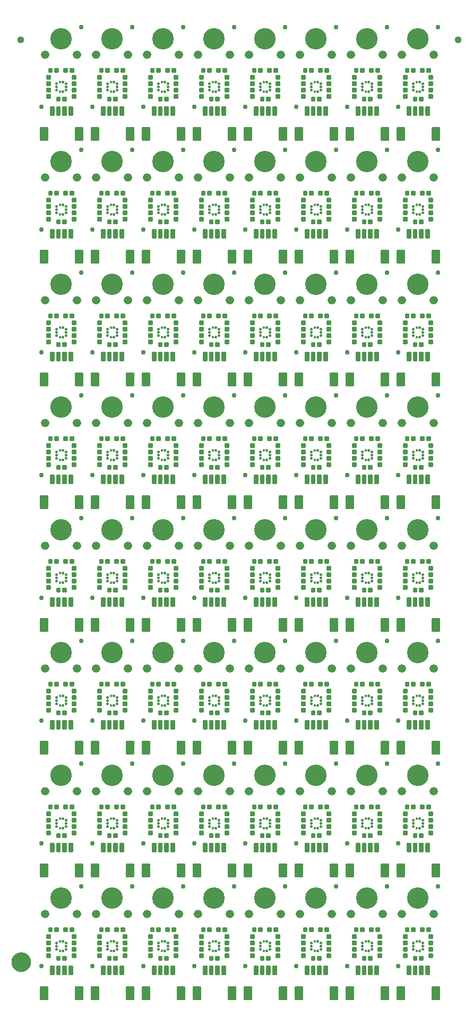
<source format=gts>
G04 EAGLE Gerber RS-274X export*
G75*
%MOMM*%
%FSLAX34Y34*%
%LPD*%
%INSoldermask Top*%
%IPPOS*%
%AMOC8*
5,1,8,0,0,1.08239X$1,22.5*%
G01*
%ADD10C,0.762000*%
%ADD11C,3.429000*%
%ADD12C,0.225588*%
%ADD13C,0.225369*%
%ADD14C,1.327000*%
%ADD15C,0.229969*%
%ADD16C,1.127000*%
%ADD17C,1.270000*%
%ADD18C,1.627000*%


D10*
X69850Y184150D03*
X6350Y57150D03*
D11*
X38100Y165100D03*
D12*
X15607Y4543D02*
X4593Y4543D01*
X4593Y23557D01*
X15607Y23557D01*
X15607Y4543D01*
X15607Y6686D02*
X4593Y6686D01*
X4593Y8829D02*
X15607Y8829D01*
X15607Y10972D02*
X4593Y10972D01*
X4593Y13115D02*
X15607Y13115D01*
X15607Y15258D02*
X4593Y15258D01*
X4593Y17401D02*
X15607Y17401D01*
X15607Y19544D02*
X4593Y19544D01*
X4593Y21687D02*
X15607Y21687D01*
X60593Y4543D02*
X71607Y4543D01*
X60593Y4543D02*
X60593Y23557D01*
X71607Y23557D01*
X71607Y4543D01*
X71607Y6686D02*
X60593Y6686D01*
X60593Y8829D02*
X71607Y8829D01*
X71607Y10972D02*
X60593Y10972D01*
X60593Y13115D02*
X71607Y13115D01*
X71607Y15258D02*
X60593Y15258D01*
X60593Y17401D02*
X71607Y17401D01*
X71607Y19544D02*
X60593Y19544D01*
X60593Y21687D02*
X71607Y21687D01*
D13*
X25608Y44542D02*
X20592Y44542D01*
X20592Y57058D01*
X25608Y57058D01*
X25608Y44542D01*
X25608Y46683D02*
X20592Y46683D01*
X20592Y48824D02*
X25608Y48824D01*
X25608Y50965D02*
X20592Y50965D01*
X20592Y53106D02*
X25608Y53106D01*
X25608Y55247D02*
X20592Y55247D01*
X30592Y44542D02*
X35608Y44542D01*
X30592Y44542D02*
X30592Y57058D01*
X35608Y57058D01*
X35608Y44542D01*
X35608Y46683D02*
X30592Y46683D01*
X30592Y48824D02*
X35608Y48824D01*
X35608Y50965D02*
X30592Y50965D01*
X30592Y53106D02*
X35608Y53106D01*
X35608Y55247D02*
X30592Y55247D01*
X40592Y44542D02*
X45608Y44542D01*
X40592Y44542D02*
X40592Y57058D01*
X45608Y57058D01*
X45608Y44542D01*
X45608Y46683D02*
X40592Y46683D01*
X40592Y48824D02*
X45608Y48824D01*
X45608Y50965D02*
X40592Y50965D01*
X40592Y53106D02*
X45608Y53106D01*
X45608Y55247D02*
X40592Y55247D01*
X50592Y44542D02*
X55608Y44542D01*
X50592Y44542D02*
X50592Y57058D01*
X55608Y57058D01*
X55608Y44542D01*
X55608Y46683D02*
X50592Y46683D01*
X50592Y48824D02*
X55608Y48824D01*
X55608Y50965D02*
X50592Y50965D01*
X50592Y53106D02*
X55608Y53106D01*
X55608Y55247D02*
X50592Y55247D01*
D14*
X12700Y139700D03*
X63500Y139700D03*
D15*
X31335Y89635D02*
X29615Y89635D01*
X31335Y89635D02*
X31335Y88165D01*
X29615Y88165D01*
X29615Y89635D01*
X29615Y84635D02*
X31335Y84635D01*
X31335Y83165D01*
X29615Y83165D01*
X29615Y84635D01*
X29615Y94635D02*
X31335Y94635D01*
X31335Y93165D01*
X29615Y93165D01*
X29615Y94635D01*
X44865Y89635D02*
X46585Y89635D01*
X46585Y88165D01*
X44865Y88165D01*
X44865Y89635D01*
X44865Y84635D02*
X46585Y84635D01*
X46585Y83165D01*
X44865Y83165D01*
X44865Y84635D01*
X44865Y94635D02*
X46585Y94635D01*
X46585Y93165D01*
X44865Y93165D01*
X44865Y94635D01*
X41335Y82135D02*
X39865Y82135D01*
X41335Y82135D02*
X41335Y80415D01*
X39865Y80415D01*
X39865Y82135D01*
X36335Y82135D02*
X34865Y82135D01*
X36335Y82135D02*
X36335Y80415D01*
X34865Y80415D01*
X34865Y82135D01*
X39865Y97385D02*
X41335Y97385D01*
X41335Y95665D01*
X39865Y95665D01*
X39865Y97385D01*
X36335Y97385D02*
X34865Y97385D01*
X36335Y97385D02*
X36335Y95665D01*
X34865Y95665D01*
X34865Y97385D01*
D13*
X52022Y118078D02*
X57038Y118078D01*
X57038Y113062D01*
X52022Y113062D01*
X52022Y118078D01*
X52022Y115203D02*
X57038Y115203D01*
X57038Y117344D02*
X52022Y117344D01*
X47038Y118078D02*
X42022Y118078D01*
X47038Y118078D02*
X47038Y113062D01*
X42022Y113062D01*
X42022Y118078D01*
X42022Y115203D02*
X47038Y115203D01*
X47038Y117344D02*
X42022Y117344D01*
X22908Y113062D02*
X17892Y113062D01*
X17892Y118078D01*
X22908Y118078D01*
X22908Y113062D01*
X22908Y115203D02*
X17892Y115203D01*
X17892Y117344D02*
X22908Y117344D01*
X27892Y113062D02*
X32908Y113062D01*
X27892Y113062D02*
X27892Y118078D01*
X32908Y118078D01*
X32908Y113062D01*
X32908Y115203D02*
X27892Y115203D01*
X27892Y117344D02*
X32908Y117344D01*
X60928Y96568D02*
X60928Y91552D01*
X55912Y91552D01*
X55912Y96568D01*
X60928Y96568D01*
X60928Y93693D02*
X55912Y93693D01*
X55912Y95834D02*
X60928Y95834D01*
X60928Y101552D02*
X60928Y106568D01*
X60928Y101552D02*
X55912Y101552D01*
X55912Y106568D01*
X60928Y106568D01*
X60928Y103693D02*
X55912Y103693D01*
X55912Y105834D02*
X60928Y105834D01*
X60928Y76248D02*
X60928Y71232D01*
X55912Y71232D01*
X55912Y76248D01*
X60928Y76248D01*
X60928Y73373D02*
X55912Y73373D01*
X55912Y75514D02*
X60928Y75514D01*
X60928Y81232D02*
X60928Y86248D01*
X60928Y81232D02*
X55912Y81232D01*
X55912Y86248D01*
X60928Y86248D01*
X60928Y83373D02*
X55912Y83373D01*
X55912Y85514D02*
X60928Y85514D01*
X35608Y66834D02*
X30592Y66834D01*
X30592Y71850D01*
X35608Y71850D01*
X35608Y66834D01*
X35608Y68975D02*
X30592Y68975D01*
X30592Y71116D02*
X35608Y71116D01*
X40592Y66834D02*
X45608Y66834D01*
X40592Y66834D02*
X40592Y71850D01*
X45608Y71850D01*
X45608Y66834D01*
X45608Y68975D02*
X40592Y68975D01*
X40592Y71116D02*
X45608Y71116D01*
X20288Y71232D02*
X20288Y76248D01*
X20288Y71232D02*
X15272Y71232D01*
X15272Y76248D01*
X20288Y76248D01*
X20288Y73373D02*
X15272Y73373D01*
X15272Y75514D02*
X20288Y75514D01*
X20288Y81232D02*
X20288Y86248D01*
X20288Y81232D02*
X15272Y81232D01*
X15272Y86248D01*
X20288Y86248D01*
X20288Y83373D02*
X15272Y83373D01*
X15272Y85514D02*
X20288Y85514D01*
X20288Y91552D02*
X20288Y96568D01*
X20288Y91552D02*
X15272Y91552D01*
X15272Y96568D01*
X20288Y96568D01*
X20288Y93693D02*
X15272Y93693D01*
X15272Y95834D02*
X20288Y95834D01*
X20288Y101552D02*
X20288Y106568D01*
X20288Y101552D02*
X15272Y101552D01*
X15272Y106568D01*
X20288Y106568D01*
X20288Y103693D02*
X15272Y103693D01*
X15272Y105834D02*
X20288Y105834D01*
D10*
X151130Y184150D03*
X87630Y57150D03*
D11*
X119380Y165100D03*
D12*
X96887Y4543D02*
X85873Y4543D01*
X85873Y23557D01*
X96887Y23557D01*
X96887Y4543D01*
X96887Y6686D02*
X85873Y6686D01*
X85873Y8829D02*
X96887Y8829D01*
X96887Y10972D02*
X85873Y10972D01*
X85873Y13115D02*
X96887Y13115D01*
X96887Y15258D02*
X85873Y15258D01*
X85873Y17401D02*
X96887Y17401D01*
X96887Y19544D02*
X85873Y19544D01*
X85873Y21687D02*
X96887Y21687D01*
X141873Y4543D02*
X152887Y4543D01*
X141873Y4543D02*
X141873Y23557D01*
X152887Y23557D01*
X152887Y4543D01*
X152887Y6686D02*
X141873Y6686D01*
X141873Y8829D02*
X152887Y8829D01*
X152887Y10972D02*
X141873Y10972D01*
X141873Y13115D02*
X152887Y13115D01*
X152887Y15258D02*
X141873Y15258D01*
X141873Y17401D02*
X152887Y17401D01*
X152887Y19544D02*
X141873Y19544D01*
X141873Y21687D02*
X152887Y21687D01*
D13*
X106888Y44542D02*
X101872Y44542D01*
X101872Y57058D01*
X106888Y57058D01*
X106888Y44542D01*
X106888Y46683D02*
X101872Y46683D01*
X101872Y48824D02*
X106888Y48824D01*
X106888Y50965D02*
X101872Y50965D01*
X101872Y53106D02*
X106888Y53106D01*
X106888Y55247D02*
X101872Y55247D01*
X111872Y44542D02*
X116888Y44542D01*
X111872Y44542D02*
X111872Y57058D01*
X116888Y57058D01*
X116888Y44542D01*
X116888Y46683D02*
X111872Y46683D01*
X111872Y48824D02*
X116888Y48824D01*
X116888Y50965D02*
X111872Y50965D01*
X111872Y53106D02*
X116888Y53106D01*
X116888Y55247D02*
X111872Y55247D01*
X121872Y44542D02*
X126888Y44542D01*
X121872Y44542D02*
X121872Y57058D01*
X126888Y57058D01*
X126888Y44542D01*
X126888Y46683D02*
X121872Y46683D01*
X121872Y48824D02*
X126888Y48824D01*
X126888Y50965D02*
X121872Y50965D01*
X121872Y53106D02*
X126888Y53106D01*
X126888Y55247D02*
X121872Y55247D01*
X131872Y44542D02*
X136888Y44542D01*
X131872Y44542D02*
X131872Y57058D01*
X136888Y57058D01*
X136888Y44542D01*
X136888Y46683D02*
X131872Y46683D01*
X131872Y48824D02*
X136888Y48824D01*
X136888Y50965D02*
X131872Y50965D01*
X131872Y53106D02*
X136888Y53106D01*
X136888Y55247D02*
X131872Y55247D01*
D14*
X93980Y139700D03*
X144780Y139700D03*
D15*
X112615Y89635D02*
X110895Y89635D01*
X112615Y89635D02*
X112615Y88165D01*
X110895Y88165D01*
X110895Y89635D01*
X110895Y84635D02*
X112615Y84635D01*
X112615Y83165D01*
X110895Y83165D01*
X110895Y84635D01*
X110895Y94635D02*
X112615Y94635D01*
X112615Y93165D01*
X110895Y93165D01*
X110895Y94635D01*
X126145Y89635D02*
X127865Y89635D01*
X127865Y88165D01*
X126145Y88165D01*
X126145Y89635D01*
X126145Y84635D02*
X127865Y84635D01*
X127865Y83165D01*
X126145Y83165D01*
X126145Y84635D01*
X126145Y94635D02*
X127865Y94635D01*
X127865Y93165D01*
X126145Y93165D01*
X126145Y94635D01*
X122615Y82135D02*
X121145Y82135D01*
X122615Y82135D02*
X122615Y80415D01*
X121145Y80415D01*
X121145Y82135D01*
X117615Y82135D02*
X116145Y82135D01*
X117615Y82135D02*
X117615Y80415D01*
X116145Y80415D01*
X116145Y82135D01*
X121145Y97385D02*
X122615Y97385D01*
X122615Y95665D01*
X121145Y95665D01*
X121145Y97385D01*
X117615Y97385D02*
X116145Y97385D01*
X117615Y97385D02*
X117615Y95665D01*
X116145Y95665D01*
X116145Y97385D01*
D13*
X133302Y118078D02*
X138318Y118078D01*
X138318Y113062D01*
X133302Y113062D01*
X133302Y118078D01*
X133302Y115203D02*
X138318Y115203D01*
X138318Y117344D02*
X133302Y117344D01*
X128318Y118078D02*
X123302Y118078D01*
X128318Y118078D02*
X128318Y113062D01*
X123302Y113062D01*
X123302Y118078D01*
X123302Y115203D02*
X128318Y115203D01*
X128318Y117344D02*
X123302Y117344D01*
X104188Y113062D02*
X99172Y113062D01*
X99172Y118078D01*
X104188Y118078D01*
X104188Y113062D01*
X104188Y115203D02*
X99172Y115203D01*
X99172Y117344D02*
X104188Y117344D01*
X109172Y113062D02*
X114188Y113062D01*
X109172Y113062D02*
X109172Y118078D01*
X114188Y118078D01*
X114188Y113062D01*
X114188Y115203D02*
X109172Y115203D01*
X109172Y117344D02*
X114188Y117344D01*
X142208Y96568D02*
X142208Y91552D01*
X137192Y91552D01*
X137192Y96568D01*
X142208Y96568D01*
X142208Y93693D02*
X137192Y93693D01*
X137192Y95834D02*
X142208Y95834D01*
X142208Y101552D02*
X142208Y106568D01*
X142208Y101552D02*
X137192Y101552D01*
X137192Y106568D01*
X142208Y106568D01*
X142208Y103693D02*
X137192Y103693D01*
X137192Y105834D02*
X142208Y105834D01*
X142208Y76248D02*
X142208Y71232D01*
X137192Y71232D01*
X137192Y76248D01*
X142208Y76248D01*
X142208Y73373D02*
X137192Y73373D01*
X137192Y75514D02*
X142208Y75514D01*
X142208Y81232D02*
X142208Y86248D01*
X142208Y81232D02*
X137192Y81232D01*
X137192Y86248D01*
X142208Y86248D01*
X142208Y83373D02*
X137192Y83373D01*
X137192Y85514D02*
X142208Y85514D01*
X116888Y66834D02*
X111872Y66834D01*
X111872Y71850D01*
X116888Y71850D01*
X116888Y66834D01*
X116888Y68975D02*
X111872Y68975D01*
X111872Y71116D02*
X116888Y71116D01*
X121872Y66834D02*
X126888Y66834D01*
X121872Y66834D02*
X121872Y71850D01*
X126888Y71850D01*
X126888Y66834D01*
X126888Y68975D02*
X121872Y68975D01*
X121872Y71116D02*
X126888Y71116D01*
X101568Y71232D02*
X101568Y76248D01*
X101568Y71232D02*
X96552Y71232D01*
X96552Y76248D01*
X101568Y76248D01*
X101568Y73373D02*
X96552Y73373D01*
X96552Y75514D02*
X101568Y75514D01*
X101568Y81232D02*
X101568Y86248D01*
X101568Y81232D02*
X96552Y81232D01*
X96552Y86248D01*
X101568Y86248D01*
X101568Y83373D02*
X96552Y83373D01*
X96552Y85514D02*
X101568Y85514D01*
X101568Y91552D02*
X101568Y96568D01*
X101568Y91552D02*
X96552Y91552D01*
X96552Y96568D01*
X101568Y96568D01*
X101568Y93693D02*
X96552Y93693D01*
X96552Y95834D02*
X101568Y95834D01*
X101568Y101552D02*
X101568Y106568D01*
X101568Y101552D02*
X96552Y101552D01*
X96552Y106568D01*
X101568Y106568D01*
X101568Y103693D02*
X96552Y103693D01*
X96552Y105834D02*
X101568Y105834D01*
D10*
X232410Y184150D03*
X168910Y57150D03*
D11*
X200660Y165100D03*
D12*
X178167Y4543D02*
X167153Y4543D01*
X167153Y23557D01*
X178167Y23557D01*
X178167Y4543D01*
X178167Y6686D02*
X167153Y6686D01*
X167153Y8829D02*
X178167Y8829D01*
X178167Y10972D02*
X167153Y10972D01*
X167153Y13115D02*
X178167Y13115D01*
X178167Y15258D02*
X167153Y15258D01*
X167153Y17401D02*
X178167Y17401D01*
X178167Y19544D02*
X167153Y19544D01*
X167153Y21687D02*
X178167Y21687D01*
X223153Y4543D02*
X234167Y4543D01*
X223153Y4543D02*
X223153Y23557D01*
X234167Y23557D01*
X234167Y4543D01*
X234167Y6686D02*
X223153Y6686D01*
X223153Y8829D02*
X234167Y8829D01*
X234167Y10972D02*
X223153Y10972D01*
X223153Y13115D02*
X234167Y13115D01*
X234167Y15258D02*
X223153Y15258D01*
X223153Y17401D02*
X234167Y17401D01*
X234167Y19544D02*
X223153Y19544D01*
X223153Y21687D02*
X234167Y21687D01*
D13*
X188168Y44542D02*
X183152Y44542D01*
X183152Y57058D01*
X188168Y57058D01*
X188168Y44542D01*
X188168Y46683D02*
X183152Y46683D01*
X183152Y48824D02*
X188168Y48824D01*
X188168Y50965D02*
X183152Y50965D01*
X183152Y53106D02*
X188168Y53106D01*
X188168Y55247D02*
X183152Y55247D01*
X193152Y44542D02*
X198168Y44542D01*
X193152Y44542D02*
X193152Y57058D01*
X198168Y57058D01*
X198168Y44542D01*
X198168Y46683D02*
X193152Y46683D01*
X193152Y48824D02*
X198168Y48824D01*
X198168Y50965D02*
X193152Y50965D01*
X193152Y53106D02*
X198168Y53106D01*
X198168Y55247D02*
X193152Y55247D01*
X203152Y44542D02*
X208168Y44542D01*
X203152Y44542D02*
X203152Y57058D01*
X208168Y57058D01*
X208168Y44542D01*
X208168Y46683D02*
X203152Y46683D01*
X203152Y48824D02*
X208168Y48824D01*
X208168Y50965D02*
X203152Y50965D01*
X203152Y53106D02*
X208168Y53106D01*
X208168Y55247D02*
X203152Y55247D01*
X213152Y44542D02*
X218168Y44542D01*
X213152Y44542D02*
X213152Y57058D01*
X218168Y57058D01*
X218168Y44542D01*
X218168Y46683D02*
X213152Y46683D01*
X213152Y48824D02*
X218168Y48824D01*
X218168Y50965D02*
X213152Y50965D01*
X213152Y53106D02*
X218168Y53106D01*
X218168Y55247D02*
X213152Y55247D01*
D14*
X175260Y139700D03*
X226060Y139700D03*
D15*
X193895Y89635D02*
X192175Y89635D01*
X193895Y89635D02*
X193895Y88165D01*
X192175Y88165D01*
X192175Y89635D01*
X192175Y84635D02*
X193895Y84635D01*
X193895Y83165D01*
X192175Y83165D01*
X192175Y84635D01*
X192175Y94635D02*
X193895Y94635D01*
X193895Y93165D01*
X192175Y93165D01*
X192175Y94635D01*
X207425Y89635D02*
X209145Y89635D01*
X209145Y88165D01*
X207425Y88165D01*
X207425Y89635D01*
X207425Y84635D02*
X209145Y84635D01*
X209145Y83165D01*
X207425Y83165D01*
X207425Y84635D01*
X207425Y94635D02*
X209145Y94635D01*
X209145Y93165D01*
X207425Y93165D01*
X207425Y94635D01*
X203895Y82135D02*
X202425Y82135D01*
X203895Y82135D02*
X203895Y80415D01*
X202425Y80415D01*
X202425Y82135D01*
X198895Y82135D02*
X197425Y82135D01*
X198895Y82135D02*
X198895Y80415D01*
X197425Y80415D01*
X197425Y82135D01*
X202425Y97385D02*
X203895Y97385D01*
X203895Y95665D01*
X202425Y95665D01*
X202425Y97385D01*
X198895Y97385D02*
X197425Y97385D01*
X198895Y97385D02*
X198895Y95665D01*
X197425Y95665D01*
X197425Y97385D01*
D13*
X214582Y118078D02*
X219598Y118078D01*
X219598Y113062D01*
X214582Y113062D01*
X214582Y118078D01*
X214582Y115203D02*
X219598Y115203D01*
X219598Y117344D02*
X214582Y117344D01*
X209598Y118078D02*
X204582Y118078D01*
X209598Y118078D02*
X209598Y113062D01*
X204582Y113062D01*
X204582Y118078D01*
X204582Y115203D02*
X209598Y115203D01*
X209598Y117344D02*
X204582Y117344D01*
X185468Y113062D02*
X180452Y113062D01*
X180452Y118078D01*
X185468Y118078D01*
X185468Y113062D01*
X185468Y115203D02*
X180452Y115203D01*
X180452Y117344D02*
X185468Y117344D01*
X190452Y113062D02*
X195468Y113062D01*
X190452Y113062D02*
X190452Y118078D01*
X195468Y118078D01*
X195468Y113062D01*
X195468Y115203D02*
X190452Y115203D01*
X190452Y117344D02*
X195468Y117344D01*
X223488Y96568D02*
X223488Y91552D01*
X218472Y91552D01*
X218472Y96568D01*
X223488Y96568D01*
X223488Y93693D02*
X218472Y93693D01*
X218472Y95834D02*
X223488Y95834D01*
X223488Y101552D02*
X223488Y106568D01*
X223488Y101552D02*
X218472Y101552D01*
X218472Y106568D01*
X223488Y106568D01*
X223488Y103693D02*
X218472Y103693D01*
X218472Y105834D02*
X223488Y105834D01*
X223488Y76248D02*
X223488Y71232D01*
X218472Y71232D01*
X218472Y76248D01*
X223488Y76248D01*
X223488Y73373D02*
X218472Y73373D01*
X218472Y75514D02*
X223488Y75514D01*
X223488Y81232D02*
X223488Y86248D01*
X223488Y81232D02*
X218472Y81232D01*
X218472Y86248D01*
X223488Y86248D01*
X223488Y83373D02*
X218472Y83373D01*
X218472Y85514D02*
X223488Y85514D01*
X198168Y66834D02*
X193152Y66834D01*
X193152Y71850D01*
X198168Y71850D01*
X198168Y66834D01*
X198168Y68975D02*
X193152Y68975D01*
X193152Y71116D02*
X198168Y71116D01*
X203152Y66834D02*
X208168Y66834D01*
X203152Y66834D02*
X203152Y71850D01*
X208168Y71850D01*
X208168Y66834D01*
X208168Y68975D02*
X203152Y68975D01*
X203152Y71116D02*
X208168Y71116D01*
X182848Y71232D02*
X182848Y76248D01*
X182848Y71232D02*
X177832Y71232D01*
X177832Y76248D01*
X182848Y76248D01*
X182848Y73373D02*
X177832Y73373D01*
X177832Y75514D02*
X182848Y75514D01*
X182848Y81232D02*
X182848Y86248D01*
X182848Y81232D02*
X177832Y81232D01*
X177832Y86248D01*
X182848Y86248D01*
X182848Y83373D02*
X177832Y83373D01*
X177832Y85514D02*
X182848Y85514D01*
X182848Y91552D02*
X182848Y96568D01*
X182848Y91552D02*
X177832Y91552D01*
X177832Y96568D01*
X182848Y96568D01*
X182848Y93693D02*
X177832Y93693D01*
X177832Y95834D02*
X182848Y95834D01*
X182848Y101552D02*
X182848Y106568D01*
X182848Y101552D02*
X177832Y101552D01*
X177832Y106568D01*
X182848Y106568D01*
X182848Y103693D02*
X177832Y103693D01*
X177832Y105834D02*
X182848Y105834D01*
D10*
X313690Y184150D03*
X250190Y57150D03*
D11*
X281940Y165100D03*
D12*
X259447Y4543D02*
X248433Y4543D01*
X248433Y23557D01*
X259447Y23557D01*
X259447Y4543D01*
X259447Y6686D02*
X248433Y6686D01*
X248433Y8829D02*
X259447Y8829D01*
X259447Y10972D02*
X248433Y10972D01*
X248433Y13115D02*
X259447Y13115D01*
X259447Y15258D02*
X248433Y15258D01*
X248433Y17401D02*
X259447Y17401D01*
X259447Y19544D02*
X248433Y19544D01*
X248433Y21687D02*
X259447Y21687D01*
X304433Y4543D02*
X315447Y4543D01*
X304433Y4543D02*
X304433Y23557D01*
X315447Y23557D01*
X315447Y4543D01*
X315447Y6686D02*
X304433Y6686D01*
X304433Y8829D02*
X315447Y8829D01*
X315447Y10972D02*
X304433Y10972D01*
X304433Y13115D02*
X315447Y13115D01*
X315447Y15258D02*
X304433Y15258D01*
X304433Y17401D02*
X315447Y17401D01*
X315447Y19544D02*
X304433Y19544D01*
X304433Y21687D02*
X315447Y21687D01*
D13*
X269448Y44542D02*
X264432Y44542D01*
X264432Y57058D01*
X269448Y57058D01*
X269448Y44542D01*
X269448Y46683D02*
X264432Y46683D01*
X264432Y48824D02*
X269448Y48824D01*
X269448Y50965D02*
X264432Y50965D01*
X264432Y53106D02*
X269448Y53106D01*
X269448Y55247D02*
X264432Y55247D01*
X274432Y44542D02*
X279448Y44542D01*
X274432Y44542D02*
X274432Y57058D01*
X279448Y57058D01*
X279448Y44542D01*
X279448Y46683D02*
X274432Y46683D01*
X274432Y48824D02*
X279448Y48824D01*
X279448Y50965D02*
X274432Y50965D01*
X274432Y53106D02*
X279448Y53106D01*
X279448Y55247D02*
X274432Y55247D01*
X284432Y44542D02*
X289448Y44542D01*
X284432Y44542D02*
X284432Y57058D01*
X289448Y57058D01*
X289448Y44542D01*
X289448Y46683D02*
X284432Y46683D01*
X284432Y48824D02*
X289448Y48824D01*
X289448Y50965D02*
X284432Y50965D01*
X284432Y53106D02*
X289448Y53106D01*
X289448Y55247D02*
X284432Y55247D01*
X294432Y44542D02*
X299448Y44542D01*
X294432Y44542D02*
X294432Y57058D01*
X299448Y57058D01*
X299448Y44542D01*
X299448Y46683D02*
X294432Y46683D01*
X294432Y48824D02*
X299448Y48824D01*
X299448Y50965D02*
X294432Y50965D01*
X294432Y53106D02*
X299448Y53106D01*
X299448Y55247D02*
X294432Y55247D01*
D14*
X256540Y139700D03*
X307340Y139700D03*
D15*
X275175Y89635D02*
X273455Y89635D01*
X275175Y89635D02*
X275175Y88165D01*
X273455Y88165D01*
X273455Y89635D01*
X273455Y84635D02*
X275175Y84635D01*
X275175Y83165D01*
X273455Y83165D01*
X273455Y84635D01*
X273455Y94635D02*
X275175Y94635D01*
X275175Y93165D01*
X273455Y93165D01*
X273455Y94635D01*
X288705Y89635D02*
X290425Y89635D01*
X290425Y88165D01*
X288705Y88165D01*
X288705Y89635D01*
X288705Y84635D02*
X290425Y84635D01*
X290425Y83165D01*
X288705Y83165D01*
X288705Y84635D01*
X288705Y94635D02*
X290425Y94635D01*
X290425Y93165D01*
X288705Y93165D01*
X288705Y94635D01*
X285175Y82135D02*
X283705Y82135D01*
X285175Y82135D02*
X285175Y80415D01*
X283705Y80415D01*
X283705Y82135D01*
X280175Y82135D02*
X278705Y82135D01*
X280175Y82135D02*
X280175Y80415D01*
X278705Y80415D01*
X278705Y82135D01*
X283705Y97385D02*
X285175Y97385D01*
X285175Y95665D01*
X283705Y95665D01*
X283705Y97385D01*
X280175Y97385D02*
X278705Y97385D01*
X280175Y97385D02*
X280175Y95665D01*
X278705Y95665D01*
X278705Y97385D01*
D13*
X295862Y118078D02*
X300878Y118078D01*
X300878Y113062D01*
X295862Y113062D01*
X295862Y118078D01*
X295862Y115203D02*
X300878Y115203D01*
X300878Y117344D02*
X295862Y117344D01*
X290878Y118078D02*
X285862Y118078D01*
X290878Y118078D02*
X290878Y113062D01*
X285862Y113062D01*
X285862Y118078D01*
X285862Y115203D02*
X290878Y115203D01*
X290878Y117344D02*
X285862Y117344D01*
X266748Y113062D02*
X261732Y113062D01*
X261732Y118078D01*
X266748Y118078D01*
X266748Y113062D01*
X266748Y115203D02*
X261732Y115203D01*
X261732Y117344D02*
X266748Y117344D01*
X271732Y113062D02*
X276748Y113062D01*
X271732Y113062D02*
X271732Y118078D01*
X276748Y118078D01*
X276748Y113062D01*
X276748Y115203D02*
X271732Y115203D01*
X271732Y117344D02*
X276748Y117344D01*
X304768Y96568D02*
X304768Y91552D01*
X299752Y91552D01*
X299752Y96568D01*
X304768Y96568D01*
X304768Y93693D02*
X299752Y93693D01*
X299752Y95834D02*
X304768Y95834D01*
X304768Y101552D02*
X304768Y106568D01*
X304768Y101552D02*
X299752Y101552D01*
X299752Y106568D01*
X304768Y106568D01*
X304768Y103693D02*
X299752Y103693D01*
X299752Y105834D02*
X304768Y105834D01*
X304768Y76248D02*
X304768Y71232D01*
X299752Y71232D01*
X299752Y76248D01*
X304768Y76248D01*
X304768Y73373D02*
X299752Y73373D01*
X299752Y75514D02*
X304768Y75514D01*
X304768Y81232D02*
X304768Y86248D01*
X304768Y81232D02*
X299752Y81232D01*
X299752Y86248D01*
X304768Y86248D01*
X304768Y83373D02*
X299752Y83373D01*
X299752Y85514D02*
X304768Y85514D01*
X279448Y66834D02*
X274432Y66834D01*
X274432Y71850D01*
X279448Y71850D01*
X279448Y66834D01*
X279448Y68975D02*
X274432Y68975D01*
X274432Y71116D02*
X279448Y71116D01*
X284432Y66834D02*
X289448Y66834D01*
X284432Y66834D02*
X284432Y71850D01*
X289448Y71850D01*
X289448Y66834D01*
X289448Y68975D02*
X284432Y68975D01*
X284432Y71116D02*
X289448Y71116D01*
X264128Y71232D02*
X264128Y76248D01*
X264128Y71232D02*
X259112Y71232D01*
X259112Y76248D01*
X264128Y76248D01*
X264128Y73373D02*
X259112Y73373D01*
X259112Y75514D02*
X264128Y75514D01*
X264128Y81232D02*
X264128Y86248D01*
X264128Y81232D02*
X259112Y81232D01*
X259112Y86248D01*
X264128Y86248D01*
X264128Y83373D02*
X259112Y83373D01*
X259112Y85514D02*
X264128Y85514D01*
X264128Y91552D02*
X264128Y96568D01*
X264128Y91552D02*
X259112Y91552D01*
X259112Y96568D01*
X264128Y96568D01*
X264128Y93693D02*
X259112Y93693D01*
X259112Y95834D02*
X264128Y95834D01*
X264128Y101552D02*
X264128Y106568D01*
X264128Y101552D02*
X259112Y101552D01*
X259112Y106568D01*
X264128Y106568D01*
X264128Y103693D02*
X259112Y103693D01*
X259112Y105834D02*
X264128Y105834D01*
D10*
X394970Y184150D03*
X331470Y57150D03*
D11*
X363220Y165100D03*
D12*
X340727Y4543D02*
X329713Y4543D01*
X329713Y23557D01*
X340727Y23557D01*
X340727Y4543D01*
X340727Y6686D02*
X329713Y6686D01*
X329713Y8829D02*
X340727Y8829D01*
X340727Y10972D02*
X329713Y10972D01*
X329713Y13115D02*
X340727Y13115D01*
X340727Y15258D02*
X329713Y15258D01*
X329713Y17401D02*
X340727Y17401D01*
X340727Y19544D02*
X329713Y19544D01*
X329713Y21687D02*
X340727Y21687D01*
X385713Y4543D02*
X396727Y4543D01*
X385713Y4543D02*
X385713Y23557D01*
X396727Y23557D01*
X396727Y4543D01*
X396727Y6686D02*
X385713Y6686D01*
X385713Y8829D02*
X396727Y8829D01*
X396727Y10972D02*
X385713Y10972D01*
X385713Y13115D02*
X396727Y13115D01*
X396727Y15258D02*
X385713Y15258D01*
X385713Y17401D02*
X396727Y17401D01*
X396727Y19544D02*
X385713Y19544D01*
X385713Y21687D02*
X396727Y21687D01*
D13*
X350728Y44542D02*
X345712Y44542D01*
X345712Y57058D01*
X350728Y57058D01*
X350728Y44542D01*
X350728Y46683D02*
X345712Y46683D01*
X345712Y48824D02*
X350728Y48824D01*
X350728Y50965D02*
X345712Y50965D01*
X345712Y53106D02*
X350728Y53106D01*
X350728Y55247D02*
X345712Y55247D01*
X355712Y44542D02*
X360728Y44542D01*
X355712Y44542D02*
X355712Y57058D01*
X360728Y57058D01*
X360728Y44542D01*
X360728Y46683D02*
X355712Y46683D01*
X355712Y48824D02*
X360728Y48824D01*
X360728Y50965D02*
X355712Y50965D01*
X355712Y53106D02*
X360728Y53106D01*
X360728Y55247D02*
X355712Y55247D01*
X365712Y44542D02*
X370728Y44542D01*
X365712Y44542D02*
X365712Y57058D01*
X370728Y57058D01*
X370728Y44542D01*
X370728Y46683D02*
X365712Y46683D01*
X365712Y48824D02*
X370728Y48824D01*
X370728Y50965D02*
X365712Y50965D01*
X365712Y53106D02*
X370728Y53106D01*
X370728Y55247D02*
X365712Y55247D01*
X375712Y44542D02*
X380728Y44542D01*
X375712Y44542D02*
X375712Y57058D01*
X380728Y57058D01*
X380728Y44542D01*
X380728Y46683D02*
X375712Y46683D01*
X375712Y48824D02*
X380728Y48824D01*
X380728Y50965D02*
X375712Y50965D01*
X375712Y53106D02*
X380728Y53106D01*
X380728Y55247D02*
X375712Y55247D01*
D14*
X337820Y139700D03*
X388620Y139700D03*
D15*
X356455Y89635D02*
X354735Y89635D01*
X356455Y89635D02*
X356455Y88165D01*
X354735Y88165D01*
X354735Y89635D01*
X354735Y84635D02*
X356455Y84635D01*
X356455Y83165D01*
X354735Y83165D01*
X354735Y84635D01*
X354735Y94635D02*
X356455Y94635D01*
X356455Y93165D01*
X354735Y93165D01*
X354735Y94635D01*
X369985Y89635D02*
X371705Y89635D01*
X371705Y88165D01*
X369985Y88165D01*
X369985Y89635D01*
X369985Y84635D02*
X371705Y84635D01*
X371705Y83165D01*
X369985Y83165D01*
X369985Y84635D01*
X369985Y94635D02*
X371705Y94635D01*
X371705Y93165D01*
X369985Y93165D01*
X369985Y94635D01*
X366455Y82135D02*
X364985Y82135D01*
X366455Y82135D02*
X366455Y80415D01*
X364985Y80415D01*
X364985Y82135D01*
X361455Y82135D02*
X359985Y82135D01*
X361455Y82135D02*
X361455Y80415D01*
X359985Y80415D01*
X359985Y82135D01*
X364985Y97385D02*
X366455Y97385D01*
X366455Y95665D01*
X364985Y95665D01*
X364985Y97385D01*
X361455Y97385D02*
X359985Y97385D01*
X361455Y97385D02*
X361455Y95665D01*
X359985Y95665D01*
X359985Y97385D01*
D13*
X377142Y118078D02*
X382158Y118078D01*
X382158Y113062D01*
X377142Y113062D01*
X377142Y118078D01*
X377142Y115203D02*
X382158Y115203D01*
X382158Y117344D02*
X377142Y117344D01*
X372158Y118078D02*
X367142Y118078D01*
X372158Y118078D02*
X372158Y113062D01*
X367142Y113062D01*
X367142Y118078D01*
X367142Y115203D02*
X372158Y115203D01*
X372158Y117344D02*
X367142Y117344D01*
X348028Y113062D02*
X343012Y113062D01*
X343012Y118078D01*
X348028Y118078D01*
X348028Y113062D01*
X348028Y115203D02*
X343012Y115203D01*
X343012Y117344D02*
X348028Y117344D01*
X353012Y113062D02*
X358028Y113062D01*
X353012Y113062D02*
X353012Y118078D01*
X358028Y118078D01*
X358028Y113062D01*
X358028Y115203D02*
X353012Y115203D01*
X353012Y117344D02*
X358028Y117344D01*
X386048Y96568D02*
X386048Y91552D01*
X381032Y91552D01*
X381032Y96568D01*
X386048Y96568D01*
X386048Y93693D02*
X381032Y93693D01*
X381032Y95834D02*
X386048Y95834D01*
X386048Y101552D02*
X386048Y106568D01*
X386048Y101552D02*
X381032Y101552D01*
X381032Y106568D01*
X386048Y106568D01*
X386048Y103693D02*
X381032Y103693D01*
X381032Y105834D02*
X386048Y105834D01*
X386048Y76248D02*
X386048Y71232D01*
X381032Y71232D01*
X381032Y76248D01*
X386048Y76248D01*
X386048Y73373D02*
X381032Y73373D01*
X381032Y75514D02*
X386048Y75514D01*
X386048Y81232D02*
X386048Y86248D01*
X386048Y81232D02*
X381032Y81232D01*
X381032Y86248D01*
X386048Y86248D01*
X386048Y83373D02*
X381032Y83373D01*
X381032Y85514D02*
X386048Y85514D01*
X360728Y66834D02*
X355712Y66834D01*
X355712Y71850D01*
X360728Y71850D01*
X360728Y66834D01*
X360728Y68975D02*
X355712Y68975D01*
X355712Y71116D02*
X360728Y71116D01*
X365712Y66834D02*
X370728Y66834D01*
X365712Y66834D02*
X365712Y71850D01*
X370728Y71850D01*
X370728Y66834D01*
X370728Y68975D02*
X365712Y68975D01*
X365712Y71116D02*
X370728Y71116D01*
X345408Y71232D02*
X345408Y76248D01*
X345408Y71232D02*
X340392Y71232D01*
X340392Y76248D01*
X345408Y76248D01*
X345408Y73373D02*
X340392Y73373D01*
X340392Y75514D02*
X345408Y75514D01*
X345408Y81232D02*
X345408Y86248D01*
X345408Y81232D02*
X340392Y81232D01*
X340392Y86248D01*
X345408Y86248D01*
X345408Y83373D02*
X340392Y83373D01*
X340392Y85514D02*
X345408Y85514D01*
X345408Y91552D02*
X345408Y96568D01*
X345408Y91552D02*
X340392Y91552D01*
X340392Y96568D01*
X345408Y96568D01*
X345408Y93693D02*
X340392Y93693D01*
X340392Y95834D02*
X345408Y95834D01*
X345408Y101552D02*
X345408Y106568D01*
X345408Y101552D02*
X340392Y101552D01*
X340392Y106568D01*
X345408Y106568D01*
X345408Y103693D02*
X340392Y103693D01*
X340392Y105834D02*
X345408Y105834D01*
D10*
X476250Y184150D03*
X412750Y57150D03*
D11*
X444500Y165100D03*
D12*
X422007Y4543D02*
X410993Y4543D01*
X410993Y23557D01*
X422007Y23557D01*
X422007Y4543D01*
X422007Y6686D02*
X410993Y6686D01*
X410993Y8829D02*
X422007Y8829D01*
X422007Y10972D02*
X410993Y10972D01*
X410993Y13115D02*
X422007Y13115D01*
X422007Y15258D02*
X410993Y15258D01*
X410993Y17401D02*
X422007Y17401D01*
X422007Y19544D02*
X410993Y19544D01*
X410993Y21687D02*
X422007Y21687D01*
X466993Y4543D02*
X478007Y4543D01*
X466993Y4543D02*
X466993Y23557D01*
X478007Y23557D01*
X478007Y4543D01*
X478007Y6686D02*
X466993Y6686D01*
X466993Y8829D02*
X478007Y8829D01*
X478007Y10972D02*
X466993Y10972D01*
X466993Y13115D02*
X478007Y13115D01*
X478007Y15258D02*
X466993Y15258D01*
X466993Y17401D02*
X478007Y17401D01*
X478007Y19544D02*
X466993Y19544D01*
X466993Y21687D02*
X478007Y21687D01*
D13*
X432008Y44542D02*
X426992Y44542D01*
X426992Y57058D01*
X432008Y57058D01*
X432008Y44542D01*
X432008Y46683D02*
X426992Y46683D01*
X426992Y48824D02*
X432008Y48824D01*
X432008Y50965D02*
X426992Y50965D01*
X426992Y53106D02*
X432008Y53106D01*
X432008Y55247D02*
X426992Y55247D01*
X436992Y44542D02*
X442008Y44542D01*
X436992Y44542D02*
X436992Y57058D01*
X442008Y57058D01*
X442008Y44542D01*
X442008Y46683D02*
X436992Y46683D01*
X436992Y48824D02*
X442008Y48824D01*
X442008Y50965D02*
X436992Y50965D01*
X436992Y53106D02*
X442008Y53106D01*
X442008Y55247D02*
X436992Y55247D01*
X446992Y44542D02*
X452008Y44542D01*
X446992Y44542D02*
X446992Y57058D01*
X452008Y57058D01*
X452008Y44542D01*
X452008Y46683D02*
X446992Y46683D01*
X446992Y48824D02*
X452008Y48824D01*
X452008Y50965D02*
X446992Y50965D01*
X446992Y53106D02*
X452008Y53106D01*
X452008Y55247D02*
X446992Y55247D01*
X456992Y44542D02*
X462008Y44542D01*
X456992Y44542D02*
X456992Y57058D01*
X462008Y57058D01*
X462008Y44542D01*
X462008Y46683D02*
X456992Y46683D01*
X456992Y48824D02*
X462008Y48824D01*
X462008Y50965D02*
X456992Y50965D01*
X456992Y53106D02*
X462008Y53106D01*
X462008Y55247D02*
X456992Y55247D01*
D14*
X419100Y139700D03*
X469900Y139700D03*
D15*
X437735Y89635D02*
X436015Y89635D01*
X437735Y89635D02*
X437735Y88165D01*
X436015Y88165D01*
X436015Y89635D01*
X436015Y84635D02*
X437735Y84635D01*
X437735Y83165D01*
X436015Y83165D01*
X436015Y84635D01*
X436015Y94635D02*
X437735Y94635D01*
X437735Y93165D01*
X436015Y93165D01*
X436015Y94635D01*
X451265Y89635D02*
X452985Y89635D01*
X452985Y88165D01*
X451265Y88165D01*
X451265Y89635D01*
X451265Y84635D02*
X452985Y84635D01*
X452985Y83165D01*
X451265Y83165D01*
X451265Y84635D01*
X451265Y94635D02*
X452985Y94635D01*
X452985Y93165D01*
X451265Y93165D01*
X451265Y94635D01*
X447735Y82135D02*
X446265Y82135D01*
X447735Y82135D02*
X447735Y80415D01*
X446265Y80415D01*
X446265Y82135D01*
X442735Y82135D02*
X441265Y82135D01*
X442735Y82135D02*
X442735Y80415D01*
X441265Y80415D01*
X441265Y82135D01*
X446265Y97385D02*
X447735Y97385D01*
X447735Y95665D01*
X446265Y95665D01*
X446265Y97385D01*
X442735Y97385D02*
X441265Y97385D01*
X442735Y97385D02*
X442735Y95665D01*
X441265Y95665D01*
X441265Y97385D01*
D13*
X458422Y118078D02*
X463438Y118078D01*
X463438Y113062D01*
X458422Y113062D01*
X458422Y118078D01*
X458422Y115203D02*
X463438Y115203D01*
X463438Y117344D02*
X458422Y117344D01*
X453438Y118078D02*
X448422Y118078D01*
X453438Y118078D02*
X453438Y113062D01*
X448422Y113062D01*
X448422Y118078D01*
X448422Y115203D02*
X453438Y115203D01*
X453438Y117344D02*
X448422Y117344D01*
X429308Y113062D02*
X424292Y113062D01*
X424292Y118078D01*
X429308Y118078D01*
X429308Y113062D01*
X429308Y115203D02*
X424292Y115203D01*
X424292Y117344D02*
X429308Y117344D01*
X434292Y113062D02*
X439308Y113062D01*
X434292Y113062D02*
X434292Y118078D01*
X439308Y118078D01*
X439308Y113062D01*
X439308Y115203D02*
X434292Y115203D01*
X434292Y117344D02*
X439308Y117344D01*
X467328Y96568D02*
X467328Y91552D01*
X462312Y91552D01*
X462312Y96568D01*
X467328Y96568D01*
X467328Y93693D02*
X462312Y93693D01*
X462312Y95834D02*
X467328Y95834D01*
X467328Y101552D02*
X467328Y106568D01*
X467328Y101552D02*
X462312Y101552D01*
X462312Y106568D01*
X467328Y106568D01*
X467328Y103693D02*
X462312Y103693D01*
X462312Y105834D02*
X467328Y105834D01*
X467328Y76248D02*
X467328Y71232D01*
X462312Y71232D01*
X462312Y76248D01*
X467328Y76248D01*
X467328Y73373D02*
X462312Y73373D01*
X462312Y75514D02*
X467328Y75514D01*
X467328Y81232D02*
X467328Y86248D01*
X467328Y81232D02*
X462312Y81232D01*
X462312Y86248D01*
X467328Y86248D01*
X467328Y83373D02*
X462312Y83373D01*
X462312Y85514D02*
X467328Y85514D01*
X442008Y66834D02*
X436992Y66834D01*
X436992Y71850D01*
X442008Y71850D01*
X442008Y66834D01*
X442008Y68975D02*
X436992Y68975D01*
X436992Y71116D02*
X442008Y71116D01*
X446992Y66834D02*
X452008Y66834D01*
X446992Y66834D02*
X446992Y71850D01*
X452008Y71850D01*
X452008Y66834D01*
X452008Y68975D02*
X446992Y68975D01*
X446992Y71116D02*
X452008Y71116D01*
X426688Y71232D02*
X426688Y76248D01*
X426688Y71232D02*
X421672Y71232D01*
X421672Y76248D01*
X426688Y76248D01*
X426688Y73373D02*
X421672Y73373D01*
X421672Y75514D02*
X426688Y75514D01*
X426688Y81232D02*
X426688Y86248D01*
X426688Y81232D02*
X421672Y81232D01*
X421672Y86248D01*
X426688Y86248D01*
X426688Y83373D02*
X421672Y83373D01*
X421672Y85514D02*
X426688Y85514D01*
X426688Y91552D02*
X426688Y96568D01*
X426688Y91552D02*
X421672Y91552D01*
X421672Y96568D01*
X426688Y96568D01*
X426688Y93693D02*
X421672Y93693D01*
X421672Y95834D02*
X426688Y95834D01*
X426688Y101552D02*
X426688Y106568D01*
X426688Y101552D02*
X421672Y101552D01*
X421672Y106568D01*
X426688Y106568D01*
X426688Y103693D02*
X421672Y103693D01*
X421672Y105834D02*
X426688Y105834D01*
D10*
X557530Y184150D03*
X494030Y57150D03*
D11*
X525780Y165100D03*
D12*
X503287Y4543D02*
X492273Y4543D01*
X492273Y23557D01*
X503287Y23557D01*
X503287Y4543D01*
X503287Y6686D02*
X492273Y6686D01*
X492273Y8829D02*
X503287Y8829D01*
X503287Y10972D02*
X492273Y10972D01*
X492273Y13115D02*
X503287Y13115D01*
X503287Y15258D02*
X492273Y15258D01*
X492273Y17401D02*
X503287Y17401D01*
X503287Y19544D02*
X492273Y19544D01*
X492273Y21687D02*
X503287Y21687D01*
X548273Y4543D02*
X559287Y4543D01*
X548273Y4543D02*
X548273Y23557D01*
X559287Y23557D01*
X559287Y4543D01*
X559287Y6686D02*
X548273Y6686D01*
X548273Y8829D02*
X559287Y8829D01*
X559287Y10972D02*
X548273Y10972D01*
X548273Y13115D02*
X559287Y13115D01*
X559287Y15258D02*
X548273Y15258D01*
X548273Y17401D02*
X559287Y17401D01*
X559287Y19544D02*
X548273Y19544D01*
X548273Y21687D02*
X559287Y21687D01*
D13*
X513288Y44542D02*
X508272Y44542D01*
X508272Y57058D01*
X513288Y57058D01*
X513288Y44542D01*
X513288Y46683D02*
X508272Y46683D01*
X508272Y48824D02*
X513288Y48824D01*
X513288Y50965D02*
X508272Y50965D01*
X508272Y53106D02*
X513288Y53106D01*
X513288Y55247D02*
X508272Y55247D01*
X518272Y44542D02*
X523288Y44542D01*
X518272Y44542D02*
X518272Y57058D01*
X523288Y57058D01*
X523288Y44542D01*
X523288Y46683D02*
X518272Y46683D01*
X518272Y48824D02*
X523288Y48824D01*
X523288Y50965D02*
X518272Y50965D01*
X518272Y53106D02*
X523288Y53106D01*
X523288Y55247D02*
X518272Y55247D01*
X528272Y44542D02*
X533288Y44542D01*
X528272Y44542D02*
X528272Y57058D01*
X533288Y57058D01*
X533288Y44542D01*
X533288Y46683D02*
X528272Y46683D01*
X528272Y48824D02*
X533288Y48824D01*
X533288Y50965D02*
X528272Y50965D01*
X528272Y53106D02*
X533288Y53106D01*
X533288Y55247D02*
X528272Y55247D01*
X538272Y44542D02*
X543288Y44542D01*
X538272Y44542D02*
X538272Y57058D01*
X543288Y57058D01*
X543288Y44542D01*
X543288Y46683D02*
X538272Y46683D01*
X538272Y48824D02*
X543288Y48824D01*
X543288Y50965D02*
X538272Y50965D01*
X538272Y53106D02*
X543288Y53106D01*
X543288Y55247D02*
X538272Y55247D01*
D14*
X500380Y139700D03*
X551180Y139700D03*
D15*
X519015Y89635D02*
X517295Y89635D01*
X519015Y89635D02*
X519015Y88165D01*
X517295Y88165D01*
X517295Y89635D01*
X517295Y84635D02*
X519015Y84635D01*
X519015Y83165D01*
X517295Y83165D01*
X517295Y84635D01*
X517295Y94635D02*
X519015Y94635D01*
X519015Y93165D01*
X517295Y93165D01*
X517295Y94635D01*
X532545Y89635D02*
X534265Y89635D01*
X534265Y88165D01*
X532545Y88165D01*
X532545Y89635D01*
X532545Y84635D02*
X534265Y84635D01*
X534265Y83165D01*
X532545Y83165D01*
X532545Y84635D01*
X532545Y94635D02*
X534265Y94635D01*
X534265Y93165D01*
X532545Y93165D01*
X532545Y94635D01*
X529015Y82135D02*
X527545Y82135D01*
X529015Y82135D02*
X529015Y80415D01*
X527545Y80415D01*
X527545Y82135D01*
X524015Y82135D02*
X522545Y82135D01*
X524015Y82135D02*
X524015Y80415D01*
X522545Y80415D01*
X522545Y82135D01*
X527545Y97385D02*
X529015Y97385D01*
X529015Y95665D01*
X527545Y95665D01*
X527545Y97385D01*
X524015Y97385D02*
X522545Y97385D01*
X524015Y97385D02*
X524015Y95665D01*
X522545Y95665D01*
X522545Y97385D01*
D13*
X539702Y118078D02*
X544718Y118078D01*
X544718Y113062D01*
X539702Y113062D01*
X539702Y118078D01*
X539702Y115203D02*
X544718Y115203D01*
X544718Y117344D02*
X539702Y117344D01*
X534718Y118078D02*
X529702Y118078D01*
X534718Y118078D02*
X534718Y113062D01*
X529702Y113062D01*
X529702Y118078D01*
X529702Y115203D02*
X534718Y115203D01*
X534718Y117344D02*
X529702Y117344D01*
X510588Y113062D02*
X505572Y113062D01*
X505572Y118078D01*
X510588Y118078D01*
X510588Y113062D01*
X510588Y115203D02*
X505572Y115203D01*
X505572Y117344D02*
X510588Y117344D01*
X515572Y113062D02*
X520588Y113062D01*
X515572Y113062D02*
X515572Y118078D01*
X520588Y118078D01*
X520588Y113062D01*
X520588Y115203D02*
X515572Y115203D01*
X515572Y117344D02*
X520588Y117344D01*
X548608Y96568D02*
X548608Y91552D01*
X543592Y91552D01*
X543592Y96568D01*
X548608Y96568D01*
X548608Y93693D02*
X543592Y93693D01*
X543592Y95834D02*
X548608Y95834D01*
X548608Y101552D02*
X548608Y106568D01*
X548608Y101552D02*
X543592Y101552D01*
X543592Y106568D01*
X548608Y106568D01*
X548608Y103693D02*
X543592Y103693D01*
X543592Y105834D02*
X548608Y105834D01*
X548608Y76248D02*
X548608Y71232D01*
X543592Y71232D01*
X543592Y76248D01*
X548608Y76248D01*
X548608Y73373D02*
X543592Y73373D01*
X543592Y75514D02*
X548608Y75514D01*
X548608Y81232D02*
X548608Y86248D01*
X548608Y81232D02*
X543592Y81232D01*
X543592Y86248D01*
X548608Y86248D01*
X548608Y83373D02*
X543592Y83373D01*
X543592Y85514D02*
X548608Y85514D01*
X523288Y66834D02*
X518272Y66834D01*
X518272Y71850D01*
X523288Y71850D01*
X523288Y66834D01*
X523288Y68975D02*
X518272Y68975D01*
X518272Y71116D02*
X523288Y71116D01*
X528272Y66834D02*
X533288Y66834D01*
X528272Y66834D02*
X528272Y71850D01*
X533288Y71850D01*
X533288Y66834D01*
X533288Y68975D02*
X528272Y68975D01*
X528272Y71116D02*
X533288Y71116D01*
X507968Y71232D02*
X507968Y76248D01*
X507968Y71232D02*
X502952Y71232D01*
X502952Y76248D01*
X507968Y76248D01*
X507968Y73373D02*
X502952Y73373D01*
X502952Y75514D02*
X507968Y75514D01*
X507968Y81232D02*
X507968Y86248D01*
X507968Y81232D02*
X502952Y81232D01*
X502952Y86248D01*
X507968Y86248D01*
X507968Y83373D02*
X502952Y83373D01*
X502952Y85514D02*
X507968Y85514D01*
X507968Y91552D02*
X507968Y96568D01*
X507968Y91552D02*
X502952Y91552D01*
X502952Y96568D01*
X507968Y96568D01*
X507968Y93693D02*
X502952Y93693D01*
X502952Y95834D02*
X507968Y95834D01*
X507968Y101552D02*
X507968Y106568D01*
X507968Y101552D02*
X502952Y101552D01*
X502952Y106568D01*
X507968Y106568D01*
X507968Y103693D02*
X502952Y103693D01*
X502952Y105834D02*
X507968Y105834D01*
D10*
X638810Y184150D03*
X575310Y57150D03*
D11*
X607060Y165100D03*
D12*
X584567Y4543D02*
X573553Y4543D01*
X573553Y23557D01*
X584567Y23557D01*
X584567Y4543D01*
X584567Y6686D02*
X573553Y6686D01*
X573553Y8829D02*
X584567Y8829D01*
X584567Y10972D02*
X573553Y10972D01*
X573553Y13115D02*
X584567Y13115D01*
X584567Y15258D02*
X573553Y15258D01*
X573553Y17401D02*
X584567Y17401D01*
X584567Y19544D02*
X573553Y19544D01*
X573553Y21687D02*
X584567Y21687D01*
X629553Y4543D02*
X640567Y4543D01*
X629553Y4543D02*
X629553Y23557D01*
X640567Y23557D01*
X640567Y4543D01*
X640567Y6686D02*
X629553Y6686D01*
X629553Y8829D02*
X640567Y8829D01*
X640567Y10972D02*
X629553Y10972D01*
X629553Y13115D02*
X640567Y13115D01*
X640567Y15258D02*
X629553Y15258D01*
X629553Y17401D02*
X640567Y17401D01*
X640567Y19544D02*
X629553Y19544D01*
X629553Y21687D02*
X640567Y21687D01*
D13*
X594568Y44542D02*
X589552Y44542D01*
X589552Y57058D01*
X594568Y57058D01*
X594568Y44542D01*
X594568Y46683D02*
X589552Y46683D01*
X589552Y48824D02*
X594568Y48824D01*
X594568Y50965D02*
X589552Y50965D01*
X589552Y53106D02*
X594568Y53106D01*
X594568Y55247D02*
X589552Y55247D01*
X599552Y44542D02*
X604568Y44542D01*
X599552Y44542D02*
X599552Y57058D01*
X604568Y57058D01*
X604568Y44542D01*
X604568Y46683D02*
X599552Y46683D01*
X599552Y48824D02*
X604568Y48824D01*
X604568Y50965D02*
X599552Y50965D01*
X599552Y53106D02*
X604568Y53106D01*
X604568Y55247D02*
X599552Y55247D01*
X609552Y44542D02*
X614568Y44542D01*
X609552Y44542D02*
X609552Y57058D01*
X614568Y57058D01*
X614568Y44542D01*
X614568Y46683D02*
X609552Y46683D01*
X609552Y48824D02*
X614568Y48824D01*
X614568Y50965D02*
X609552Y50965D01*
X609552Y53106D02*
X614568Y53106D01*
X614568Y55247D02*
X609552Y55247D01*
X619552Y44542D02*
X624568Y44542D01*
X619552Y44542D02*
X619552Y57058D01*
X624568Y57058D01*
X624568Y44542D01*
X624568Y46683D02*
X619552Y46683D01*
X619552Y48824D02*
X624568Y48824D01*
X624568Y50965D02*
X619552Y50965D01*
X619552Y53106D02*
X624568Y53106D01*
X624568Y55247D02*
X619552Y55247D01*
D14*
X581660Y139700D03*
X632460Y139700D03*
D15*
X600295Y89635D02*
X598575Y89635D01*
X600295Y89635D02*
X600295Y88165D01*
X598575Y88165D01*
X598575Y89635D01*
X598575Y84635D02*
X600295Y84635D01*
X600295Y83165D01*
X598575Y83165D01*
X598575Y84635D01*
X598575Y94635D02*
X600295Y94635D01*
X600295Y93165D01*
X598575Y93165D01*
X598575Y94635D01*
X613825Y89635D02*
X615545Y89635D01*
X615545Y88165D01*
X613825Y88165D01*
X613825Y89635D01*
X613825Y84635D02*
X615545Y84635D01*
X615545Y83165D01*
X613825Y83165D01*
X613825Y84635D01*
X613825Y94635D02*
X615545Y94635D01*
X615545Y93165D01*
X613825Y93165D01*
X613825Y94635D01*
X610295Y82135D02*
X608825Y82135D01*
X610295Y82135D02*
X610295Y80415D01*
X608825Y80415D01*
X608825Y82135D01*
X605295Y82135D02*
X603825Y82135D01*
X605295Y82135D02*
X605295Y80415D01*
X603825Y80415D01*
X603825Y82135D01*
X608825Y97385D02*
X610295Y97385D01*
X610295Y95665D01*
X608825Y95665D01*
X608825Y97385D01*
X605295Y97385D02*
X603825Y97385D01*
X605295Y97385D02*
X605295Y95665D01*
X603825Y95665D01*
X603825Y97385D01*
D13*
X620982Y118078D02*
X625998Y118078D01*
X625998Y113062D01*
X620982Y113062D01*
X620982Y118078D01*
X620982Y115203D02*
X625998Y115203D01*
X625998Y117344D02*
X620982Y117344D01*
X615998Y118078D02*
X610982Y118078D01*
X615998Y118078D02*
X615998Y113062D01*
X610982Y113062D01*
X610982Y118078D01*
X610982Y115203D02*
X615998Y115203D01*
X615998Y117344D02*
X610982Y117344D01*
X591868Y113062D02*
X586852Y113062D01*
X586852Y118078D01*
X591868Y118078D01*
X591868Y113062D01*
X591868Y115203D02*
X586852Y115203D01*
X586852Y117344D02*
X591868Y117344D01*
X596852Y113062D02*
X601868Y113062D01*
X596852Y113062D02*
X596852Y118078D01*
X601868Y118078D01*
X601868Y113062D01*
X601868Y115203D02*
X596852Y115203D01*
X596852Y117344D02*
X601868Y117344D01*
X629888Y96568D02*
X629888Y91552D01*
X624872Y91552D01*
X624872Y96568D01*
X629888Y96568D01*
X629888Y93693D02*
X624872Y93693D01*
X624872Y95834D02*
X629888Y95834D01*
X629888Y101552D02*
X629888Y106568D01*
X629888Y101552D02*
X624872Y101552D01*
X624872Y106568D01*
X629888Y106568D01*
X629888Y103693D02*
X624872Y103693D01*
X624872Y105834D02*
X629888Y105834D01*
X629888Y76248D02*
X629888Y71232D01*
X624872Y71232D01*
X624872Y76248D01*
X629888Y76248D01*
X629888Y73373D02*
X624872Y73373D01*
X624872Y75514D02*
X629888Y75514D01*
X629888Y81232D02*
X629888Y86248D01*
X629888Y81232D02*
X624872Y81232D01*
X624872Y86248D01*
X629888Y86248D01*
X629888Y83373D02*
X624872Y83373D01*
X624872Y85514D02*
X629888Y85514D01*
X604568Y66834D02*
X599552Y66834D01*
X599552Y71850D01*
X604568Y71850D01*
X604568Y66834D01*
X604568Y68975D02*
X599552Y68975D01*
X599552Y71116D02*
X604568Y71116D01*
X609552Y66834D02*
X614568Y66834D01*
X609552Y66834D02*
X609552Y71850D01*
X614568Y71850D01*
X614568Y66834D01*
X614568Y68975D02*
X609552Y68975D01*
X609552Y71116D02*
X614568Y71116D01*
X589248Y71232D02*
X589248Y76248D01*
X589248Y71232D02*
X584232Y71232D01*
X584232Y76248D01*
X589248Y76248D01*
X589248Y73373D02*
X584232Y73373D01*
X584232Y75514D02*
X589248Y75514D01*
X589248Y81232D02*
X589248Y86248D01*
X589248Y81232D02*
X584232Y81232D01*
X584232Y86248D01*
X589248Y86248D01*
X589248Y83373D02*
X584232Y83373D01*
X584232Y85514D02*
X589248Y85514D01*
X589248Y91552D02*
X589248Y96568D01*
X589248Y91552D02*
X584232Y91552D01*
X584232Y96568D01*
X589248Y96568D01*
X589248Y93693D02*
X584232Y93693D01*
X584232Y95834D02*
X589248Y95834D01*
X589248Y101552D02*
X589248Y106568D01*
X589248Y101552D02*
X584232Y101552D01*
X584232Y106568D01*
X589248Y106568D01*
X589248Y103693D02*
X584232Y103693D01*
X584232Y105834D02*
X589248Y105834D01*
D10*
X69850Y379730D03*
X6350Y252730D03*
D11*
X38100Y360680D03*
D12*
X15607Y200123D02*
X4593Y200123D01*
X4593Y219137D01*
X15607Y219137D01*
X15607Y200123D01*
X15607Y202266D02*
X4593Y202266D01*
X4593Y204409D02*
X15607Y204409D01*
X15607Y206552D02*
X4593Y206552D01*
X4593Y208695D02*
X15607Y208695D01*
X15607Y210838D02*
X4593Y210838D01*
X4593Y212981D02*
X15607Y212981D01*
X15607Y215124D02*
X4593Y215124D01*
X4593Y217267D02*
X15607Y217267D01*
X60593Y200123D02*
X71607Y200123D01*
X60593Y200123D02*
X60593Y219137D01*
X71607Y219137D01*
X71607Y200123D01*
X71607Y202266D02*
X60593Y202266D01*
X60593Y204409D02*
X71607Y204409D01*
X71607Y206552D02*
X60593Y206552D01*
X60593Y208695D02*
X71607Y208695D01*
X71607Y210838D02*
X60593Y210838D01*
X60593Y212981D02*
X71607Y212981D01*
X71607Y215124D02*
X60593Y215124D01*
X60593Y217267D02*
X71607Y217267D01*
D13*
X25608Y240122D02*
X20592Y240122D01*
X20592Y252638D01*
X25608Y252638D01*
X25608Y240122D01*
X25608Y242263D02*
X20592Y242263D01*
X20592Y244404D02*
X25608Y244404D01*
X25608Y246545D02*
X20592Y246545D01*
X20592Y248686D02*
X25608Y248686D01*
X25608Y250827D02*
X20592Y250827D01*
X30592Y240122D02*
X35608Y240122D01*
X30592Y240122D02*
X30592Y252638D01*
X35608Y252638D01*
X35608Y240122D01*
X35608Y242263D02*
X30592Y242263D01*
X30592Y244404D02*
X35608Y244404D01*
X35608Y246545D02*
X30592Y246545D01*
X30592Y248686D02*
X35608Y248686D01*
X35608Y250827D02*
X30592Y250827D01*
X40592Y240122D02*
X45608Y240122D01*
X40592Y240122D02*
X40592Y252638D01*
X45608Y252638D01*
X45608Y240122D01*
X45608Y242263D02*
X40592Y242263D01*
X40592Y244404D02*
X45608Y244404D01*
X45608Y246545D02*
X40592Y246545D01*
X40592Y248686D02*
X45608Y248686D01*
X45608Y250827D02*
X40592Y250827D01*
X50592Y240122D02*
X55608Y240122D01*
X50592Y240122D02*
X50592Y252638D01*
X55608Y252638D01*
X55608Y240122D01*
X55608Y242263D02*
X50592Y242263D01*
X50592Y244404D02*
X55608Y244404D01*
X55608Y246545D02*
X50592Y246545D01*
X50592Y248686D02*
X55608Y248686D01*
X55608Y250827D02*
X50592Y250827D01*
D14*
X12700Y335280D03*
X63500Y335280D03*
D15*
X31335Y285215D02*
X29615Y285215D01*
X31335Y285215D02*
X31335Y283745D01*
X29615Y283745D01*
X29615Y285215D01*
X29615Y280215D02*
X31335Y280215D01*
X31335Y278745D01*
X29615Y278745D01*
X29615Y280215D01*
X29615Y290215D02*
X31335Y290215D01*
X31335Y288745D01*
X29615Y288745D01*
X29615Y290215D01*
X44865Y285215D02*
X46585Y285215D01*
X46585Y283745D01*
X44865Y283745D01*
X44865Y285215D01*
X44865Y280215D02*
X46585Y280215D01*
X46585Y278745D01*
X44865Y278745D01*
X44865Y280215D01*
X44865Y290215D02*
X46585Y290215D01*
X46585Y288745D01*
X44865Y288745D01*
X44865Y290215D01*
X41335Y277715D02*
X39865Y277715D01*
X41335Y277715D02*
X41335Y275995D01*
X39865Y275995D01*
X39865Y277715D01*
X36335Y277715D02*
X34865Y277715D01*
X36335Y277715D02*
X36335Y275995D01*
X34865Y275995D01*
X34865Y277715D01*
X39865Y292965D02*
X41335Y292965D01*
X41335Y291245D01*
X39865Y291245D01*
X39865Y292965D01*
X36335Y292965D02*
X34865Y292965D01*
X36335Y292965D02*
X36335Y291245D01*
X34865Y291245D01*
X34865Y292965D01*
D13*
X52022Y313658D02*
X57038Y313658D01*
X57038Y308642D01*
X52022Y308642D01*
X52022Y313658D01*
X52022Y310783D02*
X57038Y310783D01*
X57038Y312924D02*
X52022Y312924D01*
X47038Y313658D02*
X42022Y313658D01*
X47038Y313658D02*
X47038Y308642D01*
X42022Y308642D01*
X42022Y313658D01*
X42022Y310783D02*
X47038Y310783D01*
X47038Y312924D02*
X42022Y312924D01*
X22908Y308642D02*
X17892Y308642D01*
X17892Y313658D01*
X22908Y313658D01*
X22908Y308642D01*
X22908Y310783D02*
X17892Y310783D01*
X17892Y312924D02*
X22908Y312924D01*
X27892Y308642D02*
X32908Y308642D01*
X27892Y308642D02*
X27892Y313658D01*
X32908Y313658D01*
X32908Y308642D01*
X32908Y310783D02*
X27892Y310783D01*
X27892Y312924D02*
X32908Y312924D01*
X60928Y292148D02*
X60928Y287132D01*
X55912Y287132D01*
X55912Y292148D01*
X60928Y292148D01*
X60928Y289273D02*
X55912Y289273D01*
X55912Y291414D02*
X60928Y291414D01*
X60928Y297132D02*
X60928Y302148D01*
X60928Y297132D02*
X55912Y297132D01*
X55912Y302148D01*
X60928Y302148D01*
X60928Y299273D02*
X55912Y299273D01*
X55912Y301414D02*
X60928Y301414D01*
X60928Y271828D02*
X60928Y266812D01*
X55912Y266812D01*
X55912Y271828D01*
X60928Y271828D01*
X60928Y268953D02*
X55912Y268953D01*
X55912Y271094D02*
X60928Y271094D01*
X60928Y276812D02*
X60928Y281828D01*
X60928Y276812D02*
X55912Y276812D01*
X55912Y281828D01*
X60928Y281828D01*
X60928Y278953D02*
X55912Y278953D01*
X55912Y281094D02*
X60928Y281094D01*
X35608Y262414D02*
X30592Y262414D01*
X30592Y267430D01*
X35608Y267430D01*
X35608Y262414D01*
X35608Y264555D02*
X30592Y264555D01*
X30592Y266696D02*
X35608Y266696D01*
X40592Y262414D02*
X45608Y262414D01*
X40592Y262414D02*
X40592Y267430D01*
X45608Y267430D01*
X45608Y262414D01*
X45608Y264555D02*
X40592Y264555D01*
X40592Y266696D02*
X45608Y266696D01*
X20288Y266812D02*
X20288Y271828D01*
X20288Y266812D02*
X15272Y266812D01*
X15272Y271828D01*
X20288Y271828D01*
X20288Y268953D02*
X15272Y268953D01*
X15272Y271094D02*
X20288Y271094D01*
X20288Y276812D02*
X20288Y281828D01*
X20288Y276812D02*
X15272Y276812D01*
X15272Y281828D01*
X20288Y281828D01*
X20288Y278953D02*
X15272Y278953D01*
X15272Y281094D02*
X20288Y281094D01*
X20288Y287132D02*
X20288Y292148D01*
X20288Y287132D02*
X15272Y287132D01*
X15272Y292148D01*
X20288Y292148D01*
X20288Y289273D02*
X15272Y289273D01*
X15272Y291414D02*
X20288Y291414D01*
X20288Y297132D02*
X20288Y302148D01*
X20288Y297132D02*
X15272Y297132D01*
X15272Y302148D01*
X20288Y302148D01*
X20288Y299273D02*
X15272Y299273D01*
X15272Y301414D02*
X20288Y301414D01*
D10*
X151130Y379730D03*
X87630Y252730D03*
D11*
X119380Y360680D03*
D12*
X96887Y200123D02*
X85873Y200123D01*
X85873Y219137D01*
X96887Y219137D01*
X96887Y200123D01*
X96887Y202266D02*
X85873Y202266D01*
X85873Y204409D02*
X96887Y204409D01*
X96887Y206552D02*
X85873Y206552D01*
X85873Y208695D02*
X96887Y208695D01*
X96887Y210838D02*
X85873Y210838D01*
X85873Y212981D02*
X96887Y212981D01*
X96887Y215124D02*
X85873Y215124D01*
X85873Y217267D02*
X96887Y217267D01*
X141873Y200123D02*
X152887Y200123D01*
X141873Y200123D02*
X141873Y219137D01*
X152887Y219137D01*
X152887Y200123D01*
X152887Y202266D02*
X141873Y202266D01*
X141873Y204409D02*
X152887Y204409D01*
X152887Y206552D02*
X141873Y206552D01*
X141873Y208695D02*
X152887Y208695D01*
X152887Y210838D02*
X141873Y210838D01*
X141873Y212981D02*
X152887Y212981D01*
X152887Y215124D02*
X141873Y215124D01*
X141873Y217267D02*
X152887Y217267D01*
D13*
X106888Y240122D02*
X101872Y240122D01*
X101872Y252638D01*
X106888Y252638D01*
X106888Y240122D01*
X106888Y242263D02*
X101872Y242263D01*
X101872Y244404D02*
X106888Y244404D01*
X106888Y246545D02*
X101872Y246545D01*
X101872Y248686D02*
X106888Y248686D01*
X106888Y250827D02*
X101872Y250827D01*
X111872Y240122D02*
X116888Y240122D01*
X111872Y240122D02*
X111872Y252638D01*
X116888Y252638D01*
X116888Y240122D01*
X116888Y242263D02*
X111872Y242263D01*
X111872Y244404D02*
X116888Y244404D01*
X116888Y246545D02*
X111872Y246545D01*
X111872Y248686D02*
X116888Y248686D01*
X116888Y250827D02*
X111872Y250827D01*
X121872Y240122D02*
X126888Y240122D01*
X121872Y240122D02*
X121872Y252638D01*
X126888Y252638D01*
X126888Y240122D01*
X126888Y242263D02*
X121872Y242263D01*
X121872Y244404D02*
X126888Y244404D01*
X126888Y246545D02*
X121872Y246545D01*
X121872Y248686D02*
X126888Y248686D01*
X126888Y250827D02*
X121872Y250827D01*
X131872Y240122D02*
X136888Y240122D01*
X131872Y240122D02*
X131872Y252638D01*
X136888Y252638D01*
X136888Y240122D01*
X136888Y242263D02*
X131872Y242263D01*
X131872Y244404D02*
X136888Y244404D01*
X136888Y246545D02*
X131872Y246545D01*
X131872Y248686D02*
X136888Y248686D01*
X136888Y250827D02*
X131872Y250827D01*
D14*
X93980Y335280D03*
X144780Y335280D03*
D15*
X112615Y285215D02*
X110895Y285215D01*
X112615Y285215D02*
X112615Y283745D01*
X110895Y283745D01*
X110895Y285215D01*
X110895Y280215D02*
X112615Y280215D01*
X112615Y278745D01*
X110895Y278745D01*
X110895Y280215D01*
X110895Y290215D02*
X112615Y290215D01*
X112615Y288745D01*
X110895Y288745D01*
X110895Y290215D01*
X126145Y285215D02*
X127865Y285215D01*
X127865Y283745D01*
X126145Y283745D01*
X126145Y285215D01*
X126145Y280215D02*
X127865Y280215D01*
X127865Y278745D01*
X126145Y278745D01*
X126145Y280215D01*
X126145Y290215D02*
X127865Y290215D01*
X127865Y288745D01*
X126145Y288745D01*
X126145Y290215D01*
X122615Y277715D02*
X121145Y277715D01*
X122615Y277715D02*
X122615Y275995D01*
X121145Y275995D01*
X121145Y277715D01*
X117615Y277715D02*
X116145Y277715D01*
X117615Y277715D02*
X117615Y275995D01*
X116145Y275995D01*
X116145Y277715D01*
X121145Y292965D02*
X122615Y292965D01*
X122615Y291245D01*
X121145Y291245D01*
X121145Y292965D01*
X117615Y292965D02*
X116145Y292965D01*
X117615Y292965D02*
X117615Y291245D01*
X116145Y291245D01*
X116145Y292965D01*
D13*
X133302Y313658D02*
X138318Y313658D01*
X138318Y308642D01*
X133302Y308642D01*
X133302Y313658D01*
X133302Y310783D02*
X138318Y310783D01*
X138318Y312924D02*
X133302Y312924D01*
X128318Y313658D02*
X123302Y313658D01*
X128318Y313658D02*
X128318Y308642D01*
X123302Y308642D01*
X123302Y313658D01*
X123302Y310783D02*
X128318Y310783D01*
X128318Y312924D02*
X123302Y312924D01*
X104188Y308642D02*
X99172Y308642D01*
X99172Y313658D01*
X104188Y313658D01*
X104188Y308642D01*
X104188Y310783D02*
X99172Y310783D01*
X99172Y312924D02*
X104188Y312924D01*
X109172Y308642D02*
X114188Y308642D01*
X109172Y308642D02*
X109172Y313658D01*
X114188Y313658D01*
X114188Y308642D01*
X114188Y310783D02*
X109172Y310783D01*
X109172Y312924D02*
X114188Y312924D01*
X142208Y292148D02*
X142208Y287132D01*
X137192Y287132D01*
X137192Y292148D01*
X142208Y292148D01*
X142208Y289273D02*
X137192Y289273D01*
X137192Y291414D02*
X142208Y291414D01*
X142208Y297132D02*
X142208Y302148D01*
X142208Y297132D02*
X137192Y297132D01*
X137192Y302148D01*
X142208Y302148D01*
X142208Y299273D02*
X137192Y299273D01*
X137192Y301414D02*
X142208Y301414D01*
X142208Y271828D02*
X142208Y266812D01*
X137192Y266812D01*
X137192Y271828D01*
X142208Y271828D01*
X142208Y268953D02*
X137192Y268953D01*
X137192Y271094D02*
X142208Y271094D01*
X142208Y276812D02*
X142208Y281828D01*
X142208Y276812D02*
X137192Y276812D01*
X137192Y281828D01*
X142208Y281828D01*
X142208Y278953D02*
X137192Y278953D01*
X137192Y281094D02*
X142208Y281094D01*
X116888Y262414D02*
X111872Y262414D01*
X111872Y267430D01*
X116888Y267430D01*
X116888Y262414D01*
X116888Y264555D02*
X111872Y264555D01*
X111872Y266696D02*
X116888Y266696D01*
X121872Y262414D02*
X126888Y262414D01*
X121872Y262414D02*
X121872Y267430D01*
X126888Y267430D01*
X126888Y262414D01*
X126888Y264555D02*
X121872Y264555D01*
X121872Y266696D02*
X126888Y266696D01*
X101568Y266812D02*
X101568Y271828D01*
X101568Y266812D02*
X96552Y266812D01*
X96552Y271828D01*
X101568Y271828D01*
X101568Y268953D02*
X96552Y268953D01*
X96552Y271094D02*
X101568Y271094D01*
X101568Y276812D02*
X101568Y281828D01*
X101568Y276812D02*
X96552Y276812D01*
X96552Y281828D01*
X101568Y281828D01*
X101568Y278953D02*
X96552Y278953D01*
X96552Y281094D02*
X101568Y281094D01*
X101568Y287132D02*
X101568Y292148D01*
X101568Y287132D02*
X96552Y287132D01*
X96552Y292148D01*
X101568Y292148D01*
X101568Y289273D02*
X96552Y289273D01*
X96552Y291414D02*
X101568Y291414D01*
X101568Y297132D02*
X101568Y302148D01*
X101568Y297132D02*
X96552Y297132D01*
X96552Y302148D01*
X101568Y302148D01*
X101568Y299273D02*
X96552Y299273D01*
X96552Y301414D02*
X101568Y301414D01*
D10*
X232410Y379730D03*
X168910Y252730D03*
D11*
X200660Y360680D03*
D12*
X178167Y200123D02*
X167153Y200123D01*
X167153Y219137D01*
X178167Y219137D01*
X178167Y200123D01*
X178167Y202266D02*
X167153Y202266D01*
X167153Y204409D02*
X178167Y204409D01*
X178167Y206552D02*
X167153Y206552D01*
X167153Y208695D02*
X178167Y208695D01*
X178167Y210838D02*
X167153Y210838D01*
X167153Y212981D02*
X178167Y212981D01*
X178167Y215124D02*
X167153Y215124D01*
X167153Y217267D02*
X178167Y217267D01*
X223153Y200123D02*
X234167Y200123D01*
X223153Y200123D02*
X223153Y219137D01*
X234167Y219137D01*
X234167Y200123D01*
X234167Y202266D02*
X223153Y202266D01*
X223153Y204409D02*
X234167Y204409D01*
X234167Y206552D02*
X223153Y206552D01*
X223153Y208695D02*
X234167Y208695D01*
X234167Y210838D02*
X223153Y210838D01*
X223153Y212981D02*
X234167Y212981D01*
X234167Y215124D02*
X223153Y215124D01*
X223153Y217267D02*
X234167Y217267D01*
D13*
X188168Y240122D02*
X183152Y240122D01*
X183152Y252638D01*
X188168Y252638D01*
X188168Y240122D01*
X188168Y242263D02*
X183152Y242263D01*
X183152Y244404D02*
X188168Y244404D01*
X188168Y246545D02*
X183152Y246545D01*
X183152Y248686D02*
X188168Y248686D01*
X188168Y250827D02*
X183152Y250827D01*
X193152Y240122D02*
X198168Y240122D01*
X193152Y240122D02*
X193152Y252638D01*
X198168Y252638D01*
X198168Y240122D01*
X198168Y242263D02*
X193152Y242263D01*
X193152Y244404D02*
X198168Y244404D01*
X198168Y246545D02*
X193152Y246545D01*
X193152Y248686D02*
X198168Y248686D01*
X198168Y250827D02*
X193152Y250827D01*
X203152Y240122D02*
X208168Y240122D01*
X203152Y240122D02*
X203152Y252638D01*
X208168Y252638D01*
X208168Y240122D01*
X208168Y242263D02*
X203152Y242263D01*
X203152Y244404D02*
X208168Y244404D01*
X208168Y246545D02*
X203152Y246545D01*
X203152Y248686D02*
X208168Y248686D01*
X208168Y250827D02*
X203152Y250827D01*
X213152Y240122D02*
X218168Y240122D01*
X213152Y240122D02*
X213152Y252638D01*
X218168Y252638D01*
X218168Y240122D01*
X218168Y242263D02*
X213152Y242263D01*
X213152Y244404D02*
X218168Y244404D01*
X218168Y246545D02*
X213152Y246545D01*
X213152Y248686D02*
X218168Y248686D01*
X218168Y250827D02*
X213152Y250827D01*
D14*
X175260Y335280D03*
X226060Y335280D03*
D15*
X193895Y285215D02*
X192175Y285215D01*
X193895Y285215D02*
X193895Y283745D01*
X192175Y283745D01*
X192175Y285215D01*
X192175Y280215D02*
X193895Y280215D01*
X193895Y278745D01*
X192175Y278745D01*
X192175Y280215D01*
X192175Y290215D02*
X193895Y290215D01*
X193895Y288745D01*
X192175Y288745D01*
X192175Y290215D01*
X207425Y285215D02*
X209145Y285215D01*
X209145Y283745D01*
X207425Y283745D01*
X207425Y285215D01*
X207425Y280215D02*
X209145Y280215D01*
X209145Y278745D01*
X207425Y278745D01*
X207425Y280215D01*
X207425Y290215D02*
X209145Y290215D01*
X209145Y288745D01*
X207425Y288745D01*
X207425Y290215D01*
X203895Y277715D02*
X202425Y277715D01*
X203895Y277715D02*
X203895Y275995D01*
X202425Y275995D01*
X202425Y277715D01*
X198895Y277715D02*
X197425Y277715D01*
X198895Y277715D02*
X198895Y275995D01*
X197425Y275995D01*
X197425Y277715D01*
X202425Y292965D02*
X203895Y292965D01*
X203895Y291245D01*
X202425Y291245D01*
X202425Y292965D01*
X198895Y292965D02*
X197425Y292965D01*
X198895Y292965D02*
X198895Y291245D01*
X197425Y291245D01*
X197425Y292965D01*
D13*
X214582Y313658D02*
X219598Y313658D01*
X219598Y308642D01*
X214582Y308642D01*
X214582Y313658D01*
X214582Y310783D02*
X219598Y310783D01*
X219598Y312924D02*
X214582Y312924D01*
X209598Y313658D02*
X204582Y313658D01*
X209598Y313658D02*
X209598Y308642D01*
X204582Y308642D01*
X204582Y313658D01*
X204582Y310783D02*
X209598Y310783D01*
X209598Y312924D02*
X204582Y312924D01*
X185468Y308642D02*
X180452Y308642D01*
X180452Y313658D01*
X185468Y313658D01*
X185468Y308642D01*
X185468Y310783D02*
X180452Y310783D01*
X180452Y312924D02*
X185468Y312924D01*
X190452Y308642D02*
X195468Y308642D01*
X190452Y308642D02*
X190452Y313658D01*
X195468Y313658D01*
X195468Y308642D01*
X195468Y310783D02*
X190452Y310783D01*
X190452Y312924D02*
X195468Y312924D01*
X223488Y292148D02*
X223488Y287132D01*
X218472Y287132D01*
X218472Y292148D01*
X223488Y292148D01*
X223488Y289273D02*
X218472Y289273D01*
X218472Y291414D02*
X223488Y291414D01*
X223488Y297132D02*
X223488Y302148D01*
X223488Y297132D02*
X218472Y297132D01*
X218472Y302148D01*
X223488Y302148D01*
X223488Y299273D02*
X218472Y299273D01*
X218472Y301414D02*
X223488Y301414D01*
X223488Y271828D02*
X223488Y266812D01*
X218472Y266812D01*
X218472Y271828D01*
X223488Y271828D01*
X223488Y268953D02*
X218472Y268953D01*
X218472Y271094D02*
X223488Y271094D01*
X223488Y276812D02*
X223488Y281828D01*
X223488Y276812D02*
X218472Y276812D01*
X218472Y281828D01*
X223488Y281828D01*
X223488Y278953D02*
X218472Y278953D01*
X218472Y281094D02*
X223488Y281094D01*
X198168Y262414D02*
X193152Y262414D01*
X193152Y267430D01*
X198168Y267430D01*
X198168Y262414D01*
X198168Y264555D02*
X193152Y264555D01*
X193152Y266696D02*
X198168Y266696D01*
X203152Y262414D02*
X208168Y262414D01*
X203152Y262414D02*
X203152Y267430D01*
X208168Y267430D01*
X208168Y262414D01*
X208168Y264555D02*
X203152Y264555D01*
X203152Y266696D02*
X208168Y266696D01*
X182848Y266812D02*
X182848Y271828D01*
X182848Y266812D02*
X177832Y266812D01*
X177832Y271828D01*
X182848Y271828D01*
X182848Y268953D02*
X177832Y268953D01*
X177832Y271094D02*
X182848Y271094D01*
X182848Y276812D02*
X182848Y281828D01*
X182848Y276812D02*
X177832Y276812D01*
X177832Y281828D01*
X182848Y281828D01*
X182848Y278953D02*
X177832Y278953D01*
X177832Y281094D02*
X182848Y281094D01*
X182848Y287132D02*
X182848Y292148D01*
X182848Y287132D02*
X177832Y287132D01*
X177832Y292148D01*
X182848Y292148D01*
X182848Y289273D02*
X177832Y289273D01*
X177832Y291414D02*
X182848Y291414D01*
X182848Y297132D02*
X182848Y302148D01*
X182848Y297132D02*
X177832Y297132D01*
X177832Y302148D01*
X182848Y302148D01*
X182848Y299273D02*
X177832Y299273D01*
X177832Y301414D02*
X182848Y301414D01*
D10*
X313690Y379730D03*
X250190Y252730D03*
D11*
X281940Y360680D03*
D12*
X259447Y200123D02*
X248433Y200123D01*
X248433Y219137D01*
X259447Y219137D01*
X259447Y200123D01*
X259447Y202266D02*
X248433Y202266D01*
X248433Y204409D02*
X259447Y204409D01*
X259447Y206552D02*
X248433Y206552D01*
X248433Y208695D02*
X259447Y208695D01*
X259447Y210838D02*
X248433Y210838D01*
X248433Y212981D02*
X259447Y212981D01*
X259447Y215124D02*
X248433Y215124D01*
X248433Y217267D02*
X259447Y217267D01*
X304433Y200123D02*
X315447Y200123D01*
X304433Y200123D02*
X304433Y219137D01*
X315447Y219137D01*
X315447Y200123D01*
X315447Y202266D02*
X304433Y202266D01*
X304433Y204409D02*
X315447Y204409D01*
X315447Y206552D02*
X304433Y206552D01*
X304433Y208695D02*
X315447Y208695D01*
X315447Y210838D02*
X304433Y210838D01*
X304433Y212981D02*
X315447Y212981D01*
X315447Y215124D02*
X304433Y215124D01*
X304433Y217267D02*
X315447Y217267D01*
D13*
X269448Y240122D02*
X264432Y240122D01*
X264432Y252638D01*
X269448Y252638D01*
X269448Y240122D01*
X269448Y242263D02*
X264432Y242263D01*
X264432Y244404D02*
X269448Y244404D01*
X269448Y246545D02*
X264432Y246545D01*
X264432Y248686D02*
X269448Y248686D01*
X269448Y250827D02*
X264432Y250827D01*
X274432Y240122D02*
X279448Y240122D01*
X274432Y240122D02*
X274432Y252638D01*
X279448Y252638D01*
X279448Y240122D01*
X279448Y242263D02*
X274432Y242263D01*
X274432Y244404D02*
X279448Y244404D01*
X279448Y246545D02*
X274432Y246545D01*
X274432Y248686D02*
X279448Y248686D01*
X279448Y250827D02*
X274432Y250827D01*
X284432Y240122D02*
X289448Y240122D01*
X284432Y240122D02*
X284432Y252638D01*
X289448Y252638D01*
X289448Y240122D01*
X289448Y242263D02*
X284432Y242263D01*
X284432Y244404D02*
X289448Y244404D01*
X289448Y246545D02*
X284432Y246545D01*
X284432Y248686D02*
X289448Y248686D01*
X289448Y250827D02*
X284432Y250827D01*
X294432Y240122D02*
X299448Y240122D01*
X294432Y240122D02*
X294432Y252638D01*
X299448Y252638D01*
X299448Y240122D01*
X299448Y242263D02*
X294432Y242263D01*
X294432Y244404D02*
X299448Y244404D01*
X299448Y246545D02*
X294432Y246545D01*
X294432Y248686D02*
X299448Y248686D01*
X299448Y250827D02*
X294432Y250827D01*
D14*
X256540Y335280D03*
X307340Y335280D03*
D15*
X275175Y285215D02*
X273455Y285215D01*
X275175Y285215D02*
X275175Y283745D01*
X273455Y283745D01*
X273455Y285215D01*
X273455Y280215D02*
X275175Y280215D01*
X275175Y278745D01*
X273455Y278745D01*
X273455Y280215D01*
X273455Y290215D02*
X275175Y290215D01*
X275175Y288745D01*
X273455Y288745D01*
X273455Y290215D01*
X288705Y285215D02*
X290425Y285215D01*
X290425Y283745D01*
X288705Y283745D01*
X288705Y285215D01*
X288705Y280215D02*
X290425Y280215D01*
X290425Y278745D01*
X288705Y278745D01*
X288705Y280215D01*
X288705Y290215D02*
X290425Y290215D01*
X290425Y288745D01*
X288705Y288745D01*
X288705Y290215D01*
X285175Y277715D02*
X283705Y277715D01*
X285175Y277715D02*
X285175Y275995D01*
X283705Y275995D01*
X283705Y277715D01*
X280175Y277715D02*
X278705Y277715D01*
X280175Y277715D02*
X280175Y275995D01*
X278705Y275995D01*
X278705Y277715D01*
X283705Y292965D02*
X285175Y292965D01*
X285175Y291245D01*
X283705Y291245D01*
X283705Y292965D01*
X280175Y292965D02*
X278705Y292965D01*
X280175Y292965D02*
X280175Y291245D01*
X278705Y291245D01*
X278705Y292965D01*
D13*
X295862Y313658D02*
X300878Y313658D01*
X300878Y308642D01*
X295862Y308642D01*
X295862Y313658D01*
X295862Y310783D02*
X300878Y310783D01*
X300878Y312924D02*
X295862Y312924D01*
X290878Y313658D02*
X285862Y313658D01*
X290878Y313658D02*
X290878Y308642D01*
X285862Y308642D01*
X285862Y313658D01*
X285862Y310783D02*
X290878Y310783D01*
X290878Y312924D02*
X285862Y312924D01*
X266748Y308642D02*
X261732Y308642D01*
X261732Y313658D01*
X266748Y313658D01*
X266748Y308642D01*
X266748Y310783D02*
X261732Y310783D01*
X261732Y312924D02*
X266748Y312924D01*
X271732Y308642D02*
X276748Y308642D01*
X271732Y308642D02*
X271732Y313658D01*
X276748Y313658D01*
X276748Y308642D01*
X276748Y310783D02*
X271732Y310783D01*
X271732Y312924D02*
X276748Y312924D01*
X304768Y292148D02*
X304768Y287132D01*
X299752Y287132D01*
X299752Y292148D01*
X304768Y292148D01*
X304768Y289273D02*
X299752Y289273D01*
X299752Y291414D02*
X304768Y291414D01*
X304768Y297132D02*
X304768Y302148D01*
X304768Y297132D02*
X299752Y297132D01*
X299752Y302148D01*
X304768Y302148D01*
X304768Y299273D02*
X299752Y299273D01*
X299752Y301414D02*
X304768Y301414D01*
X304768Y271828D02*
X304768Y266812D01*
X299752Y266812D01*
X299752Y271828D01*
X304768Y271828D01*
X304768Y268953D02*
X299752Y268953D01*
X299752Y271094D02*
X304768Y271094D01*
X304768Y276812D02*
X304768Y281828D01*
X304768Y276812D02*
X299752Y276812D01*
X299752Y281828D01*
X304768Y281828D01*
X304768Y278953D02*
X299752Y278953D01*
X299752Y281094D02*
X304768Y281094D01*
X279448Y262414D02*
X274432Y262414D01*
X274432Y267430D01*
X279448Y267430D01*
X279448Y262414D01*
X279448Y264555D02*
X274432Y264555D01*
X274432Y266696D02*
X279448Y266696D01*
X284432Y262414D02*
X289448Y262414D01*
X284432Y262414D02*
X284432Y267430D01*
X289448Y267430D01*
X289448Y262414D01*
X289448Y264555D02*
X284432Y264555D01*
X284432Y266696D02*
X289448Y266696D01*
X264128Y266812D02*
X264128Y271828D01*
X264128Y266812D02*
X259112Y266812D01*
X259112Y271828D01*
X264128Y271828D01*
X264128Y268953D02*
X259112Y268953D01*
X259112Y271094D02*
X264128Y271094D01*
X264128Y276812D02*
X264128Y281828D01*
X264128Y276812D02*
X259112Y276812D01*
X259112Y281828D01*
X264128Y281828D01*
X264128Y278953D02*
X259112Y278953D01*
X259112Y281094D02*
X264128Y281094D01*
X264128Y287132D02*
X264128Y292148D01*
X264128Y287132D02*
X259112Y287132D01*
X259112Y292148D01*
X264128Y292148D01*
X264128Y289273D02*
X259112Y289273D01*
X259112Y291414D02*
X264128Y291414D01*
X264128Y297132D02*
X264128Y302148D01*
X264128Y297132D02*
X259112Y297132D01*
X259112Y302148D01*
X264128Y302148D01*
X264128Y299273D02*
X259112Y299273D01*
X259112Y301414D02*
X264128Y301414D01*
D10*
X394970Y379730D03*
X331470Y252730D03*
D11*
X363220Y360680D03*
D12*
X340727Y200123D02*
X329713Y200123D01*
X329713Y219137D01*
X340727Y219137D01*
X340727Y200123D01*
X340727Y202266D02*
X329713Y202266D01*
X329713Y204409D02*
X340727Y204409D01*
X340727Y206552D02*
X329713Y206552D01*
X329713Y208695D02*
X340727Y208695D01*
X340727Y210838D02*
X329713Y210838D01*
X329713Y212981D02*
X340727Y212981D01*
X340727Y215124D02*
X329713Y215124D01*
X329713Y217267D02*
X340727Y217267D01*
X385713Y200123D02*
X396727Y200123D01*
X385713Y200123D02*
X385713Y219137D01*
X396727Y219137D01*
X396727Y200123D01*
X396727Y202266D02*
X385713Y202266D01*
X385713Y204409D02*
X396727Y204409D01*
X396727Y206552D02*
X385713Y206552D01*
X385713Y208695D02*
X396727Y208695D01*
X396727Y210838D02*
X385713Y210838D01*
X385713Y212981D02*
X396727Y212981D01*
X396727Y215124D02*
X385713Y215124D01*
X385713Y217267D02*
X396727Y217267D01*
D13*
X350728Y240122D02*
X345712Y240122D01*
X345712Y252638D01*
X350728Y252638D01*
X350728Y240122D01*
X350728Y242263D02*
X345712Y242263D01*
X345712Y244404D02*
X350728Y244404D01*
X350728Y246545D02*
X345712Y246545D01*
X345712Y248686D02*
X350728Y248686D01*
X350728Y250827D02*
X345712Y250827D01*
X355712Y240122D02*
X360728Y240122D01*
X355712Y240122D02*
X355712Y252638D01*
X360728Y252638D01*
X360728Y240122D01*
X360728Y242263D02*
X355712Y242263D01*
X355712Y244404D02*
X360728Y244404D01*
X360728Y246545D02*
X355712Y246545D01*
X355712Y248686D02*
X360728Y248686D01*
X360728Y250827D02*
X355712Y250827D01*
X365712Y240122D02*
X370728Y240122D01*
X365712Y240122D02*
X365712Y252638D01*
X370728Y252638D01*
X370728Y240122D01*
X370728Y242263D02*
X365712Y242263D01*
X365712Y244404D02*
X370728Y244404D01*
X370728Y246545D02*
X365712Y246545D01*
X365712Y248686D02*
X370728Y248686D01*
X370728Y250827D02*
X365712Y250827D01*
X375712Y240122D02*
X380728Y240122D01*
X375712Y240122D02*
X375712Y252638D01*
X380728Y252638D01*
X380728Y240122D01*
X380728Y242263D02*
X375712Y242263D01*
X375712Y244404D02*
X380728Y244404D01*
X380728Y246545D02*
X375712Y246545D01*
X375712Y248686D02*
X380728Y248686D01*
X380728Y250827D02*
X375712Y250827D01*
D14*
X337820Y335280D03*
X388620Y335280D03*
D15*
X356455Y285215D02*
X354735Y285215D01*
X356455Y285215D02*
X356455Y283745D01*
X354735Y283745D01*
X354735Y285215D01*
X354735Y280215D02*
X356455Y280215D01*
X356455Y278745D01*
X354735Y278745D01*
X354735Y280215D01*
X354735Y290215D02*
X356455Y290215D01*
X356455Y288745D01*
X354735Y288745D01*
X354735Y290215D01*
X369985Y285215D02*
X371705Y285215D01*
X371705Y283745D01*
X369985Y283745D01*
X369985Y285215D01*
X369985Y280215D02*
X371705Y280215D01*
X371705Y278745D01*
X369985Y278745D01*
X369985Y280215D01*
X369985Y290215D02*
X371705Y290215D01*
X371705Y288745D01*
X369985Y288745D01*
X369985Y290215D01*
X366455Y277715D02*
X364985Y277715D01*
X366455Y277715D02*
X366455Y275995D01*
X364985Y275995D01*
X364985Y277715D01*
X361455Y277715D02*
X359985Y277715D01*
X361455Y277715D02*
X361455Y275995D01*
X359985Y275995D01*
X359985Y277715D01*
X364985Y292965D02*
X366455Y292965D01*
X366455Y291245D01*
X364985Y291245D01*
X364985Y292965D01*
X361455Y292965D02*
X359985Y292965D01*
X361455Y292965D02*
X361455Y291245D01*
X359985Y291245D01*
X359985Y292965D01*
D13*
X377142Y313658D02*
X382158Y313658D01*
X382158Y308642D01*
X377142Y308642D01*
X377142Y313658D01*
X377142Y310783D02*
X382158Y310783D01*
X382158Y312924D02*
X377142Y312924D01*
X372158Y313658D02*
X367142Y313658D01*
X372158Y313658D02*
X372158Y308642D01*
X367142Y308642D01*
X367142Y313658D01*
X367142Y310783D02*
X372158Y310783D01*
X372158Y312924D02*
X367142Y312924D01*
X348028Y308642D02*
X343012Y308642D01*
X343012Y313658D01*
X348028Y313658D01*
X348028Y308642D01*
X348028Y310783D02*
X343012Y310783D01*
X343012Y312924D02*
X348028Y312924D01*
X353012Y308642D02*
X358028Y308642D01*
X353012Y308642D02*
X353012Y313658D01*
X358028Y313658D01*
X358028Y308642D01*
X358028Y310783D02*
X353012Y310783D01*
X353012Y312924D02*
X358028Y312924D01*
X386048Y292148D02*
X386048Y287132D01*
X381032Y287132D01*
X381032Y292148D01*
X386048Y292148D01*
X386048Y289273D02*
X381032Y289273D01*
X381032Y291414D02*
X386048Y291414D01*
X386048Y297132D02*
X386048Y302148D01*
X386048Y297132D02*
X381032Y297132D01*
X381032Y302148D01*
X386048Y302148D01*
X386048Y299273D02*
X381032Y299273D01*
X381032Y301414D02*
X386048Y301414D01*
X386048Y271828D02*
X386048Y266812D01*
X381032Y266812D01*
X381032Y271828D01*
X386048Y271828D01*
X386048Y268953D02*
X381032Y268953D01*
X381032Y271094D02*
X386048Y271094D01*
X386048Y276812D02*
X386048Y281828D01*
X386048Y276812D02*
X381032Y276812D01*
X381032Y281828D01*
X386048Y281828D01*
X386048Y278953D02*
X381032Y278953D01*
X381032Y281094D02*
X386048Y281094D01*
X360728Y262414D02*
X355712Y262414D01*
X355712Y267430D01*
X360728Y267430D01*
X360728Y262414D01*
X360728Y264555D02*
X355712Y264555D01*
X355712Y266696D02*
X360728Y266696D01*
X365712Y262414D02*
X370728Y262414D01*
X365712Y262414D02*
X365712Y267430D01*
X370728Y267430D01*
X370728Y262414D01*
X370728Y264555D02*
X365712Y264555D01*
X365712Y266696D02*
X370728Y266696D01*
X345408Y266812D02*
X345408Y271828D01*
X345408Y266812D02*
X340392Y266812D01*
X340392Y271828D01*
X345408Y271828D01*
X345408Y268953D02*
X340392Y268953D01*
X340392Y271094D02*
X345408Y271094D01*
X345408Y276812D02*
X345408Y281828D01*
X345408Y276812D02*
X340392Y276812D01*
X340392Y281828D01*
X345408Y281828D01*
X345408Y278953D02*
X340392Y278953D01*
X340392Y281094D02*
X345408Y281094D01*
X345408Y287132D02*
X345408Y292148D01*
X345408Y287132D02*
X340392Y287132D01*
X340392Y292148D01*
X345408Y292148D01*
X345408Y289273D02*
X340392Y289273D01*
X340392Y291414D02*
X345408Y291414D01*
X345408Y297132D02*
X345408Y302148D01*
X345408Y297132D02*
X340392Y297132D01*
X340392Y302148D01*
X345408Y302148D01*
X345408Y299273D02*
X340392Y299273D01*
X340392Y301414D02*
X345408Y301414D01*
D10*
X476250Y379730D03*
X412750Y252730D03*
D11*
X444500Y360680D03*
D12*
X422007Y200123D02*
X410993Y200123D01*
X410993Y219137D01*
X422007Y219137D01*
X422007Y200123D01*
X422007Y202266D02*
X410993Y202266D01*
X410993Y204409D02*
X422007Y204409D01*
X422007Y206552D02*
X410993Y206552D01*
X410993Y208695D02*
X422007Y208695D01*
X422007Y210838D02*
X410993Y210838D01*
X410993Y212981D02*
X422007Y212981D01*
X422007Y215124D02*
X410993Y215124D01*
X410993Y217267D02*
X422007Y217267D01*
X466993Y200123D02*
X478007Y200123D01*
X466993Y200123D02*
X466993Y219137D01*
X478007Y219137D01*
X478007Y200123D01*
X478007Y202266D02*
X466993Y202266D01*
X466993Y204409D02*
X478007Y204409D01*
X478007Y206552D02*
X466993Y206552D01*
X466993Y208695D02*
X478007Y208695D01*
X478007Y210838D02*
X466993Y210838D01*
X466993Y212981D02*
X478007Y212981D01*
X478007Y215124D02*
X466993Y215124D01*
X466993Y217267D02*
X478007Y217267D01*
D13*
X432008Y240122D02*
X426992Y240122D01*
X426992Y252638D01*
X432008Y252638D01*
X432008Y240122D01*
X432008Y242263D02*
X426992Y242263D01*
X426992Y244404D02*
X432008Y244404D01*
X432008Y246545D02*
X426992Y246545D01*
X426992Y248686D02*
X432008Y248686D01*
X432008Y250827D02*
X426992Y250827D01*
X436992Y240122D02*
X442008Y240122D01*
X436992Y240122D02*
X436992Y252638D01*
X442008Y252638D01*
X442008Y240122D01*
X442008Y242263D02*
X436992Y242263D01*
X436992Y244404D02*
X442008Y244404D01*
X442008Y246545D02*
X436992Y246545D01*
X436992Y248686D02*
X442008Y248686D01*
X442008Y250827D02*
X436992Y250827D01*
X446992Y240122D02*
X452008Y240122D01*
X446992Y240122D02*
X446992Y252638D01*
X452008Y252638D01*
X452008Y240122D01*
X452008Y242263D02*
X446992Y242263D01*
X446992Y244404D02*
X452008Y244404D01*
X452008Y246545D02*
X446992Y246545D01*
X446992Y248686D02*
X452008Y248686D01*
X452008Y250827D02*
X446992Y250827D01*
X456992Y240122D02*
X462008Y240122D01*
X456992Y240122D02*
X456992Y252638D01*
X462008Y252638D01*
X462008Y240122D01*
X462008Y242263D02*
X456992Y242263D01*
X456992Y244404D02*
X462008Y244404D01*
X462008Y246545D02*
X456992Y246545D01*
X456992Y248686D02*
X462008Y248686D01*
X462008Y250827D02*
X456992Y250827D01*
D14*
X419100Y335280D03*
X469900Y335280D03*
D15*
X437735Y285215D02*
X436015Y285215D01*
X437735Y285215D02*
X437735Y283745D01*
X436015Y283745D01*
X436015Y285215D01*
X436015Y280215D02*
X437735Y280215D01*
X437735Y278745D01*
X436015Y278745D01*
X436015Y280215D01*
X436015Y290215D02*
X437735Y290215D01*
X437735Y288745D01*
X436015Y288745D01*
X436015Y290215D01*
X451265Y285215D02*
X452985Y285215D01*
X452985Y283745D01*
X451265Y283745D01*
X451265Y285215D01*
X451265Y280215D02*
X452985Y280215D01*
X452985Y278745D01*
X451265Y278745D01*
X451265Y280215D01*
X451265Y290215D02*
X452985Y290215D01*
X452985Y288745D01*
X451265Y288745D01*
X451265Y290215D01*
X447735Y277715D02*
X446265Y277715D01*
X447735Y277715D02*
X447735Y275995D01*
X446265Y275995D01*
X446265Y277715D01*
X442735Y277715D02*
X441265Y277715D01*
X442735Y277715D02*
X442735Y275995D01*
X441265Y275995D01*
X441265Y277715D01*
X446265Y292965D02*
X447735Y292965D01*
X447735Y291245D01*
X446265Y291245D01*
X446265Y292965D01*
X442735Y292965D02*
X441265Y292965D01*
X442735Y292965D02*
X442735Y291245D01*
X441265Y291245D01*
X441265Y292965D01*
D13*
X458422Y313658D02*
X463438Y313658D01*
X463438Y308642D01*
X458422Y308642D01*
X458422Y313658D01*
X458422Y310783D02*
X463438Y310783D01*
X463438Y312924D02*
X458422Y312924D01*
X453438Y313658D02*
X448422Y313658D01*
X453438Y313658D02*
X453438Y308642D01*
X448422Y308642D01*
X448422Y313658D01*
X448422Y310783D02*
X453438Y310783D01*
X453438Y312924D02*
X448422Y312924D01*
X429308Y308642D02*
X424292Y308642D01*
X424292Y313658D01*
X429308Y313658D01*
X429308Y308642D01*
X429308Y310783D02*
X424292Y310783D01*
X424292Y312924D02*
X429308Y312924D01*
X434292Y308642D02*
X439308Y308642D01*
X434292Y308642D02*
X434292Y313658D01*
X439308Y313658D01*
X439308Y308642D01*
X439308Y310783D02*
X434292Y310783D01*
X434292Y312924D02*
X439308Y312924D01*
X467328Y292148D02*
X467328Y287132D01*
X462312Y287132D01*
X462312Y292148D01*
X467328Y292148D01*
X467328Y289273D02*
X462312Y289273D01*
X462312Y291414D02*
X467328Y291414D01*
X467328Y297132D02*
X467328Y302148D01*
X467328Y297132D02*
X462312Y297132D01*
X462312Y302148D01*
X467328Y302148D01*
X467328Y299273D02*
X462312Y299273D01*
X462312Y301414D02*
X467328Y301414D01*
X467328Y271828D02*
X467328Y266812D01*
X462312Y266812D01*
X462312Y271828D01*
X467328Y271828D01*
X467328Y268953D02*
X462312Y268953D01*
X462312Y271094D02*
X467328Y271094D01*
X467328Y276812D02*
X467328Y281828D01*
X467328Y276812D02*
X462312Y276812D01*
X462312Y281828D01*
X467328Y281828D01*
X467328Y278953D02*
X462312Y278953D01*
X462312Y281094D02*
X467328Y281094D01*
X442008Y262414D02*
X436992Y262414D01*
X436992Y267430D01*
X442008Y267430D01*
X442008Y262414D01*
X442008Y264555D02*
X436992Y264555D01*
X436992Y266696D02*
X442008Y266696D01*
X446992Y262414D02*
X452008Y262414D01*
X446992Y262414D02*
X446992Y267430D01*
X452008Y267430D01*
X452008Y262414D01*
X452008Y264555D02*
X446992Y264555D01*
X446992Y266696D02*
X452008Y266696D01*
X426688Y266812D02*
X426688Y271828D01*
X426688Y266812D02*
X421672Y266812D01*
X421672Y271828D01*
X426688Y271828D01*
X426688Y268953D02*
X421672Y268953D01*
X421672Y271094D02*
X426688Y271094D01*
X426688Y276812D02*
X426688Y281828D01*
X426688Y276812D02*
X421672Y276812D01*
X421672Y281828D01*
X426688Y281828D01*
X426688Y278953D02*
X421672Y278953D01*
X421672Y281094D02*
X426688Y281094D01*
X426688Y287132D02*
X426688Y292148D01*
X426688Y287132D02*
X421672Y287132D01*
X421672Y292148D01*
X426688Y292148D01*
X426688Y289273D02*
X421672Y289273D01*
X421672Y291414D02*
X426688Y291414D01*
X426688Y297132D02*
X426688Y302148D01*
X426688Y297132D02*
X421672Y297132D01*
X421672Y302148D01*
X426688Y302148D01*
X426688Y299273D02*
X421672Y299273D01*
X421672Y301414D02*
X426688Y301414D01*
D10*
X557530Y379730D03*
X494030Y252730D03*
D11*
X525780Y360680D03*
D12*
X503287Y200123D02*
X492273Y200123D01*
X492273Y219137D01*
X503287Y219137D01*
X503287Y200123D01*
X503287Y202266D02*
X492273Y202266D01*
X492273Y204409D02*
X503287Y204409D01*
X503287Y206552D02*
X492273Y206552D01*
X492273Y208695D02*
X503287Y208695D01*
X503287Y210838D02*
X492273Y210838D01*
X492273Y212981D02*
X503287Y212981D01*
X503287Y215124D02*
X492273Y215124D01*
X492273Y217267D02*
X503287Y217267D01*
X548273Y200123D02*
X559287Y200123D01*
X548273Y200123D02*
X548273Y219137D01*
X559287Y219137D01*
X559287Y200123D01*
X559287Y202266D02*
X548273Y202266D01*
X548273Y204409D02*
X559287Y204409D01*
X559287Y206552D02*
X548273Y206552D01*
X548273Y208695D02*
X559287Y208695D01*
X559287Y210838D02*
X548273Y210838D01*
X548273Y212981D02*
X559287Y212981D01*
X559287Y215124D02*
X548273Y215124D01*
X548273Y217267D02*
X559287Y217267D01*
D13*
X513288Y240122D02*
X508272Y240122D01*
X508272Y252638D01*
X513288Y252638D01*
X513288Y240122D01*
X513288Y242263D02*
X508272Y242263D01*
X508272Y244404D02*
X513288Y244404D01*
X513288Y246545D02*
X508272Y246545D01*
X508272Y248686D02*
X513288Y248686D01*
X513288Y250827D02*
X508272Y250827D01*
X518272Y240122D02*
X523288Y240122D01*
X518272Y240122D02*
X518272Y252638D01*
X523288Y252638D01*
X523288Y240122D01*
X523288Y242263D02*
X518272Y242263D01*
X518272Y244404D02*
X523288Y244404D01*
X523288Y246545D02*
X518272Y246545D01*
X518272Y248686D02*
X523288Y248686D01*
X523288Y250827D02*
X518272Y250827D01*
X528272Y240122D02*
X533288Y240122D01*
X528272Y240122D02*
X528272Y252638D01*
X533288Y252638D01*
X533288Y240122D01*
X533288Y242263D02*
X528272Y242263D01*
X528272Y244404D02*
X533288Y244404D01*
X533288Y246545D02*
X528272Y246545D01*
X528272Y248686D02*
X533288Y248686D01*
X533288Y250827D02*
X528272Y250827D01*
X538272Y240122D02*
X543288Y240122D01*
X538272Y240122D02*
X538272Y252638D01*
X543288Y252638D01*
X543288Y240122D01*
X543288Y242263D02*
X538272Y242263D01*
X538272Y244404D02*
X543288Y244404D01*
X543288Y246545D02*
X538272Y246545D01*
X538272Y248686D02*
X543288Y248686D01*
X543288Y250827D02*
X538272Y250827D01*
D14*
X500380Y335280D03*
X551180Y335280D03*
D15*
X519015Y285215D02*
X517295Y285215D01*
X519015Y285215D02*
X519015Y283745D01*
X517295Y283745D01*
X517295Y285215D01*
X517295Y280215D02*
X519015Y280215D01*
X519015Y278745D01*
X517295Y278745D01*
X517295Y280215D01*
X517295Y290215D02*
X519015Y290215D01*
X519015Y288745D01*
X517295Y288745D01*
X517295Y290215D01*
X532545Y285215D02*
X534265Y285215D01*
X534265Y283745D01*
X532545Y283745D01*
X532545Y285215D01*
X532545Y280215D02*
X534265Y280215D01*
X534265Y278745D01*
X532545Y278745D01*
X532545Y280215D01*
X532545Y290215D02*
X534265Y290215D01*
X534265Y288745D01*
X532545Y288745D01*
X532545Y290215D01*
X529015Y277715D02*
X527545Y277715D01*
X529015Y277715D02*
X529015Y275995D01*
X527545Y275995D01*
X527545Y277715D01*
X524015Y277715D02*
X522545Y277715D01*
X524015Y277715D02*
X524015Y275995D01*
X522545Y275995D01*
X522545Y277715D01*
X527545Y292965D02*
X529015Y292965D01*
X529015Y291245D01*
X527545Y291245D01*
X527545Y292965D01*
X524015Y292965D02*
X522545Y292965D01*
X524015Y292965D02*
X524015Y291245D01*
X522545Y291245D01*
X522545Y292965D01*
D13*
X539702Y313658D02*
X544718Y313658D01*
X544718Y308642D01*
X539702Y308642D01*
X539702Y313658D01*
X539702Y310783D02*
X544718Y310783D01*
X544718Y312924D02*
X539702Y312924D01*
X534718Y313658D02*
X529702Y313658D01*
X534718Y313658D02*
X534718Y308642D01*
X529702Y308642D01*
X529702Y313658D01*
X529702Y310783D02*
X534718Y310783D01*
X534718Y312924D02*
X529702Y312924D01*
X510588Y308642D02*
X505572Y308642D01*
X505572Y313658D01*
X510588Y313658D01*
X510588Y308642D01*
X510588Y310783D02*
X505572Y310783D01*
X505572Y312924D02*
X510588Y312924D01*
X515572Y308642D02*
X520588Y308642D01*
X515572Y308642D02*
X515572Y313658D01*
X520588Y313658D01*
X520588Y308642D01*
X520588Y310783D02*
X515572Y310783D01*
X515572Y312924D02*
X520588Y312924D01*
X548608Y292148D02*
X548608Y287132D01*
X543592Y287132D01*
X543592Y292148D01*
X548608Y292148D01*
X548608Y289273D02*
X543592Y289273D01*
X543592Y291414D02*
X548608Y291414D01*
X548608Y297132D02*
X548608Y302148D01*
X548608Y297132D02*
X543592Y297132D01*
X543592Y302148D01*
X548608Y302148D01*
X548608Y299273D02*
X543592Y299273D01*
X543592Y301414D02*
X548608Y301414D01*
X548608Y271828D02*
X548608Y266812D01*
X543592Y266812D01*
X543592Y271828D01*
X548608Y271828D01*
X548608Y268953D02*
X543592Y268953D01*
X543592Y271094D02*
X548608Y271094D01*
X548608Y276812D02*
X548608Y281828D01*
X548608Y276812D02*
X543592Y276812D01*
X543592Y281828D01*
X548608Y281828D01*
X548608Y278953D02*
X543592Y278953D01*
X543592Y281094D02*
X548608Y281094D01*
X523288Y262414D02*
X518272Y262414D01*
X518272Y267430D01*
X523288Y267430D01*
X523288Y262414D01*
X523288Y264555D02*
X518272Y264555D01*
X518272Y266696D02*
X523288Y266696D01*
X528272Y262414D02*
X533288Y262414D01*
X528272Y262414D02*
X528272Y267430D01*
X533288Y267430D01*
X533288Y262414D01*
X533288Y264555D02*
X528272Y264555D01*
X528272Y266696D02*
X533288Y266696D01*
X507968Y266812D02*
X507968Y271828D01*
X507968Y266812D02*
X502952Y266812D01*
X502952Y271828D01*
X507968Y271828D01*
X507968Y268953D02*
X502952Y268953D01*
X502952Y271094D02*
X507968Y271094D01*
X507968Y276812D02*
X507968Y281828D01*
X507968Y276812D02*
X502952Y276812D01*
X502952Y281828D01*
X507968Y281828D01*
X507968Y278953D02*
X502952Y278953D01*
X502952Y281094D02*
X507968Y281094D01*
X507968Y287132D02*
X507968Y292148D01*
X507968Y287132D02*
X502952Y287132D01*
X502952Y292148D01*
X507968Y292148D01*
X507968Y289273D02*
X502952Y289273D01*
X502952Y291414D02*
X507968Y291414D01*
X507968Y297132D02*
X507968Y302148D01*
X507968Y297132D02*
X502952Y297132D01*
X502952Y302148D01*
X507968Y302148D01*
X507968Y299273D02*
X502952Y299273D01*
X502952Y301414D02*
X507968Y301414D01*
D10*
X638810Y379730D03*
X575310Y252730D03*
D11*
X607060Y360680D03*
D12*
X584567Y200123D02*
X573553Y200123D01*
X573553Y219137D01*
X584567Y219137D01*
X584567Y200123D01*
X584567Y202266D02*
X573553Y202266D01*
X573553Y204409D02*
X584567Y204409D01*
X584567Y206552D02*
X573553Y206552D01*
X573553Y208695D02*
X584567Y208695D01*
X584567Y210838D02*
X573553Y210838D01*
X573553Y212981D02*
X584567Y212981D01*
X584567Y215124D02*
X573553Y215124D01*
X573553Y217267D02*
X584567Y217267D01*
X629553Y200123D02*
X640567Y200123D01*
X629553Y200123D02*
X629553Y219137D01*
X640567Y219137D01*
X640567Y200123D01*
X640567Y202266D02*
X629553Y202266D01*
X629553Y204409D02*
X640567Y204409D01*
X640567Y206552D02*
X629553Y206552D01*
X629553Y208695D02*
X640567Y208695D01*
X640567Y210838D02*
X629553Y210838D01*
X629553Y212981D02*
X640567Y212981D01*
X640567Y215124D02*
X629553Y215124D01*
X629553Y217267D02*
X640567Y217267D01*
D13*
X594568Y240122D02*
X589552Y240122D01*
X589552Y252638D01*
X594568Y252638D01*
X594568Y240122D01*
X594568Y242263D02*
X589552Y242263D01*
X589552Y244404D02*
X594568Y244404D01*
X594568Y246545D02*
X589552Y246545D01*
X589552Y248686D02*
X594568Y248686D01*
X594568Y250827D02*
X589552Y250827D01*
X599552Y240122D02*
X604568Y240122D01*
X599552Y240122D02*
X599552Y252638D01*
X604568Y252638D01*
X604568Y240122D01*
X604568Y242263D02*
X599552Y242263D01*
X599552Y244404D02*
X604568Y244404D01*
X604568Y246545D02*
X599552Y246545D01*
X599552Y248686D02*
X604568Y248686D01*
X604568Y250827D02*
X599552Y250827D01*
X609552Y240122D02*
X614568Y240122D01*
X609552Y240122D02*
X609552Y252638D01*
X614568Y252638D01*
X614568Y240122D01*
X614568Y242263D02*
X609552Y242263D01*
X609552Y244404D02*
X614568Y244404D01*
X614568Y246545D02*
X609552Y246545D01*
X609552Y248686D02*
X614568Y248686D01*
X614568Y250827D02*
X609552Y250827D01*
X619552Y240122D02*
X624568Y240122D01*
X619552Y240122D02*
X619552Y252638D01*
X624568Y252638D01*
X624568Y240122D01*
X624568Y242263D02*
X619552Y242263D01*
X619552Y244404D02*
X624568Y244404D01*
X624568Y246545D02*
X619552Y246545D01*
X619552Y248686D02*
X624568Y248686D01*
X624568Y250827D02*
X619552Y250827D01*
D14*
X581660Y335280D03*
X632460Y335280D03*
D15*
X600295Y285215D02*
X598575Y285215D01*
X600295Y285215D02*
X600295Y283745D01*
X598575Y283745D01*
X598575Y285215D01*
X598575Y280215D02*
X600295Y280215D01*
X600295Y278745D01*
X598575Y278745D01*
X598575Y280215D01*
X598575Y290215D02*
X600295Y290215D01*
X600295Y288745D01*
X598575Y288745D01*
X598575Y290215D01*
X613825Y285215D02*
X615545Y285215D01*
X615545Y283745D01*
X613825Y283745D01*
X613825Y285215D01*
X613825Y280215D02*
X615545Y280215D01*
X615545Y278745D01*
X613825Y278745D01*
X613825Y280215D01*
X613825Y290215D02*
X615545Y290215D01*
X615545Y288745D01*
X613825Y288745D01*
X613825Y290215D01*
X610295Y277715D02*
X608825Y277715D01*
X610295Y277715D02*
X610295Y275995D01*
X608825Y275995D01*
X608825Y277715D01*
X605295Y277715D02*
X603825Y277715D01*
X605295Y277715D02*
X605295Y275995D01*
X603825Y275995D01*
X603825Y277715D01*
X608825Y292965D02*
X610295Y292965D01*
X610295Y291245D01*
X608825Y291245D01*
X608825Y292965D01*
X605295Y292965D02*
X603825Y292965D01*
X605295Y292965D02*
X605295Y291245D01*
X603825Y291245D01*
X603825Y292965D01*
D13*
X620982Y313658D02*
X625998Y313658D01*
X625998Y308642D01*
X620982Y308642D01*
X620982Y313658D01*
X620982Y310783D02*
X625998Y310783D01*
X625998Y312924D02*
X620982Y312924D01*
X615998Y313658D02*
X610982Y313658D01*
X615998Y313658D02*
X615998Y308642D01*
X610982Y308642D01*
X610982Y313658D01*
X610982Y310783D02*
X615998Y310783D01*
X615998Y312924D02*
X610982Y312924D01*
X591868Y308642D02*
X586852Y308642D01*
X586852Y313658D01*
X591868Y313658D01*
X591868Y308642D01*
X591868Y310783D02*
X586852Y310783D01*
X586852Y312924D02*
X591868Y312924D01*
X596852Y308642D02*
X601868Y308642D01*
X596852Y308642D02*
X596852Y313658D01*
X601868Y313658D01*
X601868Y308642D01*
X601868Y310783D02*
X596852Y310783D01*
X596852Y312924D02*
X601868Y312924D01*
X629888Y292148D02*
X629888Y287132D01*
X624872Y287132D01*
X624872Y292148D01*
X629888Y292148D01*
X629888Y289273D02*
X624872Y289273D01*
X624872Y291414D02*
X629888Y291414D01*
X629888Y297132D02*
X629888Y302148D01*
X629888Y297132D02*
X624872Y297132D01*
X624872Y302148D01*
X629888Y302148D01*
X629888Y299273D02*
X624872Y299273D01*
X624872Y301414D02*
X629888Y301414D01*
X629888Y271828D02*
X629888Y266812D01*
X624872Y266812D01*
X624872Y271828D01*
X629888Y271828D01*
X629888Y268953D02*
X624872Y268953D01*
X624872Y271094D02*
X629888Y271094D01*
X629888Y276812D02*
X629888Y281828D01*
X629888Y276812D02*
X624872Y276812D01*
X624872Y281828D01*
X629888Y281828D01*
X629888Y278953D02*
X624872Y278953D01*
X624872Y281094D02*
X629888Y281094D01*
X604568Y262414D02*
X599552Y262414D01*
X599552Y267430D01*
X604568Y267430D01*
X604568Y262414D01*
X604568Y264555D02*
X599552Y264555D01*
X599552Y266696D02*
X604568Y266696D01*
X609552Y262414D02*
X614568Y262414D01*
X609552Y262414D02*
X609552Y267430D01*
X614568Y267430D01*
X614568Y262414D01*
X614568Y264555D02*
X609552Y264555D01*
X609552Y266696D02*
X614568Y266696D01*
X589248Y266812D02*
X589248Y271828D01*
X589248Y266812D02*
X584232Y266812D01*
X584232Y271828D01*
X589248Y271828D01*
X589248Y268953D02*
X584232Y268953D01*
X584232Y271094D02*
X589248Y271094D01*
X589248Y276812D02*
X589248Y281828D01*
X589248Y276812D02*
X584232Y276812D01*
X584232Y281828D01*
X589248Y281828D01*
X589248Y278953D02*
X584232Y278953D01*
X584232Y281094D02*
X589248Y281094D01*
X589248Y287132D02*
X589248Y292148D01*
X589248Y287132D02*
X584232Y287132D01*
X584232Y292148D01*
X589248Y292148D01*
X589248Y289273D02*
X584232Y289273D01*
X584232Y291414D02*
X589248Y291414D01*
X589248Y297132D02*
X589248Y302148D01*
X589248Y297132D02*
X584232Y297132D01*
X584232Y302148D01*
X589248Y302148D01*
X589248Y299273D02*
X584232Y299273D01*
X584232Y301414D02*
X589248Y301414D01*
D10*
X69850Y575310D03*
X6350Y448310D03*
D11*
X38100Y556260D03*
D12*
X15607Y395703D02*
X4593Y395703D01*
X4593Y414717D01*
X15607Y414717D01*
X15607Y395703D01*
X15607Y397846D02*
X4593Y397846D01*
X4593Y399989D02*
X15607Y399989D01*
X15607Y402132D02*
X4593Y402132D01*
X4593Y404275D02*
X15607Y404275D01*
X15607Y406418D02*
X4593Y406418D01*
X4593Y408561D02*
X15607Y408561D01*
X15607Y410704D02*
X4593Y410704D01*
X4593Y412847D02*
X15607Y412847D01*
X60593Y395703D02*
X71607Y395703D01*
X60593Y395703D02*
X60593Y414717D01*
X71607Y414717D01*
X71607Y395703D01*
X71607Y397846D02*
X60593Y397846D01*
X60593Y399989D02*
X71607Y399989D01*
X71607Y402132D02*
X60593Y402132D01*
X60593Y404275D02*
X71607Y404275D01*
X71607Y406418D02*
X60593Y406418D01*
X60593Y408561D02*
X71607Y408561D01*
X71607Y410704D02*
X60593Y410704D01*
X60593Y412847D02*
X71607Y412847D01*
D13*
X25608Y435702D02*
X20592Y435702D01*
X20592Y448218D01*
X25608Y448218D01*
X25608Y435702D01*
X25608Y437843D02*
X20592Y437843D01*
X20592Y439984D02*
X25608Y439984D01*
X25608Y442125D02*
X20592Y442125D01*
X20592Y444266D02*
X25608Y444266D01*
X25608Y446407D02*
X20592Y446407D01*
X30592Y435702D02*
X35608Y435702D01*
X30592Y435702D02*
X30592Y448218D01*
X35608Y448218D01*
X35608Y435702D01*
X35608Y437843D02*
X30592Y437843D01*
X30592Y439984D02*
X35608Y439984D01*
X35608Y442125D02*
X30592Y442125D01*
X30592Y444266D02*
X35608Y444266D01*
X35608Y446407D02*
X30592Y446407D01*
X40592Y435702D02*
X45608Y435702D01*
X40592Y435702D02*
X40592Y448218D01*
X45608Y448218D01*
X45608Y435702D01*
X45608Y437843D02*
X40592Y437843D01*
X40592Y439984D02*
X45608Y439984D01*
X45608Y442125D02*
X40592Y442125D01*
X40592Y444266D02*
X45608Y444266D01*
X45608Y446407D02*
X40592Y446407D01*
X50592Y435702D02*
X55608Y435702D01*
X50592Y435702D02*
X50592Y448218D01*
X55608Y448218D01*
X55608Y435702D01*
X55608Y437843D02*
X50592Y437843D01*
X50592Y439984D02*
X55608Y439984D01*
X55608Y442125D02*
X50592Y442125D01*
X50592Y444266D02*
X55608Y444266D01*
X55608Y446407D02*
X50592Y446407D01*
D14*
X12700Y530860D03*
X63500Y530860D03*
D15*
X31335Y480795D02*
X29615Y480795D01*
X31335Y480795D02*
X31335Y479325D01*
X29615Y479325D01*
X29615Y480795D01*
X29615Y475795D02*
X31335Y475795D01*
X31335Y474325D01*
X29615Y474325D01*
X29615Y475795D01*
X29615Y485795D02*
X31335Y485795D01*
X31335Y484325D01*
X29615Y484325D01*
X29615Y485795D01*
X44865Y480795D02*
X46585Y480795D01*
X46585Y479325D01*
X44865Y479325D01*
X44865Y480795D01*
X44865Y475795D02*
X46585Y475795D01*
X46585Y474325D01*
X44865Y474325D01*
X44865Y475795D01*
X44865Y485795D02*
X46585Y485795D01*
X46585Y484325D01*
X44865Y484325D01*
X44865Y485795D01*
X41335Y473295D02*
X39865Y473295D01*
X41335Y473295D02*
X41335Y471575D01*
X39865Y471575D01*
X39865Y473295D01*
X36335Y473295D02*
X34865Y473295D01*
X36335Y473295D02*
X36335Y471575D01*
X34865Y471575D01*
X34865Y473295D01*
X39865Y488545D02*
X41335Y488545D01*
X41335Y486825D01*
X39865Y486825D01*
X39865Y488545D01*
X36335Y488545D02*
X34865Y488545D01*
X36335Y488545D02*
X36335Y486825D01*
X34865Y486825D01*
X34865Y488545D01*
D13*
X52022Y509238D02*
X57038Y509238D01*
X57038Y504222D01*
X52022Y504222D01*
X52022Y509238D01*
X52022Y506363D02*
X57038Y506363D01*
X57038Y508504D02*
X52022Y508504D01*
X47038Y509238D02*
X42022Y509238D01*
X47038Y509238D02*
X47038Y504222D01*
X42022Y504222D01*
X42022Y509238D01*
X42022Y506363D02*
X47038Y506363D01*
X47038Y508504D02*
X42022Y508504D01*
X22908Y504222D02*
X17892Y504222D01*
X17892Y509238D01*
X22908Y509238D01*
X22908Y504222D01*
X22908Y506363D02*
X17892Y506363D01*
X17892Y508504D02*
X22908Y508504D01*
X27892Y504222D02*
X32908Y504222D01*
X27892Y504222D02*
X27892Y509238D01*
X32908Y509238D01*
X32908Y504222D01*
X32908Y506363D02*
X27892Y506363D01*
X27892Y508504D02*
X32908Y508504D01*
X60928Y487728D02*
X60928Y482712D01*
X55912Y482712D01*
X55912Y487728D01*
X60928Y487728D01*
X60928Y484853D02*
X55912Y484853D01*
X55912Y486994D02*
X60928Y486994D01*
X60928Y492712D02*
X60928Y497728D01*
X60928Y492712D02*
X55912Y492712D01*
X55912Y497728D01*
X60928Y497728D01*
X60928Y494853D02*
X55912Y494853D01*
X55912Y496994D02*
X60928Y496994D01*
X60928Y467408D02*
X60928Y462392D01*
X55912Y462392D01*
X55912Y467408D01*
X60928Y467408D01*
X60928Y464533D02*
X55912Y464533D01*
X55912Y466674D02*
X60928Y466674D01*
X60928Y472392D02*
X60928Y477408D01*
X60928Y472392D02*
X55912Y472392D01*
X55912Y477408D01*
X60928Y477408D01*
X60928Y474533D02*
X55912Y474533D01*
X55912Y476674D02*
X60928Y476674D01*
X35608Y457994D02*
X30592Y457994D01*
X30592Y463010D01*
X35608Y463010D01*
X35608Y457994D01*
X35608Y460135D02*
X30592Y460135D01*
X30592Y462276D02*
X35608Y462276D01*
X40592Y457994D02*
X45608Y457994D01*
X40592Y457994D02*
X40592Y463010D01*
X45608Y463010D01*
X45608Y457994D01*
X45608Y460135D02*
X40592Y460135D01*
X40592Y462276D02*
X45608Y462276D01*
X20288Y462392D02*
X20288Y467408D01*
X20288Y462392D02*
X15272Y462392D01*
X15272Y467408D01*
X20288Y467408D01*
X20288Y464533D02*
X15272Y464533D01*
X15272Y466674D02*
X20288Y466674D01*
X20288Y472392D02*
X20288Y477408D01*
X20288Y472392D02*
X15272Y472392D01*
X15272Y477408D01*
X20288Y477408D01*
X20288Y474533D02*
X15272Y474533D01*
X15272Y476674D02*
X20288Y476674D01*
X20288Y482712D02*
X20288Y487728D01*
X20288Y482712D02*
X15272Y482712D01*
X15272Y487728D01*
X20288Y487728D01*
X20288Y484853D02*
X15272Y484853D01*
X15272Y486994D02*
X20288Y486994D01*
X20288Y492712D02*
X20288Y497728D01*
X20288Y492712D02*
X15272Y492712D01*
X15272Y497728D01*
X20288Y497728D01*
X20288Y494853D02*
X15272Y494853D01*
X15272Y496994D02*
X20288Y496994D01*
D10*
X151130Y575310D03*
X87630Y448310D03*
D11*
X119380Y556260D03*
D12*
X96887Y395703D02*
X85873Y395703D01*
X85873Y414717D01*
X96887Y414717D01*
X96887Y395703D01*
X96887Y397846D02*
X85873Y397846D01*
X85873Y399989D02*
X96887Y399989D01*
X96887Y402132D02*
X85873Y402132D01*
X85873Y404275D02*
X96887Y404275D01*
X96887Y406418D02*
X85873Y406418D01*
X85873Y408561D02*
X96887Y408561D01*
X96887Y410704D02*
X85873Y410704D01*
X85873Y412847D02*
X96887Y412847D01*
X141873Y395703D02*
X152887Y395703D01*
X141873Y395703D02*
X141873Y414717D01*
X152887Y414717D01*
X152887Y395703D01*
X152887Y397846D02*
X141873Y397846D01*
X141873Y399989D02*
X152887Y399989D01*
X152887Y402132D02*
X141873Y402132D01*
X141873Y404275D02*
X152887Y404275D01*
X152887Y406418D02*
X141873Y406418D01*
X141873Y408561D02*
X152887Y408561D01*
X152887Y410704D02*
X141873Y410704D01*
X141873Y412847D02*
X152887Y412847D01*
D13*
X106888Y435702D02*
X101872Y435702D01*
X101872Y448218D01*
X106888Y448218D01*
X106888Y435702D01*
X106888Y437843D02*
X101872Y437843D01*
X101872Y439984D02*
X106888Y439984D01*
X106888Y442125D02*
X101872Y442125D01*
X101872Y444266D02*
X106888Y444266D01*
X106888Y446407D02*
X101872Y446407D01*
X111872Y435702D02*
X116888Y435702D01*
X111872Y435702D02*
X111872Y448218D01*
X116888Y448218D01*
X116888Y435702D01*
X116888Y437843D02*
X111872Y437843D01*
X111872Y439984D02*
X116888Y439984D01*
X116888Y442125D02*
X111872Y442125D01*
X111872Y444266D02*
X116888Y444266D01*
X116888Y446407D02*
X111872Y446407D01*
X121872Y435702D02*
X126888Y435702D01*
X121872Y435702D02*
X121872Y448218D01*
X126888Y448218D01*
X126888Y435702D01*
X126888Y437843D02*
X121872Y437843D01*
X121872Y439984D02*
X126888Y439984D01*
X126888Y442125D02*
X121872Y442125D01*
X121872Y444266D02*
X126888Y444266D01*
X126888Y446407D02*
X121872Y446407D01*
X131872Y435702D02*
X136888Y435702D01*
X131872Y435702D02*
X131872Y448218D01*
X136888Y448218D01*
X136888Y435702D01*
X136888Y437843D02*
X131872Y437843D01*
X131872Y439984D02*
X136888Y439984D01*
X136888Y442125D02*
X131872Y442125D01*
X131872Y444266D02*
X136888Y444266D01*
X136888Y446407D02*
X131872Y446407D01*
D14*
X93980Y530860D03*
X144780Y530860D03*
D15*
X112615Y480795D02*
X110895Y480795D01*
X112615Y480795D02*
X112615Y479325D01*
X110895Y479325D01*
X110895Y480795D01*
X110895Y475795D02*
X112615Y475795D01*
X112615Y474325D01*
X110895Y474325D01*
X110895Y475795D01*
X110895Y485795D02*
X112615Y485795D01*
X112615Y484325D01*
X110895Y484325D01*
X110895Y485795D01*
X126145Y480795D02*
X127865Y480795D01*
X127865Y479325D01*
X126145Y479325D01*
X126145Y480795D01*
X126145Y475795D02*
X127865Y475795D01*
X127865Y474325D01*
X126145Y474325D01*
X126145Y475795D01*
X126145Y485795D02*
X127865Y485795D01*
X127865Y484325D01*
X126145Y484325D01*
X126145Y485795D01*
X122615Y473295D02*
X121145Y473295D01*
X122615Y473295D02*
X122615Y471575D01*
X121145Y471575D01*
X121145Y473295D01*
X117615Y473295D02*
X116145Y473295D01*
X117615Y473295D02*
X117615Y471575D01*
X116145Y471575D01*
X116145Y473295D01*
X121145Y488545D02*
X122615Y488545D01*
X122615Y486825D01*
X121145Y486825D01*
X121145Y488545D01*
X117615Y488545D02*
X116145Y488545D01*
X117615Y488545D02*
X117615Y486825D01*
X116145Y486825D01*
X116145Y488545D01*
D13*
X133302Y509238D02*
X138318Y509238D01*
X138318Y504222D01*
X133302Y504222D01*
X133302Y509238D01*
X133302Y506363D02*
X138318Y506363D01*
X138318Y508504D02*
X133302Y508504D01*
X128318Y509238D02*
X123302Y509238D01*
X128318Y509238D02*
X128318Y504222D01*
X123302Y504222D01*
X123302Y509238D01*
X123302Y506363D02*
X128318Y506363D01*
X128318Y508504D02*
X123302Y508504D01*
X104188Y504222D02*
X99172Y504222D01*
X99172Y509238D01*
X104188Y509238D01*
X104188Y504222D01*
X104188Y506363D02*
X99172Y506363D01*
X99172Y508504D02*
X104188Y508504D01*
X109172Y504222D02*
X114188Y504222D01*
X109172Y504222D02*
X109172Y509238D01*
X114188Y509238D01*
X114188Y504222D01*
X114188Y506363D02*
X109172Y506363D01*
X109172Y508504D02*
X114188Y508504D01*
X142208Y487728D02*
X142208Y482712D01*
X137192Y482712D01*
X137192Y487728D01*
X142208Y487728D01*
X142208Y484853D02*
X137192Y484853D01*
X137192Y486994D02*
X142208Y486994D01*
X142208Y492712D02*
X142208Y497728D01*
X142208Y492712D02*
X137192Y492712D01*
X137192Y497728D01*
X142208Y497728D01*
X142208Y494853D02*
X137192Y494853D01*
X137192Y496994D02*
X142208Y496994D01*
X142208Y467408D02*
X142208Y462392D01*
X137192Y462392D01*
X137192Y467408D01*
X142208Y467408D01*
X142208Y464533D02*
X137192Y464533D01*
X137192Y466674D02*
X142208Y466674D01*
X142208Y472392D02*
X142208Y477408D01*
X142208Y472392D02*
X137192Y472392D01*
X137192Y477408D01*
X142208Y477408D01*
X142208Y474533D02*
X137192Y474533D01*
X137192Y476674D02*
X142208Y476674D01*
X116888Y457994D02*
X111872Y457994D01*
X111872Y463010D01*
X116888Y463010D01*
X116888Y457994D01*
X116888Y460135D02*
X111872Y460135D01*
X111872Y462276D02*
X116888Y462276D01*
X121872Y457994D02*
X126888Y457994D01*
X121872Y457994D02*
X121872Y463010D01*
X126888Y463010D01*
X126888Y457994D01*
X126888Y460135D02*
X121872Y460135D01*
X121872Y462276D02*
X126888Y462276D01*
X101568Y462392D02*
X101568Y467408D01*
X101568Y462392D02*
X96552Y462392D01*
X96552Y467408D01*
X101568Y467408D01*
X101568Y464533D02*
X96552Y464533D01*
X96552Y466674D02*
X101568Y466674D01*
X101568Y472392D02*
X101568Y477408D01*
X101568Y472392D02*
X96552Y472392D01*
X96552Y477408D01*
X101568Y477408D01*
X101568Y474533D02*
X96552Y474533D01*
X96552Y476674D02*
X101568Y476674D01*
X101568Y482712D02*
X101568Y487728D01*
X101568Y482712D02*
X96552Y482712D01*
X96552Y487728D01*
X101568Y487728D01*
X101568Y484853D02*
X96552Y484853D01*
X96552Y486994D02*
X101568Y486994D01*
X101568Y492712D02*
X101568Y497728D01*
X101568Y492712D02*
X96552Y492712D01*
X96552Y497728D01*
X101568Y497728D01*
X101568Y494853D02*
X96552Y494853D01*
X96552Y496994D02*
X101568Y496994D01*
D10*
X232410Y575310D03*
X168910Y448310D03*
D11*
X200660Y556260D03*
D12*
X178167Y395703D02*
X167153Y395703D01*
X167153Y414717D01*
X178167Y414717D01*
X178167Y395703D01*
X178167Y397846D02*
X167153Y397846D01*
X167153Y399989D02*
X178167Y399989D01*
X178167Y402132D02*
X167153Y402132D01*
X167153Y404275D02*
X178167Y404275D01*
X178167Y406418D02*
X167153Y406418D01*
X167153Y408561D02*
X178167Y408561D01*
X178167Y410704D02*
X167153Y410704D01*
X167153Y412847D02*
X178167Y412847D01*
X223153Y395703D02*
X234167Y395703D01*
X223153Y395703D02*
X223153Y414717D01*
X234167Y414717D01*
X234167Y395703D01*
X234167Y397846D02*
X223153Y397846D01*
X223153Y399989D02*
X234167Y399989D01*
X234167Y402132D02*
X223153Y402132D01*
X223153Y404275D02*
X234167Y404275D01*
X234167Y406418D02*
X223153Y406418D01*
X223153Y408561D02*
X234167Y408561D01*
X234167Y410704D02*
X223153Y410704D01*
X223153Y412847D02*
X234167Y412847D01*
D13*
X188168Y435702D02*
X183152Y435702D01*
X183152Y448218D01*
X188168Y448218D01*
X188168Y435702D01*
X188168Y437843D02*
X183152Y437843D01*
X183152Y439984D02*
X188168Y439984D01*
X188168Y442125D02*
X183152Y442125D01*
X183152Y444266D02*
X188168Y444266D01*
X188168Y446407D02*
X183152Y446407D01*
X193152Y435702D02*
X198168Y435702D01*
X193152Y435702D02*
X193152Y448218D01*
X198168Y448218D01*
X198168Y435702D01*
X198168Y437843D02*
X193152Y437843D01*
X193152Y439984D02*
X198168Y439984D01*
X198168Y442125D02*
X193152Y442125D01*
X193152Y444266D02*
X198168Y444266D01*
X198168Y446407D02*
X193152Y446407D01*
X203152Y435702D02*
X208168Y435702D01*
X203152Y435702D02*
X203152Y448218D01*
X208168Y448218D01*
X208168Y435702D01*
X208168Y437843D02*
X203152Y437843D01*
X203152Y439984D02*
X208168Y439984D01*
X208168Y442125D02*
X203152Y442125D01*
X203152Y444266D02*
X208168Y444266D01*
X208168Y446407D02*
X203152Y446407D01*
X213152Y435702D02*
X218168Y435702D01*
X213152Y435702D02*
X213152Y448218D01*
X218168Y448218D01*
X218168Y435702D01*
X218168Y437843D02*
X213152Y437843D01*
X213152Y439984D02*
X218168Y439984D01*
X218168Y442125D02*
X213152Y442125D01*
X213152Y444266D02*
X218168Y444266D01*
X218168Y446407D02*
X213152Y446407D01*
D14*
X175260Y530860D03*
X226060Y530860D03*
D15*
X193895Y480795D02*
X192175Y480795D01*
X193895Y480795D02*
X193895Y479325D01*
X192175Y479325D01*
X192175Y480795D01*
X192175Y475795D02*
X193895Y475795D01*
X193895Y474325D01*
X192175Y474325D01*
X192175Y475795D01*
X192175Y485795D02*
X193895Y485795D01*
X193895Y484325D01*
X192175Y484325D01*
X192175Y485795D01*
X207425Y480795D02*
X209145Y480795D01*
X209145Y479325D01*
X207425Y479325D01*
X207425Y480795D01*
X207425Y475795D02*
X209145Y475795D01*
X209145Y474325D01*
X207425Y474325D01*
X207425Y475795D01*
X207425Y485795D02*
X209145Y485795D01*
X209145Y484325D01*
X207425Y484325D01*
X207425Y485795D01*
X203895Y473295D02*
X202425Y473295D01*
X203895Y473295D02*
X203895Y471575D01*
X202425Y471575D01*
X202425Y473295D01*
X198895Y473295D02*
X197425Y473295D01*
X198895Y473295D02*
X198895Y471575D01*
X197425Y471575D01*
X197425Y473295D01*
X202425Y488545D02*
X203895Y488545D01*
X203895Y486825D01*
X202425Y486825D01*
X202425Y488545D01*
X198895Y488545D02*
X197425Y488545D01*
X198895Y488545D02*
X198895Y486825D01*
X197425Y486825D01*
X197425Y488545D01*
D13*
X214582Y509238D02*
X219598Y509238D01*
X219598Y504222D01*
X214582Y504222D01*
X214582Y509238D01*
X214582Y506363D02*
X219598Y506363D01*
X219598Y508504D02*
X214582Y508504D01*
X209598Y509238D02*
X204582Y509238D01*
X209598Y509238D02*
X209598Y504222D01*
X204582Y504222D01*
X204582Y509238D01*
X204582Y506363D02*
X209598Y506363D01*
X209598Y508504D02*
X204582Y508504D01*
X185468Y504222D02*
X180452Y504222D01*
X180452Y509238D01*
X185468Y509238D01*
X185468Y504222D01*
X185468Y506363D02*
X180452Y506363D01*
X180452Y508504D02*
X185468Y508504D01*
X190452Y504222D02*
X195468Y504222D01*
X190452Y504222D02*
X190452Y509238D01*
X195468Y509238D01*
X195468Y504222D01*
X195468Y506363D02*
X190452Y506363D01*
X190452Y508504D02*
X195468Y508504D01*
X223488Y487728D02*
X223488Y482712D01*
X218472Y482712D01*
X218472Y487728D01*
X223488Y487728D01*
X223488Y484853D02*
X218472Y484853D01*
X218472Y486994D02*
X223488Y486994D01*
X223488Y492712D02*
X223488Y497728D01*
X223488Y492712D02*
X218472Y492712D01*
X218472Y497728D01*
X223488Y497728D01*
X223488Y494853D02*
X218472Y494853D01*
X218472Y496994D02*
X223488Y496994D01*
X223488Y467408D02*
X223488Y462392D01*
X218472Y462392D01*
X218472Y467408D01*
X223488Y467408D01*
X223488Y464533D02*
X218472Y464533D01*
X218472Y466674D02*
X223488Y466674D01*
X223488Y472392D02*
X223488Y477408D01*
X223488Y472392D02*
X218472Y472392D01*
X218472Y477408D01*
X223488Y477408D01*
X223488Y474533D02*
X218472Y474533D01*
X218472Y476674D02*
X223488Y476674D01*
X198168Y457994D02*
X193152Y457994D01*
X193152Y463010D01*
X198168Y463010D01*
X198168Y457994D01*
X198168Y460135D02*
X193152Y460135D01*
X193152Y462276D02*
X198168Y462276D01*
X203152Y457994D02*
X208168Y457994D01*
X203152Y457994D02*
X203152Y463010D01*
X208168Y463010D01*
X208168Y457994D01*
X208168Y460135D02*
X203152Y460135D01*
X203152Y462276D02*
X208168Y462276D01*
X182848Y462392D02*
X182848Y467408D01*
X182848Y462392D02*
X177832Y462392D01*
X177832Y467408D01*
X182848Y467408D01*
X182848Y464533D02*
X177832Y464533D01*
X177832Y466674D02*
X182848Y466674D01*
X182848Y472392D02*
X182848Y477408D01*
X182848Y472392D02*
X177832Y472392D01*
X177832Y477408D01*
X182848Y477408D01*
X182848Y474533D02*
X177832Y474533D01*
X177832Y476674D02*
X182848Y476674D01*
X182848Y482712D02*
X182848Y487728D01*
X182848Y482712D02*
X177832Y482712D01*
X177832Y487728D01*
X182848Y487728D01*
X182848Y484853D02*
X177832Y484853D01*
X177832Y486994D02*
X182848Y486994D01*
X182848Y492712D02*
X182848Y497728D01*
X182848Y492712D02*
X177832Y492712D01*
X177832Y497728D01*
X182848Y497728D01*
X182848Y494853D02*
X177832Y494853D01*
X177832Y496994D02*
X182848Y496994D01*
D10*
X313690Y575310D03*
X250190Y448310D03*
D11*
X281940Y556260D03*
D12*
X259447Y395703D02*
X248433Y395703D01*
X248433Y414717D01*
X259447Y414717D01*
X259447Y395703D01*
X259447Y397846D02*
X248433Y397846D01*
X248433Y399989D02*
X259447Y399989D01*
X259447Y402132D02*
X248433Y402132D01*
X248433Y404275D02*
X259447Y404275D01*
X259447Y406418D02*
X248433Y406418D01*
X248433Y408561D02*
X259447Y408561D01*
X259447Y410704D02*
X248433Y410704D01*
X248433Y412847D02*
X259447Y412847D01*
X304433Y395703D02*
X315447Y395703D01*
X304433Y395703D02*
X304433Y414717D01*
X315447Y414717D01*
X315447Y395703D01*
X315447Y397846D02*
X304433Y397846D01*
X304433Y399989D02*
X315447Y399989D01*
X315447Y402132D02*
X304433Y402132D01*
X304433Y404275D02*
X315447Y404275D01*
X315447Y406418D02*
X304433Y406418D01*
X304433Y408561D02*
X315447Y408561D01*
X315447Y410704D02*
X304433Y410704D01*
X304433Y412847D02*
X315447Y412847D01*
D13*
X269448Y435702D02*
X264432Y435702D01*
X264432Y448218D01*
X269448Y448218D01*
X269448Y435702D01*
X269448Y437843D02*
X264432Y437843D01*
X264432Y439984D02*
X269448Y439984D01*
X269448Y442125D02*
X264432Y442125D01*
X264432Y444266D02*
X269448Y444266D01*
X269448Y446407D02*
X264432Y446407D01*
X274432Y435702D02*
X279448Y435702D01*
X274432Y435702D02*
X274432Y448218D01*
X279448Y448218D01*
X279448Y435702D01*
X279448Y437843D02*
X274432Y437843D01*
X274432Y439984D02*
X279448Y439984D01*
X279448Y442125D02*
X274432Y442125D01*
X274432Y444266D02*
X279448Y444266D01*
X279448Y446407D02*
X274432Y446407D01*
X284432Y435702D02*
X289448Y435702D01*
X284432Y435702D02*
X284432Y448218D01*
X289448Y448218D01*
X289448Y435702D01*
X289448Y437843D02*
X284432Y437843D01*
X284432Y439984D02*
X289448Y439984D01*
X289448Y442125D02*
X284432Y442125D01*
X284432Y444266D02*
X289448Y444266D01*
X289448Y446407D02*
X284432Y446407D01*
X294432Y435702D02*
X299448Y435702D01*
X294432Y435702D02*
X294432Y448218D01*
X299448Y448218D01*
X299448Y435702D01*
X299448Y437843D02*
X294432Y437843D01*
X294432Y439984D02*
X299448Y439984D01*
X299448Y442125D02*
X294432Y442125D01*
X294432Y444266D02*
X299448Y444266D01*
X299448Y446407D02*
X294432Y446407D01*
D14*
X256540Y530860D03*
X307340Y530860D03*
D15*
X275175Y480795D02*
X273455Y480795D01*
X275175Y480795D02*
X275175Y479325D01*
X273455Y479325D01*
X273455Y480795D01*
X273455Y475795D02*
X275175Y475795D01*
X275175Y474325D01*
X273455Y474325D01*
X273455Y475795D01*
X273455Y485795D02*
X275175Y485795D01*
X275175Y484325D01*
X273455Y484325D01*
X273455Y485795D01*
X288705Y480795D02*
X290425Y480795D01*
X290425Y479325D01*
X288705Y479325D01*
X288705Y480795D01*
X288705Y475795D02*
X290425Y475795D01*
X290425Y474325D01*
X288705Y474325D01*
X288705Y475795D01*
X288705Y485795D02*
X290425Y485795D01*
X290425Y484325D01*
X288705Y484325D01*
X288705Y485795D01*
X285175Y473295D02*
X283705Y473295D01*
X285175Y473295D02*
X285175Y471575D01*
X283705Y471575D01*
X283705Y473295D01*
X280175Y473295D02*
X278705Y473295D01*
X280175Y473295D02*
X280175Y471575D01*
X278705Y471575D01*
X278705Y473295D01*
X283705Y488545D02*
X285175Y488545D01*
X285175Y486825D01*
X283705Y486825D01*
X283705Y488545D01*
X280175Y488545D02*
X278705Y488545D01*
X280175Y488545D02*
X280175Y486825D01*
X278705Y486825D01*
X278705Y488545D01*
D13*
X295862Y509238D02*
X300878Y509238D01*
X300878Y504222D01*
X295862Y504222D01*
X295862Y509238D01*
X295862Y506363D02*
X300878Y506363D01*
X300878Y508504D02*
X295862Y508504D01*
X290878Y509238D02*
X285862Y509238D01*
X290878Y509238D02*
X290878Y504222D01*
X285862Y504222D01*
X285862Y509238D01*
X285862Y506363D02*
X290878Y506363D01*
X290878Y508504D02*
X285862Y508504D01*
X266748Y504222D02*
X261732Y504222D01*
X261732Y509238D01*
X266748Y509238D01*
X266748Y504222D01*
X266748Y506363D02*
X261732Y506363D01*
X261732Y508504D02*
X266748Y508504D01*
X271732Y504222D02*
X276748Y504222D01*
X271732Y504222D02*
X271732Y509238D01*
X276748Y509238D01*
X276748Y504222D01*
X276748Y506363D02*
X271732Y506363D01*
X271732Y508504D02*
X276748Y508504D01*
X304768Y487728D02*
X304768Y482712D01*
X299752Y482712D01*
X299752Y487728D01*
X304768Y487728D01*
X304768Y484853D02*
X299752Y484853D01*
X299752Y486994D02*
X304768Y486994D01*
X304768Y492712D02*
X304768Y497728D01*
X304768Y492712D02*
X299752Y492712D01*
X299752Y497728D01*
X304768Y497728D01*
X304768Y494853D02*
X299752Y494853D01*
X299752Y496994D02*
X304768Y496994D01*
X304768Y467408D02*
X304768Y462392D01*
X299752Y462392D01*
X299752Y467408D01*
X304768Y467408D01*
X304768Y464533D02*
X299752Y464533D01*
X299752Y466674D02*
X304768Y466674D01*
X304768Y472392D02*
X304768Y477408D01*
X304768Y472392D02*
X299752Y472392D01*
X299752Y477408D01*
X304768Y477408D01*
X304768Y474533D02*
X299752Y474533D01*
X299752Y476674D02*
X304768Y476674D01*
X279448Y457994D02*
X274432Y457994D01*
X274432Y463010D01*
X279448Y463010D01*
X279448Y457994D01*
X279448Y460135D02*
X274432Y460135D01*
X274432Y462276D02*
X279448Y462276D01*
X284432Y457994D02*
X289448Y457994D01*
X284432Y457994D02*
X284432Y463010D01*
X289448Y463010D01*
X289448Y457994D01*
X289448Y460135D02*
X284432Y460135D01*
X284432Y462276D02*
X289448Y462276D01*
X264128Y462392D02*
X264128Y467408D01*
X264128Y462392D02*
X259112Y462392D01*
X259112Y467408D01*
X264128Y467408D01*
X264128Y464533D02*
X259112Y464533D01*
X259112Y466674D02*
X264128Y466674D01*
X264128Y472392D02*
X264128Y477408D01*
X264128Y472392D02*
X259112Y472392D01*
X259112Y477408D01*
X264128Y477408D01*
X264128Y474533D02*
X259112Y474533D01*
X259112Y476674D02*
X264128Y476674D01*
X264128Y482712D02*
X264128Y487728D01*
X264128Y482712D02*
X259112Y482712D01*
X259112Y487728D01*
X264128Y487728D01*
X264128Y484853D02*
X259112Y484853D01*
X259112Y486994D02*
X264128Y486994D01*
X264128Y492712D02*
X264128Y497728D01*
X264128Y492712D02*
X259112Y492712D01*
X259112Y497728D01*
X264128Y497728D01*
X264128Y494853D02*
X259112Y494853D01*
X259112Y496994D02*
X264128Y496994D01*
D10*
X394970Y575310D03*
X331470Y448310D03*
D11*
X363220Y556260D03*
D12*
X340727Y395703D02*
X329713Y395703D01*
X329713Y414717D01*
X340727Y414717D01*
X340727Y395703D01*
X340727Y397846D02*
X329713Y397846D01*
X329713Y399989D02*
X340727Y399989D01*
X340727Y402132D02*
X329713Y402132D01*
X329713Y404275D02*
X340727Y404275D01*
X340727Y406418D02*
X329713Y406418D01*
X329713Y408561D02*
X340727Y408561D01*
X340727Y410704D02*
X329713Y410704D01*
X329713Y412847D02*
X340727Y412847D01*
X385713Y395703D02*
X396727Y395703D01*
X385713Y395703D02*
X385713Y414717D01*
X396727Y414717D01*
X396727Y395703D01*
X396727Y397846D02*
X385713Y397846D01*
X385713Y399989D02*
X396727Y399989D01*
X396727Y402132D02*
X385713Y402132D01*
X385713Y404275D02*
X396727Y404275D01*
X396727Y406418D02*
X385713Y406418D01*
X385713Y408561D02*
X396727Y408561D01*
X396727Y410704D02*
X385713Y410704D01*
X385713Y412847D02*
X396727Y412847D01*
D13*
X350728Y435702D02*
X345712Y435702D01*
X345712Y448218D01*
X350728Y448218D01*
X350728Y435702D01*
X350728Y437843D02*
X345712Y437843D01*
X345712Y439984D02*
X350728Y439984D01*
X350728Y442125D02*
X345712Y442125D01*
X345712Y444266D02*
X350728Y444266D01*
X350728Y446407D02*
X345712Y446407D01*
X355712Y435702D02*
X360728Y435702D01*
X355712Y435702D02*
X355712Y448218D01*
X360728Y448218D01*
X360728Y435702D01*
X360728Y437843D02*
X355712Y437843D01*
X355712Y439984D02*
X360728Y439984D01*
X360728Y442125D02*
X355712Y442125D01*
X355712Y444266D02*
X360728Y444266D01*
X360728Y446407D02*
X355712Y446407D01*
X365712Y435702D02*
X370728Y435702D01*
X365712Y435702D02*
X365712Y448218D01*
X370728Y448218D01*
X370728Y435702D01*
X370728Y437843D02*
X365712Y437843D01*
X365712Y439984D02*
X370728Y439984D01*
X370728Y442125D02*
X365712Y442125D01*
X365712Y444266D02*
X370728Y444266D01*
X370728Y446407D02*
X365712Y446407D01*
X375712Y435702D02*
X380728Y435702D01*
X375712Y435702D02*
X375712Y448218D01*
X380728Y448218D01*
X380728Y435702D01*
X380728Y437843D02*
X375712Y437843D01*
X375712Y439984D02*
X380728Y439984D01*
X380728Y442125D02*
X375712Y442125D01*
X375712Y444266D02*
X380728Y444266D01*
X380728Y446407D02*
X375712Y446407D01*
D14*
X337820Y530860D03*
X388620Y530860D03*
D15*
X356455Y480795D02*
X354735Y480795D01*
X356455Y480795D02*
X356455Y479325D01*
X354735Y479325D01*
X354735Y480795D01*
X354735Y475795D02*
X356455Y475795D01*
X356455Y474325D01*
X354735Y474325D01*
X354735Y475795D01*
X354735Y485795D02*
X356455Y485795D01*
X356455Y484325D01*
X354735Y484325D01*
X354735Y485795D01*
X369985Y480795D02*
X371705Y480795D01*
X371705Y479325D01*
X369985Y479325D01*
X369985Y480795D01*
X369985Y475795D02*
X371705Y475795D01*
X371705Y474325D01*
X369985Y474325D01*
X369985Y475795D01*
X369985Y485795D02*
X371705Y485795D01*
X371705Y484325D01*
X369985Y484325D01*
X369985Y485795D01*
X366455Y473295D02*
X364985Y473295D01*
X366455Y473295D02*
X366455Y471575D01*
X364985Y471575D01*
X364985Y473295D01*
X361455Y473295D02*
X359985Y473295D01*
X361455Y473295D02*
X361455Y471575D01*
X359985Y471575D01*
X359985Y473295D01*
X364985Y488545D02*
X366455Y488545D01*
X366455Y486825D01*
X364985Y486825D01*
X364985Y488545D01*
X361455Y488545D02*
X359985Y488545D01*
X361455Y488545D02*
X361455Y486825D01*
X359985Y486825D01*
X359985Y488545D01*
D13*
X377142Y509238D02*
X382158Y509238D01*
X382158Y504222D01*
X377142Y504222D01*
X377142Y509238D01*
X377142Y506363D02*
X382158Y506363D01*
X382158Y508504D02*
X377142Y508504D01*
X372158Y509238D02*
X367142Y509238D01*
X372158Y509238D02*
X372158Y504222D01*
X367142Y504222D01*
X367142Y509238D01*
X367142Y506363D02*
X372158Y506363D01*
X372158Y508504D02*
X367142Y508504D01*
X348028Y504222D02*
X343012Y504222D01*
X343012Y509238D01*
X348028Y509238D01*
X348028Y504222D01*
X348028Y506363D02*
X343012Y506363D01*
X343012Y508504D02*
X348028Y508504D01*
X353012Y504222D02*
X358028Y504222D01*
X353012Y504222D02*
X353012Y509238D01*
X358028Y509238D01*
X358028Y504222D01*
X358028Y506363D02*
X353012Y506363D01*
X353012Y508504D02*
X358028Y508504D01*
X386048Y487728D02*
X386048Y482712D01*
X381032Y482712D01*
X381032Y487728D01*
X386048Y487728D01*
X386048Y484853D02*
X381032Y484853D01*
X381032Y486994D02*
X386048Y486994D01*
X386048Y492712D02*
X386048Y497728D01*
X386048Y492712D02*
X381032Y492712D01*
X381032Y497728D01*
X386048Y497728D01*
X386048Y494853D02*
X381032Y494853D01*
X381032Y496994D02*
X386048Y496994D01*
X386048Y467408D02*
X386048Y462392D01*
X381032Y462392D01*
X381032Y467408D01*
X386048Y467408D01*
X386048Y464533D02*
X381032Y464533D01*
X381032Y466674D02*
X386048Y466674D01*
X386048Y472392D02*
X386048Y477408D01*
X386048Y472392D02*
X381032Y472392D01*
X381032Y477408D01*
X386048Y477408D01*
X386048Y474533D02*
X381032Y474533D01*
X381032Y476674D02*
X386048Y476674D01*
X360728Y457994D02*
X355712Y457994D01*
X355712Y463010D01*
X360728Y463010D01*
X360728Y457994D01*
X360728Y460135D02*
X355712Y460135D01*
X355712Y462276D02*
X360728Y462276D01*
X365712Y457994D02*
X370728Y457994D01*
X365712Y457994D02*
X365712Y463010D01*
X370728Y463010D01*
X370728Y457994D01*
X370728Y460135D02*
X365712Y460135D01*
X365712Y462276D02*
X370728Y462276D01*
X345408Y462392D02*
X345408Y467408D01*
X345408Y462392D02*
X340392Y462392D01*
X340392Y467408D01*
X345408Y467408D01*
X345408Y464533D02*
X340392Y464533D01*
X340392Y466674D02*
X345408Y466674D01*
X345408Y472392D02*
X345408Y477408D01*
X345408Y472392D02*
X340392Y472392D01*
X340392Y477408D01*
X345408Y477408D01*
X345408Y474533D02*
X340392Y474533D01*
X340392Y476674D02*
X345408Y476674D01*
X345408Y482712D02*
X345408Y487728D01*
X345408Y482712D02*
X340392Y482712D01*
X340392Y487728D01*
X345408Y487728D01*
X345408Y484853D02*
X340392Y484853D01*
X340392Y486994D02*
X345408Y486994D01*
X345408Y492712D02*
X345408Y497728D01*
X345408Y492712D02*
X340392Y492712D01*
X340392Y497728D01*
X345408Y497728D01*
X345408Y494853D02*
X340392Y494853D01*
X340392Y496994D02*
X345408Y496994D01*
D10*
X476250Y575310D03*
X412750Y448310D03*
D11*
X444500Y556260D03*
D12*
X422007Y395703D02*
X410993Y395703D01*
X410993Y414717D01*
X422007Y414717D01*
X422007Y395703D01*
X422007Y397846D02*
X410993Y397846D01*
X410993Y399989D02*
X422007Y399989D01*
X422007Y402132D02*
X410993Y402132D01*
X410993Y404275D02*
X422007Y404275D01*
X422007Y406418D02*
X410993Y406418D01*
X410993Y408561D02*
X422007Y408561D01*
X422007Y410704D02*
X410993Y410704D01*
X410993Y412847D02*
X422007Y412847D01*
X466993Y395703D02*
X478007Y395703D01*
X466993Y395703D02*
X466993Y414717D01*
X478007Y414717D01*
X478007Y395703D01*
X478007Y397846D02*
X466993Y397846D01*
X466993Y399989D02*
X478007Y399989D01*
X478007Y402132D02*
X466993Y402132D01*
X466993Y404275D02*
X478007Y404275D01*
X478007Y406418D02*
X466993Y406418D01*
X466993Y408561D02*
X478007Y408561D01*
X478007Y410704D02*
X466993Y410704D01*
X466993Y412847D02*
X478007Y412847D01*
D13*
X432008Y435702D02*
X426992Y435702D01*
X426992Y448218D01*
X432008Y448218D01*
X432008Y435702D01*
X432008Y437843D02*
X426992Y437843D01*
X426992Y439984D02*
X432008Y439984D01*
X432008Y442125D02*
X426992Y442125D01*
X426992Y444266D02*
X432008Y444266D01*
X432008Y446407D02*
X426992Y446407D01*
X436992Y435702D02*
X442008Y435702D01*
X436992Y435702D02*
X436992Y448218D01*
X442008Y448218D01*
X442008Y435702D01*
X442008Y437843D02*
X436992Y437843D01*
X436992Y439984D02*
X442008Y439984D01*
X442008Y442125D02*
X436992Y442125D01*
X436992Y444266D02*
X442008Y444266D01*
X442008Y446407D02*
X436992Y446407D01*
X446992Y435702D02*
X452008Y435702D01*
X446992Y435702D02*
X446992Y448218D01*
X452008Y448218D01*
X452008Y435702D01*
X452008Y437843D02*
X446992Y437843D01*
X446992Y439984D02*
X452008Y439984D01*
X452008Y442125D02*
X446992Y442125D01*
X446992Y444266D02*
X452008Y444266D01*
X452008Y446407D02*
X446992Y446407D01*
X456992Y435702D02*
X462008Y435702D01*
X456992Y435702D02*
X456992Y448218D01*
X462008Y448218D01*
X462008Y435702D01*
X462008Y437843D02*
X456992Y437843D01*
X456992Y439984D02*
X462008Y439984D01*
X462008Y442125D02*
X456992Y442125D01*
X456992Y444266D02*
X462008Y444266D01*
X462008Y446407D02*
X456992Y446407D01*
D14*
X419100Y530860D03*
X469900Y530860D03*
D15*
X437735Y480795D02*
X436015Y480795D01*
X437735Y480795D02*
X437735Y479325D01*
X436015Y479325D01*
X436015Y480795D01*
X436015Y475795D02*
X437735Y475795D01*
X437735Y474325D01*
X436015Y474325D01*
X436015Y475795D01*
X436015Y485795D02*
X437735Y485795D01*
X437735Y484325D01*
X436015Y484325D01*
X436015Y485795D01*
X451265Y480795D02*
X452985Y480795D01*
X452985Y479325D01*
X451265Y479325D01*
X451265Y480795D01*
X451265Y475795D02*
X452985Y475795D01*
X452985Y474325D01*
X451265Y474325D01*
X451265Y475795D01*
X451265Y485795D02*
X452985Y485795D01*
X452985Y484325D01*
X451265Y484325D01*
X451265Y485795D01*
X447735Y473295D02*
X446265Y473295D01*
X447735Y473295D02*
X447735Y471575D01*
X446265Y471575D01*
X446265Y473295D01*
X442735Y473295D02*
X441265Y473295D01*
X442735Y473295D02*
X442735Y471575D01*
X441265Y471575D01*
X441265Y473295D01*
X446265Y488545D02*
X447735Y488545D01*
X447735Y486825D01*
X446265Y486825D01*
X446265Y488545D01*
X442735Y488545D02*
X441265Y488545D01*
X442735Y488545D02*
X442735Y486825D01*
X441265Y486825D01*
X441265Y488545D01*
D13*
X458422Y509238D02*
X463438Y509238D01*
X463438Y504222D01*
X458422Y504222D01*
X458422Y509238D01*
X458422Y506363D02*
X463438Y506363D01*
X463438Y508504D02*
X458422Y508504D01*
X453438Y509238D02*
X448422Y509238D01*
X453438Y509238D02*
X453438Y504222D01*
X448422Y504222D01*
X448422Y509238D01*
X448422Y506363D02*
X453438Y506363D01*
X453438Y508504D02*
X448422Y508504D01*
X429308Y504222D02*
X424292Y504222D01*
X424292Y509238D01*
X429308Y509238D01*
X429308Y504222D01*
X429308Y506363D02*
X424292Y506363D01*
X424292Y508504D02*
X429308Y508504D01*
X434292Y504222D02*
X439308Y504222D01*
X434292Y504222D02*
X434292Y509238D01*
X439308Y509238D01*
X439308Y504222D01*
X439308Y506363D02*
X434292Y506363D01*
X434292Y508504D02*
X439308Y508504D01*
X467328Y487728D02*
X467328Y482712D01*
X462312Y482712D01*
X462312Y487728D01*
X467328Y487728D01*
X467328Y484853D02*
X462312Y484853D01*
X462312Y486994D02*
X467328Y486994D01*
X467328Y492712D02*
X467328Y497728D01*
X467328Y492712D02*
X462312Y492712D01*
X462312Y497728D01*
X467328Y497728D01*
X467328Y494853D02*
X462312Y494853D01*
X462312Y496994D02*
X467328Y496994D01*
X467328Y467408D02*
X467328Y462392D01*
X462312Y462392D01*
X462312Y467408D01*
X467328Y467408D01*
X467328Y464533D02*
X462312Y464533D01*
X462312Y466674D02*
X467328Y466674D01*
X467328Y472392D02*
X467328Y477408D01*
X467328Y472392D02*
X462312Y472392D01*
X462312Y477408D01*
X467328Y477408D01*
X467328Y474533D02*
X462312Y474533D01*
X462312Y476674D02*
X467328Y476674D01*
X442008Y457994D02*
X436992Y457994D01*
X436992Y463010D01*
X442008Y463010D01*
X442008Y457994D01*
X442008Y460135D02*
X436992Y460135D01*
X436992Y462276D02*
X442008Y462276D01*
X446992Y457994D02*
X452008Y457994D01*
X446992Y457994D02*
X446992Y463010D01*
X452008Y463010D01*
X452008Y457994D01*
X452008Y460135D02*
X446992Y460135D01*
X446992Y462276D02*
X452008Y462276D01*
X426688Y462392D02*
X426688Y467408D01*
X426688Y462392D02*
X421672Y462392D01*
X421672Y467408D01*
X426688Y467408D01*
X426688Y464533D02*
X421672Y464533D01*
X421672Y466674D02*
X426688Y466674D01*
X426688Y472392D02*
X426688Y477408D01*
X426688Y472392D02*
X421672Y472392D01*
X421672Y477408D01*
X426688Y477408D01*
X426688Y474533D02*
X421672Y474533D01*
X421672Y476674D02*
X426688Y476674D01*
X426688Y482712D02*
X426688Y487728D01*
X426688Y482712D02*
X421672Y482712D01*
X421672Y487728D01*
X426688Y487728D01*
X426688Y484853D02*
X421672Y484853D01*
X421672Y486994D02*
X426688Y486994D01*
X426688Y492712D02*
X426688Y497728D01*
X426688Y492712D02*
X421672Y492712D01*
X421672Y497728D01*
X426688Y497728D01*
X426688Y494853D02*
X421672Y494853D01*
X421672Y496994D02*
X426688Y496994D01*
D10*
X557530Y575310D03*
X494030Y448310D03*
D11*
X525780Y556260D03*
D12*
X503287Y395703D02*
X492273Y395703D01*
X492273Y414717D01*
X503287Y414717D01*
X503287Y395703D01*
X503287Y397846D02*
X492273Y397846D01*
X492273Y399989D02*
X503287Y399989D01*
X503287Y402132D02*
X492273Y402132D01*
X492273Y404275D02*
X503287Y404275D01*
X503287Y406418D02*
X492273Y406418D01*
X492273Y408561D02*
X503287Y408561D01*
X503287Y410704D02*
X492273Y410704D01*
X492273Y412847D02*
X503287Y412847D01*
X548273Y395703D02*
X559287Y395703D01*
X548273Y395703D02*
X548273Y414717D01*
X559287Y414717D01*
X559287Y395703D01*
X559287Y397846D02*
X548273Y397846D01*
X548273Y399989D02*
X559287Y399989D01*
X559287Y402132D02*
X548273Y402132D01*
X548273Y404275D02*
X559287Y404275D01*
X559287Y406418D02*
X548273Y406418D01*
X548273Y408561D02*
X559287Y408561D01*
X559287Y410704D02*
X548273Y410704D01*
X548273Y412847D02*
X559287Y412847D01*
D13*
X513288Y435702D02*
X508272Y435702D01*
X508272Y448218D01*
X513288Y448218D01*
X513288Y435702D01*
X513288Y437843D02*
X508272Y437843D01*
X508272Y439984D02*
X513288Y439984D01*
X513288Y442125D02*
X508272Y442125D01*
X508272Y444266D02*
X513288Y444266D01*
X513288Y446407D02*
X508272Y446407D01*
X518272Y435702D02*
X523288Y435702D01*
X518272Y435702D02*
X518272Y448218D01*
X523288Y448218D01*
X523288Y435702D01*
X523288Y437843D02*
X518272Y437843D01*
X518272Y439984D02*
X523288Y439984D01*
X523288Y442125D02*
X518272Y442125D01*
X518272Y444266D02*
X523288Y444266D01*
X523288Y446407D02*
X518272Y446407D01*
X528272Y435702D02*
X533288Y435702D01*
X528272Y435702D02*
X528272Y448218D01*
X533288Y448218D01*
X533288Y435702D01*
X533288Y437843D02*
X528272Y437843D01*
X528272Y439984D02*
X533288Y439984D01*
X533288Y442125D02*
X528272Y442125D01*
X528272Y444266D02*
X533288Y444266D01*
X533288Y446407D02*
X528272Y446407D01*
X538272Y435702D02*
X543288Y435702D01*
X538272Y435702D02*
X538272Y448218D01*
X543288Y448218D01*
X543288Y435702D01*
X543288Y437843D02*
X538272Y437843D01*
X538272Y439984D02*
X543288Y439984D01*
X543288Y442125D02*
X538272Y442125D01*
X538272Y444266D02*
X543288Y444266D01*
X543288Y446407D02*
X538272Y446407D01*
D14*
X500380Y530860D03*
X551180Y530860D03*
D15*
X519015Y480795D02*
X517295Y480795D01*
X519015Y480795D02*
X519015Y479325D01*
X517295Y479325D01*
X517295Y480795D01*
X517295Y475795D02*
X519015Y475795D01*
X519015Y474325D01*
X517295Y474325D01*
X517295Y475795D01*
X517295Y485795D02*
X519015Y485795D01*
X519015Y484325D01*
X517295Y484325D01*
X517295Y485795D01*
X532545Y480795D02*
X534265Y480795D01*
X534265Y479325D01*
X532545Y479325D01*
X532545Y480795D01*
X532545Y475795D02*
X534265Y475795D01*
X534265Y474325D01*
X532545Y474325D01*
X532545Y475795D01*
X532545Y485795D02*
X534265Y485795D01*
X534265Y484325D01*
X532545Y484325D01*
X532545Y485795D01*
X529015Y473295D02*
X527545Y473295D01*
X529015Y473295D02*
X529015Y471575D01*
X527545Y471575D01*
X527545Y473295D01*
X524015Y473295D02*
X522545Y473295D01*
X524015Y473295D02*
X524015Y471575D01*
X522545Y471575D01*
X522545Y473295D01*
X527545Y488545D02*
X529015Y488545D01*
X529015Y486825D01*
X527545Y486825D01*
X527545Y488545D01*
X524015Y488545D02*
X522545Y488545D01*
X524015Y488545D02*
X524015Y486825D01*
X522545Y486825D01*
X522545Y488545D01*
D13*
X539702Y509238D02*
X544718Y509238D01*
X544718Y504222D01*
X539702Y504222D01*
X539702Y509238D01*
X539702Y506363D02*
X544718Y506363D01*
X544718Y508504D02*
X539702Y508504D01*
X534718Y509238D02*
X529702Y509238D01*
X534718Y509238D02*
X534718Y504222D01*
X529702Y504222D01*
X529702Y509238D01*
X529702Y506363D02*
X534718Y506363D01*
X534718Y508504D02*
X529702Y508504D01*
X510588Y504222D02*
X505572Y504222D01*
X505572Y509238D01*
X510588Y509238D01*
X510588Y504222D01*
X510588Y506363D02*
X505572Y506363D01*
X505572Y508504D02*
X510588Y508504D01*
X515572Y504222D02*
X520588Y504222D01*
X515572Y504222D02*
X515572Y509238D01*
X520588Y509238D01*
X520588Y504222D01*
X520588Y506363D02*
X515572Y506363D01*
X515572Y508504D02*
X520588Y508504D01*
X548608Y487728D02*
X548608Y482712D01*
X543592Y482712D01*
X543592Y487728D01*
X548608Y487728D01*
X548608Y484853D02*
X543592Y484853D01*
X543592Y486994D02*
X548608Y486994D01*
X548608Y492712D02*
X548608Y497728D01*
X548608Y492712D02*
X543592Y492712D01*
X543592Y497728D01*
X548608Y497728D01*
X548608Y494853D02*
X543592Y494853D01*
X543592Y496994D02*
X548608Y496994D01*
X548608Y467408D02*
X548608Y462392D01*
X543592Y462392D01*
X543592Y467408D01*
X548608Y467408D01*
X548608Y464533D02*
X543592Y464533D01*
X543592Y466674D02*
X548608Y466674D01*
X548608Y472392D02*
X548608Y477408D01*
X548608Y472392D02*
X543592Y472392D01*
X543592Y477408D01*
X548608Y477408D01*
X548608Y474533D02*
X543592Y474533D01*
X543592Y476674D02*
X548608Y476674D01*
X523288Y457994D02*
X518272Y457994D01*
X518272Y463010D01*
X523288Y463010D01*
X523288Y457994D01*
X523288Y460135D02*
X518272Y460135D01*
X518272Y462276D02*
X523288Y462276D01*
X528272Y457994D02*
X533288Y457994D01*
X528272Y457994D02*
X528272Y463010D01*
X533288Y463010D01*
X533288Y457994D01*
X533288Y460135D02*
X528272Y460135D01*
X528272Y462276D02*
X533288Y462276D01*
X507968Y462392D02*
X507968Y467408D01*
X507968Y462392D02*
X502952Y462392D01*
X502952Y467408D01*
X507968Y467408D01*
X507968Y464533D02*
X502952Y464533D01*
X502952Y466674D02*
X507968Y466674D01*
X507968Y472392D02*
X507968Y477408D01*
X507968Y472392D02*
X502952Y472392D01*
X502952Y477408D01*
X507968Y477408D01*
X507968Y474533D02*
X502952Y474533D01*
X502952Y476674D02*
X507968Y476674D01*
X507968Y482712D02*
X507968Y487728D01*
X507968Y482712D02*
X502952Y482712D01*
X502952Y487728D01*
X507968Y487728D01*
X507968Y484853D02*
X502952Y484853D01*
X502952Y486994D02*
X507968Y486994D01*
X507968Y492712D02*
X507968Y497728D01*
X507968Y492712D02*
X502952Y492712D01*
X502952Y497728D01*
X507968Y497728D01*
X507968Y494853D02*
X502952Y494853D01*
X502952Y496994D02*
X507968Y496994D01*
D10*
X638810Y575310D03*
X575310Y448310D03*
D11*
X607060Y556260D03*
D12*
X584567Y395703D02*
X573553Y395703D01*
X573553Y414717D01*
X584567Y414717D01*
X584567Y395703D01*
X584567Y397846D02*
X573553Y397846D01*
X573553Y399989D02*
X584567Y399989D01*
X584567Y402132D02*
X573553Y402132D01*
X573553Y404275D02*
X584567Y404275D01*
X584567Y406418D02*
X573553Y406418D01*
X573553Y408561D02*
X584567Y408561D01*
X584567Y410704D02*
X573553Y410704D01*
X573553Y412847D02*
X584567Y412847D01*
X629553Y395703D02*
X640567Y395703D01*
X629553Y395703D02*
X629553Y414717D01*
X640567Y414717D01*
X640567Y395703D01*
X640567Y397846D02*
X629553Y397846D01*
X629553Y399989D02*
X640567Y399989D01*
X640567Y402132D02*
X629553Y402132D01*
X629553Y404275D02*
X640567Y404275D01*
X640567Y406418D02*
X629553Y406418D01*
X629553Y408561D02*
X640567Y408561D01*
X640567Y410704D02*
X629553Y410704D01*
X629553Y412847D02*
X640567Y412847D01*
D13*
X594568Y435702D02*
X589552Y435702D01*
X589552Y448218D01*
X594568Y448218D01*
X594568Y435702D01*
X594568Y437843D02*
X589552Y437843D01*
X589552Y439984D02*
X594568Y439984D01*
X594568Y442125D02*
X589552Y442125D01*
X589552Y444266D02*
X594568Y444266D01*
X594568Y446407D02*
X589552Y446407D01*
X599552Y435702D02*
X604568Y435702D01*
X599552Y435702D02*
X599552Y448218D01*
X604568Y448218D01*
X604568Y435702D01*
X604568Y437843D02*
X599552Y437843D01*
X599552Y439984D02*
X604568Y439984D01*
X604568Y442125D02*
X599552Y442125D01*
X599552Y444266D02*
X604568Y444266D01*
X604568Y446407D02*
X599552Y446407D01*
X609552Y435702D02*
X614568Y435702D01*
X609552Y435702D02*
X609552Y448218D01*
X614568Y448218D01*
X614568Y435702D01*
X614568Y437843D02*
X609552Y437843D01*
X609552Y439984D02*
X614568Y439984D01*
X614568Y442125D02*
X609552Y442125D01*
X609552Y444266D02*
X614568Y444266D01*
X614568Y446407D02*
X609552Y446407D01*
X619552Y435702D02*
X624568Y435702D01*
X619552Y435702D02*
X619552Y448218D01*
X624568Y448218D01*
X624568Y435702D01*
X624568Y437843D02*
X619552Y437843D01*
X619552Y439984D02*
X624568Y439984D01*
X624568Y442125D02*
X619552Y442125D01*
X619552Y444266D02*
X624568Y444266D01*
X624568Y446407D02*
X619552Y446407D01*
D14*
X581660Y530860D03*
X632460Y530860D03*
D15*
X600295Y480795D02*
X598575Y480795D01*
X600295Y480795D02*
X600295Y479325D01*
X598575Y479325D01*
X598575Y480795D01*
X598575Y475795D02*
X600295Y475795D01*
X600295Y474325D01*
X598575Y474325D01*
X598575Y475795D01*
X598575Y485795D02*
X600295Y485795D01*
X600295Y484325D01*
X598575Y484325D01*
X598575Y485795D01*
X613825Y480795D02*
X615545Y480795D01*
X615545Y479325D01*
X613825Y479325D01*
X613825Y480795D01*
X613825Y475795D02*
X615545Y475795D01*
X615545Y474325D01*
X613825Y474325D01*
X613825Y475795D01*
X613825Y485795D02*
X615545Y485795D01*
X615545Y484325D01*
X613825Y484325D01*
X613825Y485795D01*
X610295Y473295D02*
X608825Y473295D01*
X610295Y473295D02*
X610295Y471575D01*
X608825Y471575D01*
X608825Y473295D01*
X605295Y473295D02*
X603825Y473295D01*
X605295Y473295D02*
X605295Y471575D01*
X603825Y471575D01*
X603825Y473295D01*
X608825Y488545D02*
X610295Y488545D01*
X610295Y486825D01*
X608825Y486825D01*
X608825Y488545D01*
X605295Y488545D02*
X603825Y488545D01*
X605295Y488545D02*
X605295Y486825D01*
X603825Y486825D01*
X603825Y488545D01*
D13*
X620982Y509238D02*
X625998Y509238D01*
X625998Y504222D01*
X620982Y504222D01*
X620982Y509238D01*
X620982Y506363D02*
X625998Y506363D01*
X625998Y508504D02*
X620982Y508504D01*
X615998Y509238D02*
X610982Y509238D01*
X615998Y509238D02*
X615998Y504222D01*
X610982Y504222D01*
X610982Y509238D01*
X610982Y506363D02*
X615998Y506363D01*
X615998Y508504D02*
X610982Y508504D01*
X591868Y504222D02*
X586852Y504222D01*
X586852Y509238D01*
X591868Y509238D01*
X591868Y504222D01*
X591868Y506363D02*
X586852Y506363D01*
X586852Y508504D02*
X591868Y508504D01*
X596852Y504222D02*
X601868Y504222D01*
X596852Y504222D02*
X596852Y509238D01*
X601868Y509238D01*
X601868Y504222D01*
X601868Y506363D02*
X596852Y506363D01*
X596852Y508504D02*
X601868Y508504D01*
X629888Y487728D02*
X629888Y482712D01*
X624872Y482712D01*
X624872Y487728D01*
X629888Y487728D01*
X629888Y484853D02*
X624872Y484853D01*
X624872Y486994D02*
X629888Y486994D01*
X629888Y492712D02*
X629888Y497728D01*
X629888Y492712D02*
X624872Y492712D01*
X624872Y497728D01*
X629888Y497728D01*
X629888Y494853D02*
X624872Y494853D01*
X624872Y496994D02*
X629888Y496994D01*
X629888Y467408D02*
X629888Y462392D01*
X624872Y462392D01*
X624872Y467408D01*
X629888Y467408D01*
X629888Y464533D02*
X624872Y464533D01*
X624872Y466674D02*
X629888Y466674D01*
X629888Y472392D02*
X629888Y477408D01*
X629888Y472392D02*
X624872Y472392D01*
X624872Y477408D01*
X629888Y477408D01*
X629888Y474533D02*
X624872Y474533D01*
X624872Y476674D02*
X629888Y476674D01*
X604568Y457994D02*
X599552Y457994D01*
X599552Y463010D01*
X604568Y463010D01*
X604568Y457994D01*
X604568Y460135D02*
X599552Y460135D01*
X599552Y462276D02*
X604568Y462276D01*
X609552Y457994D02*
X614568Y457994D01*
X609552Y457994D02*
X609552Y463010D01*
X614568Y463010D01*
X614568Y457994D01*
X614568Y460135D02*
X609552Y460135D01*
X609552Y462276D02*
X614568Y462276D01*
X589248Y462392D02*
X589248Y467408D01*
X589248Y462392D02*
X584232Y462392D01*
X584232Y467408D01*
X589248Y467408D01*
X589248Y464533D02*
X584232Y464533D01*
X584232Y466674D02*
X589248Y466674D01*
X589248Y472392D02*
X589248Y477408D01*
X589248Y472392D02*
X584232Y472392D01*
X584232Y477408D01*
X589248Y477408D01*
X589248Y474533D02*
X584232Y474533D01*
X584232Y476674D02*
X589248Y476674D01*
X589248Y482712D02*
X589248Y487728D01*
X589248Y482712D02*
X584232Y482712D01*
X584232Y487728D01*
X589248Y487728D01*
X589248Y484853D02*
X584232Y484853D01*
X584232Y486994D02*
X589248Y486994D01*
X589248Y492712D02*
X589248Y497728D01*
X589248Y492712D02*
X584232Y492712D01*
X584232Y497728D01*
X589248Y497728D01*
X589248Y494853D02*
X584232Y494853D01*
X584232Y496994D02*
X589248Y496994D01*
D10*
X69850Y770890D03*
X6350Y643890D03*
D11*
X38100Y751840D03*
D12*
X15607Y591283D02*
X4593Y591283D01*
X4593Y610297D01*
X15607Y610297D01*
X15607Y591283D01*
X15607Y593426D02*
X4593Y593426D01*
X4593Y595569D02*
X15607Y595569D01*
X15607Y597712D02*
X4593Y597712D01*
X4593Y599855D02*
X15607Y599855D01*
X15607Y601998D02*
X4593Y601998D01*
X4593Y604141D02*
X15607Y604141D01*
X15607Y606284D02*
X4593Y606284D01*
X4593Y608427D02*
X15607Y608427D01*
X60593Y591283D02*
X71607Y591283D01*
X60593Y591283D02*
X60593Y610297D01*
X71607Y610297D01*
X71607Y591283D01*
X71607Y593426D02*
X60593Y593426D01*
X60593Y595569D02*
X71607Y595569D01*
X71607Y597712D02*
X60593Y597712D01*
X60593Y599855D02*
X71607Y599855D01*
X71607Y601998D02*
X60593Y601998D01*
X60593Y604141D02*
X71607Y604141D01*
X71607Y606284D02*
X60593Y606284D01*
X60593Y608427D02*
X71607Y608427D01*
D13*
X25608Y631282D02*
X20592Y631282D01*
X20592Y643798D01*
X25608Y643798D01*
X25608Y631282D01*
X25608Y633423D02*
X20592Y633423D01*
X20592Y635564D02*
X25608Y635564D01*
X25608Y637705D02*
X20592Y637705D01*
X20592Y639846D02*
X25608Y639846D01*
X25608Y641987D02*
X20592Y641987D01*
X30592Y631282D02*
X35608Y631282D01*
X30592Y631282D02*
X30592Y643798D01*
X35608Y643798D01*
X35608Y631282D01*
X35608Y633423D02*
X30592Y633423D01*
X30592Y635564D02*
X35608Y635564D01*
X35608Y637705D02*
X30592Y637705D01*
X30592Y639846D02*
X35608Y639846D01*
X35608Y641987D02*
X30592Y641987D01*
X40592Y631282D02*
X45608Y631282D01*
X40592Y631282D02*
X40592Y643798D01*
X45608Y643798D01*
X45608Y631282D01*
X45608Y633423D02*
X40592Y633423D01*
X40592Y635564D02*
X45608Y635564D01*
X45608Y637705D02*
X40592Y637705D01*
X40592Y639846D02*
X45608Y639846D01*
X45608Y641987D02*
X40592Y641987D01*
X50592Y631282D02*
X55608Y631282D01*
X50592Y631282D02*
X50592Y643798D01*
X55608Y643798D01*
X55608Y631282D01*
X55608Y633423D02*
X50592Y633423D01*
X50592Y635564D02*
X55608Y635564D01*
X55608Y637705D02*
X50592Y637705D01*
X50592Y639846D02*
X55608Y639846D01*
X55608Y641987D02*
X50592Y641987D01*
D14*
X12700Y726440D03*
X63500Y726440D03*
D15*
X31335Y676375D02*
X29615Y676375D01*
X31335Y676375D02*
X31335Y674905D01*
X29615Y674905D01*
X29615Y676375D01*
X29615Y671375D02*
X31335Y671375D01*
X31335Y669905D01*
X29615Y669905D01*
X29615Y671375D01*
X29615Y681375D02*
X31335Y681375D01*
X31335Y679905D01*
X29615Y679905D01*
X29615Y681375D01*
X44865Y676375D02*
X46585Y676375D01*
X46585Y674905D01*
X44865Y674905D01*
X44865Y676375D01*
X44865Y671375D02*
X46585Y671375D01*
X46585Y669905D01*
X44865Y669905D01*
X44865Y671375D01*
X44865Y681375D02*
X46585Y681375D01*
X46585Y679905D01*
X44865Y679905D01*
X44865Y681375D01*
X41335Y668875D02*
X39865Y668875D01*
X41335Y668875D02*
X41335Y667155D01*
X39865Y667155D01*
X39865Y668875D01*
X36335Y668875D02*
X34865Y668875D01*
X36335Y668875D02*
X36335Y667155D01*
X34865Y667155D01*
X34865Y668875D01*
X39865Y684125D02*
X41335Y684125D01*
X41335Y682405D01*
X39865Y682405D01*
X39865Y684125D01*
X36335Y684125D02*
X34865Y684125D01*
X36335Y684125D02*
X36335Y682405D01*
X34865Y682405D01*
X34865Y684125D01*
D13*
X52022Y704818D02*
X57038Y704818D01*
X57038Y699802D01*
X52022Y699802D01*
X52022Y704818D01*
X52022Y701943D02*
X57038Y701943D01*
X57038Y704084D02*
X52022Y704084D01*
X47038Y704818D02*
X42022Y704818D01*
X47038Y704818D02*
X47038Y699802D01*
X42022Y699802D01*
X42022Y704818D01*
X42022Y701943D02*
X47038Y701943D01*
X47038Y704084D02*
X42022Y704084D01*
X22908Y699802D02*
X17892Y699802D01*
X17892Y704818D01*
X22908Y704818D01*
X22908Y699802D01*
X22908Y701943D02*
X17892Y701943D01*
X17892Y704084D02*
X22908Y704084D01*
X27892Y699802D02*
X32908Y699802D01*
X27892Y699802D02*
X27892Y704818D01*
X32908Y704818D01*
X32908Y699802D01*
X32908Y701943D02*
X27892Y701943D01*
X27892Y704084D02*
X32908Y704084D01*
X60928Y683308D02*
X60928Y678292D01*
X55912Y678292D01*
X55912Y683308D01*
X60928Y683308D01*
X60928Y680433D02*
X55912Y680433D01*
X55912Y682574D02*
X60928Y682574D01*
X60928Y688292D02*
X60928Y693308D01*
X60928Y688292D02*
X55912Y688292D01*
X55912Y693308D01*
X60928Y693308D01*
X60928Y690433D02*
X55912Y690433D01*
X55912Y692574D02*
X60928Y692574D01*
X60928Y662988D02*
X60928Y657972D01*
X55912Y657972D01*
X55912Y662988D01*
X60928Y662988D01*
X60928Y660113D02*
X55912Y660113D01*
X55912Y662254D02*
X60928Y662254D01*
X60928Y667972D02*
X60928Y672988D01*
X60928Y667972D02*
X55912Y667972D01*
X55912Y672988D01*
X60928Y672988D01*
X60928Y670113D02*
X55912Y670113D01*
X55912Y672254D02*
X60928Y672254D01*
X35608Y653574D02*
X30592Y653574D01*
X30592Y658590D01*
X35608Y658590D01*
X35608Y653574D01*
X35608Y655715D02*
X30592Y655715D01*
X30592Y657856D02*
X35608Y657856D01*
X40592Y653574D02*
X45608Y653574D01*
X40592Y653574D02*
X40592Y658590D01*
X45608Y658590D01*
X45608Y653574D01*
X45608Y655715D02*
X40592Y655715D01*
X40592Y657856D02*
X45608Y657856D01*
X20288Y657972D02*
X20288Y662988D01*
X20288Y657972D02*
X15272Y657972D01*
X15272Y662988D01*
X20288Y662988D01*
X20288Y660113D02*
X15272Y660113D01*
X15272Y662254D02*
X20288Y662254D01*
X20288Y667972D02*
X20288Y672988D01*
X20288Y667972D02*
X15272Y667972D01*
X15272Y672988D01*
X20288Y672988D01*
X20288Y670113D02*
X15272Y670113D01*
X15272Y672254D02*
X20288Y672254D01*
X20288Y678292D02*
X20288Y683308D01*
X20288Y678292D02*
X15272Y678292D01*
X15272Y683308D01*
X20288Y683308D01*
X20288Y680433D02*
X15272Y680433D01*
X15272Y682574D02*
X20288Y682574D01*
X20288Y688292D02*
X20288Y693308D01*
X20288Y688292D02*
X15272Y688292D01*
X15272Y693308D01*
X20288Y693308D01*
X20288Y690433D02*
X15272Y690433D01*
X15272Y692574D02*
X20288Y692574D01*
D10*
X151130Y770890D03*
X87630Y643890D03*
D11*
X119380Y751840D03*
D12*
X96887Y591283D02*
X85873Y591283D01*
X85873Y610297D01*
X96887Y610297D01*
X96887Y591283D01*
X96887Y593426D02*
X85873Y593426D01*
X85873Y595569D02*
X96887Y595569D01*
X96887Y597712D02*
X85873Y597712D01*
X85873Y599855D02*
X96887Y599855D01*
X96887Y601998D02*
X85873Y601998D01*
X85873Y604141D02*
X96887Y604141D01*
X96887Y606284D02*
X85873Y606284D01*
X85873Y608427D02*
X96887Y608427D01*
X141873Y591283D02*
X152887Y591283D01*
X141873Y591283D02*
X141873Y610297D01*
X152887Y610297D01*
X152887Y591283D01*
X152887Y593426D02*
X141873Y593426D01*
X141873Y595569D02*
X152887Y595569D01*
X152887Y597712D02*
X141873Y597712D01*
X141873Y599855D02*
X152887Y599855D01*
X152887Y601998D02*
X141873Y601998D01*
X141873Y604141D02*
X152887Y604141D01*
X152887Y606284D02*
X141873Y606284D01*
X141873Y608427D02*
X152887Y608427D01*
D13*
X106888Y631282D02*
X101872Y631282D01*
X101872Y643798D01*
X106888Y643798D01*
X106888Y631282D01*
X106888Y633423D02*
X101872Y633423D01*
X101872Y635564D02*
X106888Y635564D01*
X106888Y637705D02*
X101872Y637705D01*
X101872Y639846D02*
X106888Y639846D01*
X106888Y641987D02*
X101872Y641987D01*
X111872Y631282D02*
X116888Y631282D01*
X111872Y631282D02*
X111872Y643798D01*
X116888Y643798D01*
X116888Y631282D01*
X116888Y633423D02*
X111872Y633423D01*
X111872Y635564D02*
X116888Y635564D01*
X116888Y637705D02*
X111872Y637705D01*
X111872Y639846D02*
X116888Y639846D01*
X116888Y641987D02*
X111872Y641987D01*
X121872Y631282D02*
X126888Y631282D01*
X121872Y631282D02*
X121872Y643798D01*
X126888Y643798D01*
X126888Y631282D01*
X126888Y633423D02*
X121872Y633423D01*
X121872Y635564D02*
X126888Y635564D01*
X126888Y637705D02*
X121872Y637705D01*
X121872Y639846D02*
X126888Y639846D01*
X126888Y641987D02*
X121872Y641987D01*
X131872Y631282D02*
X136888Y631282D01*
X131872Y631282D02*
X131872Y643798D01*
X136888Y643798D01*
X136888Y631282D01*
X136888Y633423D02*
X131872Y633423D01*
X131872Y635564D02*
X136888Y635564D01*
X136888Y637705D02*
X131872Y637705D01*
X131872Y639846D02*
X136888Y639846D01*
X136888Y641987D02*
X131872Y641987D01*
D14*
X93980Y726440D03*
X144780Y726440D03*
D15*
X112615Y676375D02*
X110895Y676375D01*
X112615Y676375D02*
X112615Y674905D01*
X110895Y674905D01*
X110895Y676375D01*
X110895Y671375D02*
X112615Y671375D01*
X112615Y669905D01*
X110895Y669905D01*
X110895Y671375D01*
X110895Y681375D02*
X112615Y681375D01*
X112615Y679905D01*
X110895Y679905D01*
X110895Y681375D01*
X126145Y676375D02*
X127865Y676375D01*
X127865Y674905D01*
X126145Y674905D01*
X126145Y676375D01*
X126145Y671375D02*
X127865Y671375D01*
X127865Y669905D01*
X126145Y669905D01*
X126145Y671375D01*
X126145Y681375D02*
X127865Y681375D01*
X127865Y679905D01*
X126145Y679905D01*
X126145Y681375D01*
X122615Y668875D02*
X121145Y668875D01*
X122615Y668875D02*
X122615Y667155D01*
X121145Y667155D01*
X121145Y668875D01*
X117615Y668875D02*
X116145Y668875D01*
X117615Y668875D02*
X117615Y667155D01*
X116145Y667155D01*
X116145Y668875D01*
X121145Y684125D02*
X122615Y684125D01*
X122615Y682405D01*
X121145Y682405D01*
X121145Y684125D01*
X117615Y684125D02*
X116145Y684125D01*
X117615Y684125D02*
X117615Y682405D01*
X116145Y682405D01*
X116145Y684125D01*
D13*
X133302Y704818D02*
X138318Y704818D01*
X138318Y699802D01*
X133302Y699802D01*
X133302Y704818D01*
X133302Y701943D02*
X138318Y701943D01*
X138318Y704084D02*
X133302Y704084D01*
X128318Y704818D02*
X123302Y704818D01*
X128318Y704818D02*
X128318Y699802D01*
X123302Y699802D01*
X123302Y704818D01*
X123302Y701943D02*
X128318Y701943D01*
X128318Y704084D02*
X123302Y704084D01*
X104188Y699802D02*
X99172Y699802D01*
X99172Y704818D01*
X104188Y704818D01*
X104188Y699802D01*
X104188Y701943D02*
X99172Y701943D01*
X99172Y704084D02*
X104188Y704084D01*
X109172Y699802D02*
X114188Y699802D01*
X109172Y699802D02*
X109172Y704818D01*
X114188Y704818D01*
X114188Y699802D01*
X114188Y701943D02*
X109172Y701943D01*
X109172Y704084D02*
X114188Y704084D01*
X142208Y683308D02*
X142208Y678292D01*
X137192Y678292D01*
X137192Y683308D01*
X142208Y683308D01*
X142208Y680433D02*
X137192Y680433D01*
X137192Y682574D02*
X142208Y682574D01*
X142208Y688292D02*
X142208Y693308D01*
X142208Y688292D02*
X137192Y688292D01*
X137192Y693308D01*
X142208Y693308D01*
X142208Y690433D02*
X137192Y690433D01*
X137192Y692574D02*
X142208Y692574D01*
X142208Y662988D02*
X142208Y657972D01*
X137192Y657972D01*
X137192Y662988D01*
X142208Y662988D01*
X142208Y660113D02*
X137192Y660113D01*
X137192Y662254D02*
X142208Y662254D01*
X142208Y667972D02*
X142208Y672988D01*
X142208Y667972D02*
X137192Y667972D01*
X137192Y672988D01*
X142208Y672988D01*
X142208Y670113D02*
X137192Y670113D01*
X137192Y672254D02*
X142208Y672254D01*
X116888Y653574D02*
X111872Y653574D01*
X111872Y658590D01*
X116888Y658590D01*
X116888Y653574D01*
X116888Y655715D02*
X111872Y655715D01*
X111872Y657856D02*
X116888Y657856D01*
X121872Y653574D02*
X126888Y653574D01*
X121872Y653574D02*
X121872Y658590D01*
X126888Y658590D01*
X126888Y653574D01*
X126888Y655715D02*
X121872Y655715D01*
X121872Y657856D02*
X126888Y657856D01*
X101568Y657972D02*
X101568Y662988D01*
X101568Y657972D02*
X96552Y657972D01*
X96552Y662988D01*
X101568Y662988D01*
X101568Y660113D02*
X96552Y660113D01*
X96552Y662254D02*
X101568Y662254D01*
X101568Y667972D02*
X101568Y672988D01*
X101568Y667972D02*
X96552Y667972D01*
X96552Y672988D01*
X101568Y672988D01*
X101568Y670113D02*
X96552Y670113D01*
X96552Y672254D02*
X101568Y672254D01*
X101568Y678292D02*
X101568Y683308D01*
X101568Y678292D02*
X96552Y678292D01*
X96552Y683308D01*
X101568Y683308D01*
X101568Y680433D02*
X96552Y680433D01*
X96552Y682574D02*
X101568Y682574D01*
X101568Y688292D02*
X101568Y693308D01*
X101568Y688292D02*
X96552Y688292D01*
X96552Y693308D01*
X101568Y693308D01*
X101568Y690433D02*
X96552Y690433D01*
X96552Y692574D02*
X101568Y692574D01*
D10*
X232410Y770890D03*
X168910Y643890D03*
D11*
X200660Y751840D03*
D12*
X178167Y591283D02*
X167153Y591283D01*
X167153Y610297D01*
X178167Y610297D01*
X178167Y591283D01*
X178167Y593426D02*
X167153Y593426D01*
X167153Y595569D02*
X178167Y595569D01*
X178167Y597712D02*
X167153Y597712D01*
X167153Y599855D02*
X178167Y599855D01*
X178167Y601998D02*
X167153Y601998D01*
X167153Y604141D02*
X178167Y604141D01*
X178167Y606284D02*
X167153Y606284D01*
X167153Y608427D02*
X178167Y608427D01*
X223153Y591283D02*
X234167Y591283D01*
X223153Y591283D02*
X223153Y610297D01*
X234167Y610297D01*
X234167Y591283D01*
X234167Y593426D02*
X223153Y593426D01*
X223153Y595569D02*
X234167Y595569D01*
X234167Y597712D02*
X223153Y597712D01*
X223153Y599855D02*
X234167Y599855D01*
X234167Y601998D02*
X223153Y601998D01*
X223153Y604141D02*
X234167Y604141D01*
X234167Y606284D02*
X223153Y606284D01*
X223153Y608427D02*
X234167Y608427D01*
D13*
X188168Y631282D02*
X183152Y631282D01*
X183152Y643798D01*
X188168Y643798D01*
X188168Y631282D01*
X188168Y633423D02*
X183152Y633423D01*
X183152Y635564D02*
X188168Y635564D01*
X188168Y637705D02*
X183152Y637705D01*
X183152Y639846D02*
X188168Y639846D01*
X188168Y641987D02*
X183152Y641987D01*
X193152Y631282D02*
X198168Y631282D01*
X193152Y631282D02*
X193152Y643798D01*
X198168Y643798D01*
X198168Y631282D01*
X198168Y633423D02*
X193152Y633423D01*
X193152Y635564D02*
X198168Y635564D01*
X198168Y637705D02*
X193152Y637705D01*
X193152Y639846D02*
X198168Y639846D01*
X198168Y641987D02*
X193152Y641987D01*
X203152Y631282D02*
X208168Y631282D01*
X203152Y631282D02*
X203152Y643798D01*
X208168Y643798D01*
X208168Y631282D01*
X208168Y633423D02*
X203152Y633423D01*
X203152Y635564D02*
X208168Y635564D01*
X208168Y637705D02*
X203152Y637705D01*
X203152Y639846D02*
X208168Y639846D01*
X208168Y641987D02*
X203152Y641987D01*
X213152Y631282D02*
X218168Y631282D01*
X213152Y631282D02*
X213152Y643798D01*
X218168Y643798D01*
X218168Y631282D01*
X218168Y633423D02*
X213152Y633423D01*
X213152Y635564D02*
X218168Y635564D01*
X218168Y637705D02*
X213152Y637705D01*
X213152Y639846D02*
X218168Y639846D01*
X218168Y641987D02*
X213152Y641987D01*
D14*
X175260Y726440D03*
X226060Y726440D03*
D15*
X193895Y676375D02*
X192175Y676375D01*
X193895Y676375D02*
X193895Y674905D01*
X192175Y674905D01*
X192175Y676375D01*
X192175Y671375D02*
X193895Y671375D01*
X193895Y669905D01*
X192175Y669905D01*
X192175Y671375D01*
X192175Y681375D02*
X193895Y681375D01*
X193895Y679905D01*
X192175Y679905D01*
X192175Y681375D01*
X207425Y676375D02*
X209145Y676375D01*
X209145Y674905D01*
X207425Y674905D01*
X207425Y676375D01*
X207425Y671375D02*
X209145Y671375D01*
X209145Y669905D01*
X207425Y669905D01*
X207425Y671375D01*
X207425Y681375D02*
X209145Y681375D01*
X209145Y679905D01*
X207425Y679905D01*
X207425Y681375D01*
X203895Y668875D02*
X202425Y668875D01*
X203895Y668875D02*
X203895Y667155D01*
X202425Y667155D01*
X202425Y668875D01*
X198895Y668875D02*
X197425Y668875D01*
X198895Y668875D02*
X198895Y667155D01*
X197425Y667155D01*
X197425Y668875D01*
X202425Y684125D02*
X203895Y684125D01*
X203895Y682405D01*
X202425Y682405D01*
X202425Y684125D01*
X198895Y684125D02*
X197425Y684125D01*
X198895Y684125D02*
X198895Y682405D01*
X197425Y682405D01*
X197425Y684125D01*
D13*
X214582Y704818D02*
X219598Y704818D01*
X219598Y699802D01*
X214582Y699802D01*
X214582Y704818D01*
X214582Y701943D02*
X219598Y701943D01*
X219598Y704084D02*
X214582Y704084D01*
X209598Y704818D02*
X204582Y704818D01*
X209598Y704818D02*
X209598Y699802D01*
X204582Y699802D01*
X204582Y704818D01*
X204582Y701943D02*
X209598Y701943D01*
X209598Y704084D02*
X204582Y704084D01*
X185468Y699802D02*
X180452Y699802D01*
X180452Y704818D01*
X185468Y704818D01*
X185468Y699802D01*
X185468Y701943D02*
X180452Y701943D01*
X180452Y704084D02*
X185468Y704084D01*
X190452Y699802D02*
X195468Y699802D01*
X190452Y699802D02*
X190452Y704818D01*
X195468Y704818D01*
X195468Y699802D01*
X195468Y701943D02*
X190452Y701943D01*
X190452Y704084D02*
X195468Y704084D01*
X223488Y683308D02*
X223488Y678292D01*
X218472Y678292D01*
X218472Y683308D01*
X223488Y683308D01*
X223488Y680433D02*
X218472Y680433D01*
X218472Y682574D02*
X223488Y682574D01*
X223488Y688292D02*
X223488Y693308D01*
X223488Y688292D02*
X218472Y688292D01*
X218472Y693308D01*
X223488Y693308D01*
X223488Y690433D02*
X218472Y690433D01*
X218472Y692574D02*
X223488Y692574D01*
X223488Y662988D02*
X223488Y657972D01*
X218472Y657972D01*
X218472Y662988D01*
X223488Y662988D01*
X223488Y660113D02*
X218472Y660113D01*
X218472Y662254D02*
X223488Y662254D01*
X223488Y667972D02*
X223488Y672988D01*
X223488Y667972D02*
X218472Y667972D01*
X218472Y672988D01*
X223488Y672988D01*
X223488Y670113D02*
X218472Y670113D01*
X218472Y672254D02*
X223488Y672254D01*
X198168Y653574D02*
X193152Y653574D01*
X193152Y658590D01*
X198168Y658590D01*
X198168Y653574D01*
X198168Y655715D02*
X193152Y655715D01*
X193152Y657856D02*
X198168Y657856D01*
X203152Y653574D02*
X208168Y653574D01*
X203152Y653574D02*
X203152Y658590D01*
X208168Y658590D01*
X208168Y653574D01*
X208168Y655715D02*
X203152Y655715D01*
X203152Y657856D02*
X208168Y657856D01*
X182848Y657972D02*
X182848Y662988D01*
X182848Y657972D02*
X177832Y657972D01*
X177832Y662988D01*
X182848Y662988D01*
X182848Y660113D02*
X177832Y660113D01*
X177832Y662254D02*
X182848Y662254D01*
X182848Y667972D02*
X182848Y672988D01*
X182848Y667972D02*
X177832Y667972D01*
X177832Y672988D01*
X182848Y672988D01*
X182848Y670113D02*
X177832Y670113D01*
X177832Y672254D02*
X182848Y672254D01*
X182848Y678292D02*
X182848Y683308D01*
X182848Y678292D02*
X177832Y678292D01*
X177832Y683308D01*
X182848Y683308D01*
X182848Y680433D02*
X177832Y680433D01*
X177832Y682574D02*
X182848Y682574D01*
X182848Y688292D02*
X182848Y693308D01*
X182848Y688292D02*
X177832Y688292D01*
X177832Y693308D01*
X182848Y693308D01*
X182848Y690433D02*
X177832Y690433D01*
X177832Y692574D02*
X182848Y692574D01*
D10*
X313690Y770890D03*
X250190Y643890D03*
D11*
X281940Y751840D03*
D12*
X259447Y591283D02*
X248433Y591283D01*
X248433Y610297D01*
X259447Y610297D01*
X259447Y591283D01*
X259447Y593426D02*
X248433Y593426D01*
X248433Y595569D02*
X259447Y595569D01*
X259447Y597712D02*
X248433Y597712D01*
X248433Y599855D02*
X259447Y599855D01*
X259447Y601998D02*
X248433Y601998D01*
X248433Y604141D02*
X259447Y604141D01*
X259447Y606284D02*
X248433Y606284D01*
X248433Y608427D02*
X259447Y608427D01*
X304433Y591283D02*
X315447Y591283D01*
X304433Y591283D02*
X304433Y610297D01*
X315447Y610297D01*
X315447Y591283D01*
X315447Y593426D02*
X304433Y593426D01*
X304433Y595569D02*
X315447Y595569D01*
X315447Y597712D02*
X304433Y597712D01*
X304433Y599855D02*
X315447Y599855D01*
X315447Y601998D02*
X304433Y601998D01*
X304433Y604141D02*
X315447Y604141D01*
X315447Y606284D02*
X304433Y606284D01*
X304433Y608427D02*
X315447Y608427D01*
D13*
X269448Y631282D02*
X264432Y631282D01*
X264432Y643798D01*
X269448Y643798D01*
X269448Y631282D01*
X269448Y633423D02*
X264432Y633423D01*
X264432Y635564D02*
X269448Y635564D01*
X269448Y637705D02*
X264432Y637705D01*
X264432Y639846D02*
X269448Y639846D01*
X269448Y641987D02*
X264432Y641987D01*
X274432Y631282D02*
X279448Y631282D01*
X274432Y631282D02*
X274432Y643798D01*
X279448Y643798D01*
X279448Y631282D01*
X279448Y633423D02*
X274432Y633423D01*
X274432Y635564D02*
X279448Y635564D01*
X279448Y637705D02*
X274432Y637705D01*
X274432Y639846D02*
X279448Y639846D01*
X279448Y641987D02*
X274432Y641987D01*
X284432Y631282D02*
X289448Y631282D01*
X284432Y631282D02*
X284432Y643798D01*
X289448Y643798D01*
X289448Y631282D01*
X289448Y633423D02*
X284432Y633423D01*
X284432Y635564D02*
X289448Y635564D01*
X289448Y637705D02*
X284432Y637705D01*
X284432Y639846D02*
X289448Y639846D01*
X289448Y641987D02*
X284432Y641987D01*
X294432Y631282D02*
X299448Y631282D01*
X294432Y631282D02*
X294432Y643798D01*
X299448Y643798D01*
X299448Y631282D01*
X299448Y633423D02*
X294432Y633423D01*
X294432Y635564D02*
X299448Y635564D01*
X299448Y637705D02*
X294432Y637705D01*
X294432Y639846D02*
X299448Y639846D01*
X299448Y641987D02*
X294432Y641987D01*
D14*
X256540Y726440D03*
X307340Y726440D03*
D15*
X275175Y676375D02*
X273455Y676375D01*
X275175Y676375D02*
X275175Y674905D01*
X273455Y674905D01*
X273455Y676375D01*
X273455Y671375D02*
X275175Y671375D01*
X275175Y669905D01*
X273455Y669905D01*
X273455Y671375D01*
X273455Y681375D02*
X275175Y681375D01*
X275175Y679905D01*
X273455Y679905D01*
X273455Y681375D01*
X288705Y676375D02*
X290425Y676375D01*
X290425Y674905D01*
X288705Y674905D01*
X288705Y676375D01*
X288705Y671375D02*
X290425Y671375D01*
X290425Y669905D01*
X288705Y669905D01*
X288705Y671375D01*
X288705Y681375D02*
X290425Y681375D01*
X290425Y679905D01*
X288705Y679905D01*
X288705Y681375D01*
X285175Y668875D02*
X283705Y668875D01*
X285175Y668875D02*
X285175Y667155D01*
X283705Y667155D01*
X283705Y668875D01*
X280175Y668875D02*
X278705Y668875D01*
X280175Y668875D02*
X280175Y667155D01*
X278705Y667155D01*
X278705Y668875D01*
X283705Y684125D02*
X285175Y684125D01*
X285175Y682405D01*
X283705Y682405D01*
X283705Y684125D01*
X280175Y684125D02*
X278705Y684125D01*
X280175Y684125D02*
X280175Y682405D01*
X278705Y682405D01*
X278705Y684125D01*
D13*
X295862Y704818D02*
X300878Y704818D01*
X300878Y699802D01*
X295862Y699802D01*
X295862Y704818D01*
X295862Y701943D02*
X300878Y701943D01*
X300878Y704084D02*
X295862Y704084D01*
X290878Y704818D02*
X285862Y704818D01*
X290878Y704818D02*
X290878Y699802D01*
X285862Y699802D01*
X285862Y704818D01*
X285862Y701943D02*
X290878Y701943D01*
X290878Y704084D02*
X285862Y704084D01*
X266748Y699802D02*
X261732Y699802D01*
X261732Y704818D01*
X266748Y704818D01*
X266748Y699802D01*
X266748Y701943D02*
X261732Y701943D01*
X261732Y704084D02*
X266748Y704084D01*
X271732Y699802D02*
X276748Y699802D01*
X271732Y699802D02*
X271732Y704818D01*
X276748Y704818D01*
X276748Y699802D01*
X276748Y701943D02*
X271732Y701943D01*
X271732Y704084D02*
X276748Y704084D01*
X304768Y683308D02*
X304768Y678292D01*
X299752Y678292D01*
X299752Y683308D01*
X304768Y683308D01*
X304768Y680433D02*
X299752Y680433D01*
X299752Y682574D02*
X304768Y682574D01*
X304768Y688292D02*
X304768Y693308D01*
X304768Y688292D02*
X299752Y688292D01*
X299752Y693308D01*
X304768Y693308D01*
X304768Y690433D02*
X299752Y690433D01*
X299752Y692574D02*
X304768Y692574D01*
X304768Y662988D02*
X304768Y657972D01*
X299752Y657972D01*
X299752Y662988D01*
X304768Y662988D01*
X304768Y660113D02*
X299752Y660113D01*
X299752Y662254D02*
X304768Y662254D01*
X304768Y667972D02*
X304768Y672988D01*
X304768Y667972D02*
X299752Y667972D01*
X299752Y672988D01*
X304768Y672988D01*
X304768Y670113D02*
X299752Y670113D01*
X299752Y672254D02*
X304768Y672254D01*
X279448Y653574D02*
X274432Y653574D01*
X274432Y658590D01*
X279448Y658590D01*
X279448Y653574D01*
X279448Y655715D02*
X274432Y655715D01*
X274432Y657856D02*
X279448Y657856D01*
X284432Y653574D02*
X289448Y653574D01*
X284432Y653574D02*
X284432Y658590D01*
X289448Y658590D01*
X289448Y653574D01*
X289448Y655715D02*
X284432Y655715D01*
X284432Y657856D02*
X289448Y657856D01*
X264128Y657972D02*
X264128Y662988D01*
X264128Y657972D02*
X259112Y657972D01*
X259112Y662988D01*
X264128Y662988D01*
X264128Y660113D02*
X259112Y660113D01*
X259112Y662254D02*
X264128Y662254D01*
X264128Y667972D02*
X264128Y672988D01*
X264128Y667972D02*
X259112Y667972D01*
X259112Y672988D01*
X264128Y672988D01*
X264128Y670113D02*
X259112Y670113D01*
X259112Y672254D02*
X264128Y672254D01*
X264128Y678292D02*
X264128Y683308D01*
X264128Y678292D02*
X259112Y678292D01*
X259112Y683308D01*
X264128Y683308D01*
X264128Y680433D02*
X259112Y680433D01*
X259112Y682574D02*
X264128Y682574D01*
X264128Y688292D02*
X264128Y693308D01*
X264128Y688292D02*
X259112Y688292D01*
X259112Y693308D01*
X264128Y693308D01*
X264128Y690433D02*
X259112Y690433D01*
X259112Y692574D02*
X264128Y692574D01*
D10*
X394970Y770890D03*
X331470Y643890D03*
D11*
X363220Y751840D03*
D12*
X340727Y591283D02*
X329713Y591283D01*
X329713Y610297D01*
X340727Y610297D01*
X340727Y591283D01*
X340727Y593426D02*
X329713Y593426D01*
X329713Y595569D02*
X340727Y595569D01*
X340727Y597712D02*
X329713Y597712D01*
X329713Y599855D02*
X340727Y599855D01*
X340727Y601998D02*
X329713Y601998D01*
X329713Y604141D02*
X340727Y604141D01*
X340727Y606284D02*
X329713Y606284D01*
X329713Y608427D02*
X340727Y608427D01*
X385713Y591283D02*
X396727Y591283D01*
X385713Y591283D02*
X385713Y610297D01*
X396727Y610297D01*
X396727Y591283D01*
X396727Y593426D02*
X385713Y593426D01*
X385713Y595569D02*
X396727Y595569D01*
X396727Y597712D02*
X385713Y597712D01*
X385713Y599855D02*
X396727Y599855D01*
X396727Y601998D02*
X385713Y601998D01*
X385713Y604141D02*
X396727Y604141D01*
X396727Y606284D02*
X385713Y606284D01*
X385713Y608427D02*
X396727Y608427D01*
D13*
X350728Y631282D02*
X345712Y631282D01*
X345712Y643798D01*
X350728Y643798D01*
X350728Y631282D01*
X350728Y633423D02*
X345712Y633423D01*
X345712Y635564D02*
X350728Y635564D01*
X350728Y637705D02*
X345712Y637705D01*
X345712Y639846D02*
X350728Y639846D01*
X350728Y641987D02*
X345712Y641987D01*
X355712Y631282D02*
X360728Y631282D01*
X355712Y631282D02*
X355712Y643798D01*
X360728Y643798D01*
X360728Y631282D01*
X360728Y633423D02*
X355712Y633423D01*
X355712Y635564D02*
X360728Y635564D01*
X360728Y637705D02*
X355712Y637705D01*
X355712Y639846D02*
X360728Y639846D01*
X360728Y641987D02*
X355712Y641987D01*
X365712Y631282D02*
X370728Y631282D01*
X365712Y631282D02*
X365712Y643798D01*
X370728Y643798D01*
X370728Y631282D01*
X370728Y633423D02*
X365712Y633423D01*
X365712Y635564D02*
X370728Y635564D01*
X370728Y637705D02*
X365712Y637705D01*
X365712Y639846D02*
X370728Y639846D01*
X370728Y641987D02*
X365712Y641987D01*
X375712Y631282D02*
X380728Y631282D01*
X375712Y631282D02*
X375712Y643798D01*
X380728Y643798D01*
X380728Y631282D01*
X380728Y633423D02*
X375712Y633423D01*
X375712Y635564D02*
X380728Y635564D01*
X380728Y637705D02*
X375712Y637705D01*
X375712Y639846D02*
X380728Y639846D01*
X380728Y641987D02*
X375712Y641987D01*
D14*
X337820Y726440D03*
X388620Y726440D03*
D15*
X356455Y676375D02*
X354735Y676375D01*
X356455Y676375D02*
X356455Y674905D01*
X354735Y674905D01*
X354735Y676375D01*
X354735Y671375D02*
X356455Y671375D01*
X356455Y669905D01*
X354735Y669905D01*
X354735Y671375D01*
X354735Y681375D02*
X356455Y681375D01*
X356455Y679905D01*
X354735Y679905D01*
X354735Y681375D01*
X369985Y676375D02*
X371705Y676375D01*
X371705Y674905D01*
X369985Y674905D01*
X369985Y676375D01*
X369985Y671375D02*
X371705Y671375D01*
X371705Y669905D01*
X369985Y669905D01*
X369985Y671375D01*
X369985Y681375D02*
X371705Y681375D01*
X371705Y679905D01*
X369985Y679905D01*
X369985Y681375D01*
X366455Y668875D02*
X364985Y668875D01*
X366455Y668875D02*
X366455Y667155D01*
X364985Y667155D01*
X364985Y668875D01*
X361455Y668875D02*
X359985Y668875D01*
X361455Y668875D02*
X361455Y667155D01*
X359985Y667155D01*
X359985Y668875D01*
X364985Y684125D02*
X366455Y684125D01*
X366455Y682405D01*
X364985Y682405D01*
X364985Y684125D01*
X361455Y684125D02*
X359985Y684125D01*
X361455Y684125D02*
X361455Y682405D01*
X359985Y682405D01*
X359985Y684125D01*
D13*
X377142Y704818D02*
X382158Y704818D01*
X382158Y699802D01*
X377142Y699802D01*
X377142Y704818D01*
X377142Y701943D02*
X382158Y701943D01*
X382158Y704084D02*
X377142Y704084D01*
X372158Y704818D02*
X367142Y704818D01*
X372158Y704818D02*
X372158Y699802D01*
X367142Y699802D01*
X367142Y704818D01*
X367142Y701943D02*
X372158Y701943D01*
X372158Y704084D02*
X367142Y704084D01*
X348028Y699802D02*
X343012Y699802D01*
X343012Y704818D01*
X348028Y704818D01*
X348028Y699802D01*
X348028Y701943D02*
X343012Y701943D01*
X343012Y704084D02*
X348028Y704084D01*
X353012Y699802D02*
X358028Y699802D01*
X353012Y699802D02*
X353012Y704818D01*
X358028Y704818D01*
X358028Y699802D01*
X358028Y701943D02*
X353012Y701943D01*
X353012Y704084D02*
X358028Y704084D01*
X386048Y683308D02*
X386048Y678292D01*
X381032Y678292D01*
X381032Y683308D01*
X386048Y683308D01*
X386048Y680433D02*
X381032Y680433D01*
X381032Y682574D02*
X386048Y682574D01*
X386048Y688292D02*
X386048Y693308D01*
X386048Y688292D02*
X381032Y688292D01*
X381032Y693308D01*
X386048Y693308D01*
X386048Y690433D02*
X381032Y690433D01*
X381032Y692574D02*
X386048Y692574D01*
X386048Y662988D02*
X386048Y657972D01*
X381032Y657972D01*
X381032Y662988D01*
X386048Y662988D01*
X386048Y660113D02*
X381032Y660113D01*
X381032Y662254D02*
X386048Y662254D01*
X386048Y667972D02*
X386048Y672988D01*
X386048Y667972D02*
X381032Y667972D01*
X381032Y672988D01*
X386048Y672988D01*
X386048Y670113D02*
X381032Y670113D01*
X381032Y672254D02*
X386048Y672254D01*
X360728Y653574D02*
X355712Y653574D01*
X355712Y658590D01*
X360728Y658590D01*
X360728Y653574D01*
X360728Y655715D02*
X355712Y655715D01*
X355712Y657856D02*
X360728Y657856D01*
X365712Y653574D02*
X370728Y653574D01*
X365712Y653574D02*
X365712Y658590D01*
X370728Y658590D01*
X370728Y653574D01*
X370728Y655715D02*
X365712Y655715D01*
X365712Y657856D02*
X370728Y657856D01*
X345408Y657972D02*
X345408Y662988D01*
X345408Y657972D02*
X340392Y657972D01*
X340392Y662988D01*
X345408Y662988D01*
X345408Y660113D02*
X340392Y660113D01*
X340392Y662254D02*
X345408Y662254D01*
X345408Y667972D02*
X345408Y672988D01*
X345408Y667972D02*
X340392Y667972D01*
X340392Y672988D01*
X345408Y672988D01*
X345408Y670113D02*
X340392Y670113D01*
X340392Y672254D02*
X345408Y672254D01*
X345408Y678292D02*
X345408Y683308D01*
X345408Y678292D02*
X340392Y678292D01*
X340392Y683308D01*
X345408Y683308D01*
X345408Y680433D02*
X340392Y680433D01*
X340392Y682574D02*
X345408Y682574D01*
X345408Y688292D02*
X345408Y693308D01*
X345408Y688292D02*
X340392Y688292D01*
X340392Y693308D01*
X345408Y693308D01*
X345408Y690433D02*
X340392Y690433D01*
X340392Y692574D02*
X345408Y692574D01*
D10*
X476250Y770890D03*
X412750Y643890D03*
D11*
X444500Y751840D03*
D12*
X422007Y591283D02*
X410993Y591283D01*
X410993Y610297D01*
X422007Y610297D01*
X422007Y591283D01*
X422007Y593426D02*
X410993Y593426D01*
X410993Y595569D02*
X422007Y595569D01*
X422007Y597712D02*
X410993Y597712D01*
X410993Y599855D02*
X422007Y599855D01*
X422007Y601998D02*
X410993Y601998D01*
X410993Y604141D02*
X422007Y604141D01*
X422007Y606284D02*
X410993Y606284D01*
X410993Y608427D02*
X422007Y608427D01*
X466993Y591283D02*
X478007Y591283D01*
X466993Y591283D02*
X466993Y610297D01*
X478007Y610297D01*
X478007Y591283D01*
X478007Y593426D02*
X466993Y593426D01*
X466993Y595569D02*
X478007Y595569D01*
X478007Y597712D02*
X466993Y597712D01*
X466993Y599855D02*
X478007Y599855D01*
X478007Y601998D02*
X466993Y601998D01*
X466993Y604141D02*
X478007Y604141D01*
X478007Y606284D02*
X466993Y606284D01*
X466993Y608427D02*
X478007Y608427D01*
D13*
X432008Y631282D02*
X426992Y631282D01*
X426992Y643798D01*
X432008Y643798D01*
X432008Y631282D01*
X432008Y633423D02*
X426992Y633423D01*
X426992Y635564D02*
X432008Y635564D01*
X432008Y637705D02*
X426992Y637705D01*
X426992Y639846D02*
X432008Y639846D01*
X432008Y641987D02*
X426992Y641987D01*
X436992Y631282D02*
X442008Y631282D01*
X436992Y631282D02*
X436992Y643798D01*
X442008Y643798D01*
X442008Y631282D01*
X442008Y633423D02*
X436992Y633423D01*
X436992Y635564D02*
X442008Y635564D01*
X442008Y637705D02*
X436992Y637705D01*
X436992Y639846D02*
X442008Y639846D01*
X442008Y641987D02*
X436992Y641987D01*
X446992Y631282D02*
X452008Y631282D01*
X446992Y631282D02*
X446992Y643798D01*
X452008Y643798D01*
X452008Y631282D01*
X452008Y633423D02*
X446992Y633423D01*
X446992Y635564D02*
X452008Y635564D01*
X452008Y637705D02*
X446992Y637705D01*
X446992Y639846D02*
X452008Y639846D01*
X452008Y641987D02*
X446992Y641987D01*
X456992Y631282D02*
X462008Y631282D01*
X456992Y631282D02*
X456992Y643798D01*
X462008Y643798D01*
X462008Y631282D01*
X462008Y633423D02*
X456992Y633423D01*
X456992Y635564D02*
X462008Y635564D01*
X462008Y637705D02*
X456992Y637705D01*
X456992Y639846D02*
X462008Y639846D01*
X462008Y641987D02*
X456992Y641987D01*
D14*
X419100Y726440D03*
X469900Y726440D03*
D15*
X437735Y676375D02*
X436015Y676375D01*
X437735Y676375D02*
X437735Y674905D01*
X436015Y674905D01*
X436015Y676375D01*
X436015Y671375D02*
X437735Y671375D01*
X437735Y669905D01*
X436015Y669905D01*
X436015Y671375D01*
X436015Y681375D02*
X437735Y681375D01*
X437735Y679905D01*
X436015Y679905D01*
X436015Y681375D01*
X451265Y676375D02*
X452985Y676375D01*
X452985Y674905D01*
X451265Y674905D01*
X451265Y676375D01*
X451265Y671375D02*
X452985Y671375D01*
X452985Y669905D01*
X451265Y669905D01*
X451265Y671375D01*
X451265Y681375D02*
X452985Y681375D01*
X452985Y679905D01*
X451265Y679905D01*
X451265Y681375D01*
X447735Y668875D02*
X446265Y668875D01*
X447735Y668875D02*
X447735Y667155D01*
X446265Y667155D01*
X446265Y668875D01*
X442735Y668875D02*
X441265Y668875D01*
X442735Y668875D02*
X442735Y667155D01*
X441265Y667155D01*
X441265Y668875D01*
X446265Y684125D02*
X447735Y684125D01*
X447735Y682405D01*
X446265Y682405D01*
X446265Y684125D01*
X442735Y684125D02*
X441265Y684125D01*
X442735Y684125D02*
X442735Y682405D01*
X441265Y682405D01*
X441265Y684125D01*
D13*
X458422Y704818D02*
X463438Y704818D01*
X463438Y699802D01*
X458422Y699802D01*
X458422Y704818D01*
X458422Y701943D02*
X463438Y701943D01*
X463438Y704084D02*
X458422Y704084D01*
X453438Y704818D02*
X448422Y704818D01*
X453438Y704818D02*
X453438Y699802D01*
X448422Y699802D01*
X448422Y704818D01*
X448422Y701943D02*
X453438Y701943D01*
X453438Y704084D02*
X448422Y704084D01*
X429308Y699802D02*
X424292Y699802D01*
X424292Y704818D01*
X429308Y704818D01*
X429308Y699802D01*
X429308Y701943D02*
X424292Y701943D01*
X424292Y704084D02*
X429308Y704084D01*
X434292Y699802D02*
X439308Y699802D01*
X434292Y699802D02*
X434292Y704818D01*
X439308Y704818D01*
X439308Y699802D01*
X439308Y701943D02*
X434292Y701943D01*
X434292Y704084D02*
X439308Y704084D01*
X467328Y683308D02*
X467328Y678292D01*
X462312Y678292D01*
X462312Y683308D01*
X467328Y683308D01*
X467328Y680433D02*
X462312Y680433D01*
X462312Y682574D02*
X467328Y682574D01*
X467328Y688292D02*
X467328Y693308D01*
X467328Y688292D02*
X462312Y688292D01*
X462312Y693308D01*
X467328Y693308D01*
X467328Y690433D02*
X462312Y690433D01*
X462312Y692574D02*
X467328Y692574D01*
X467328Y662988D02*
X467328Y657972D01*
X462312Y657972D01*
X462312Y662988D01*
X467328Y662988D01*
X467328Y660113D02*
X462312Y660113D01*
X462312Y662254D02*
X467328Y662254D01*
X467328Y667972D02*
X467328Y672988D01*
X467328Y667972D02*
X462312Y667972D01*
X462312Y672988D01*
X467328Y672988D01*
X467328Y670113D02*
X462312Y670113D01*
X462312Y672254D02*
X467328Y672254D01*
X442008Y653574D02*
X436992Y653574D01*
X436992Y658590D01*
X442008Y658590D01*
X442008Y653574D01*
X442008Y655715D02*
X436992Y655715D01*
X436992Y657856D02*
X442008Y657856D01*
X446992Y653574D02*
X452008Y653574D01*
X446992Y653574D02*
X446992Y658590D01*
X452008Y658590D01*
X452008Y653574D01*
X452008Y655715D02*
X446992Y655715D01*
X446992Y657856D02*
X452008Y657856D01*
X426688Y657972D02*
X426688Y662988D01*
X426688Y657972D02*
X421672Y657972D01*
X421672Y662988D01*
X426688Y662988D01*
X426688Y660113D02*
X421672Y660113D01*
X421672Y662254D02*
X426688Y662254D01*
X426688Y667972D02*
X426688Y672988D01*
X426688Y667972D02*
X421672Y667972D01*
X421672Y672988D01*
X426688Y672988D01*
X426688Y670113D02*
X421672Y670113D01*
X421672Y672254D02*
X426688Y672254D01*
X426688Y678292D02*
X426688Y683308D01*
X426688Y678292D02*
X421672Y678292D01*
X421672Y683308D01*
X426688Y683308D01*
X426688Y680433D02*
X421672Y680433D01*
X421672Y682574D02*
X426688Y682574D01*
X426688Y688292D02*
X426688Y693308D01*
X426688Y688292D02*
X421672Y688292D01*
X421672Y693308D01*
X426688Y693308D01*
X426688Y690433D02*
X421672Y690433D01*
X421672Y692574D02*
X426688Y692574D01*
D10*
X557530Y770890D03*
X494030Y643890D03*
D11*
X525780Y751840D03*
D12*
X503287Y591283D02*
X492273Y591283D01*
X492273Y610297D01*
X503287Y610297D01*
X503287Y591283D01*
X503287Y593426D02*
X492273Y593426D01*
X492273Y595569D02*
X503287Y595569D01*
X503287Y597712D02*
X492273Y597712D01*
X492273Y599855D02*
X503287Y599855D01*
X503287Y601998D02*
X492273Y601998D01*
X492273Y604141D02*
X503287Y604141D01*
X503287Y606284D02*
X492273Y606284D01*
X492273Y608427D02*
X503287Y608427D01*
X548273Y591283D02*
X559287Y591283D01*
X548273Y591283D02*
X548273Y610297D01*
X559287Y610297D01*
X559287Y591283D01*
X559287Y593426D02*
X548273Y593426D01*
X548273Y595569D02*
X559287Y595569D01*
X559287Y597712D02*
X548273Y597712D01*
X548273Y599855D02*
X559287Y599855D01*
X559287Y601998D02*
X548273Y601998D01*
X548273Y604141D02*
X559287Y604141D01*
X559287Y606284D02*
X548273Y606284D01*
X548273Y608427D02*
X559287Y608427D01*
D13*
X513288Y631282D02*
X508272Y631282D01*
X508272Y643798D01*
X513288Y643798D01*
X513288Y631282D01*
X513288Y633423D02*
X508272Y633423D01*
X508272Y635564D02*
X513288Y635564D01*
X513288Y637705D02*
X508272Y637705D01*
X508272Y639846D02*
X513288Y639846D01*
X513288Y641987D02*
X508272Y641987D01*
X518272Y631282D02*
X523288Y631282D01*
X518272Y631282D02*
X518272Y643798D01*
X523288Y643798D01*
X523288Y631282D01*
X523288Y633423D02*
X518272Y633423D01*
X518272Y635564D02*
X523288Y635564D01*
X523288Y637705D02*
X518272Y637705D01*
X518272Y639846D02*
X523288Y639846D01*
X523288Y641987D02*
X518272Y641987D01*
X528272Y631282D02*
X533288Y631282D01*
X528272Y631282D02*
X528272Y643798D01*
X533288Y643798D01*
X533288Y631282D01*
X533288Y633423D02*
X528272Y633423D01*
X528272Y635564D02*
X533288Y635564D01*
X533288Y637705D02*
X528272Y637705D01*
X528272Y639846D02*
X533288Y639846D01*
X533288Y641987D02*
X528272Y641987D01*
X538272Y631282D02*
X543288Y631282D01*
X538272Y631282D02*
X538272Y643798D01*
X543288Y643798D01*
X543288Y631282D01*
X543288Y633423D02*
X538272Y633423D01*
X538272Y635564D02*
X543288Y635564D01*
X543288Y637705D02*
X538272Y637705D01*
X538272Y639846D02*
X543288Y639846D01*
X543288Y641987D02*
X538272Y641987D01*
D14*
X500380Y726440D03*
X551180Y726440D03*
D15*
X519015Y676375D02*
X517295Y676375D01*
X519015Y676375D02*
X519015Y674905D01*
X517295Y674905D01*
X517295Y676375D01*
X517295Y671375D02*
X519015Y671375D01*
X519015Y669905D01*
X517295Y669905D01*
X517295Y671375D01*
X517295Y681375D02*
X519015Y681375D01*
X519015Y679905D01*
X517295Y679905D01*
X517295Y681375D01*
X532545Y676375D02*
X534265Y676375D01*
X534265Y674905D01*
X532545Y674905D01*
X532545Y676375D01*
X532545Y671375D02*
X534265Y671375D01*
X534265Y669905D01*
X532545Y669905D01*
X532545Y671375D01*
X532545Y681375D02*
X534265Y681375D01*
X534265Y679905D01*
X532545Y679905D01*
X532545Y681375D01*
X529015Y668875D02*
X527545Y668875D01*
X529015Y668875D02*
X529015Y667155D01*
X527545Y667155D01*
X527545Y668875D01*
X524015Y668875D02*
X522545Y668875D01*
X524015Y668875D02*
X524015Y667155D01*
X522545Y667155D01*
X522545Y668875D01*
X527545Y684125D02*
X529015Y684125D01*
X529015Y682405D01*
X527545Y682405D01*
X527545Y684125D01*
X524015Y684125D02*
X522545Y684125D01*
X524015Y684125D02*
X524015Y682405D01*
X522545Y682405D01*
X522545Y684125D01*
D13*
X539702Y704818D02*
X544718Y704818D01*
X544718Y699802D01*
X539702Y699802D01*
X539702Y704818D01*
X539702Y701943D02*
X544718Y701943D01*
X544718Y704084D02*
X539702Y704084D01*
X534718Y704818D02*
X529702Y704818D01*
X534718Y704818D02*
X534718Y699802D01*
X529702Y699802D01*
X529702Y704818D01*
X529702Y701943D02*
X534718Y701943D01*
X534718Y704084D02*
X529702Y704084D01*
X510588Y699802D02*
X505572Y699802D01*
X505572Y704818D01*
X510588Y704818D01*
X510588Y699802D01*
X510588Y701943D02*
X505572Y701943D01*
X505572Y704084D02*
X510588Y704084D01*
X515572Y699802D02*
X520588Y699802D01*
X515572Y699802D02*
X515572Y704818D01*
X520588Y704818D01*
X520588Y699802D01*
X520588Y701943D02*
X515572Y701943D01*
X515572Y704084D02*
X520588Y704084D01*
X548608Y683308D02*
X548608Y678292D01*
X543592Y678292D01*
X543592Y683308D01*
X548608Y683308D01*
X548608Y680433D02*
X543592Y680433D01*
X543592Y682574D02*
X548608Y682574D01*
X548608Y688292D02*
X548608Y693308D01*
X548608Y688292D02*
X543592Y688292D01*
X543592Y693308D01*
X548608Y693308D01*
X548608Y690433D02*
X543592Y690433D01*
X543592Y692574D02*
X548608Y692574D01*
X548608Y662988D02*
X548608Y657972D01*
X543592Y657972D01*
X543592Y662988D01*
X548608Y662988D01*
X548608Y660113D02*
X543592Y660113D01*
X543592Y662254D02*
X548608Y662254D01*
X548608Y667972D02*
X548608Y672988D01*
X548608Y667972D02*
X543592Y667972D01*
X543592Y672988D01*
X548608Y672988D01*
X548608Y670113D02*
X543592Y670113D01*
X543592Y672254D02*
X548608Y672254D01*
X523288Y653574D02*
X518272Y653574D01*
X518272Y658590D01*
X523288Y658590D01*
X523288Y653574D01*
X523288Y655715D02*
X518272Y655715D01*
X518272Y657856D02*
X523288Y657856D01*
X528272Y653574D02*
X533288Y653574D01*
X528272Y653574D02*
X528272Y658590D01*
X533288Y658590D01*
X533288Y653574D01*
X533288Y655715D02*
X528272Y655715D01*
X528272Y657856D02*
X533288Y657856D01*
X507968Y657972D02*
X507968Y662988D01*
X507968Y657972D02*
X502952Y657972D01*
X502952Y662988D01*
X507968Y662988D01*
X507968Y660113D02*
X502952Y660113D01*
X502952Y662254D02*
X507968Y662254D01*
X507968Y667972D02*
X507968Y672988D01*
X507968Y667972D02*
X502952Y667972D01*
X502952Y672988D01*
X507968Y672988D01*
X507968Y670113D02*
X502952Y670113D01*
X502952Y672254D02*
X507968Y672254D01*
X507968Y678292D02*
X507968Y683308D01*
X507968Y678292D02*
X502952Y678292D01*
X502952Y683308D01*
X507968Y683308D01*
X507968Y680433D02*
X502952Y680433D01*
X502952Y682574D02*
X507968Y682574D01*
X507968Y688292D02*
X507968Y693308D01*
X507968Y688292D02*
X502952Y688292D01*
X502952Y693308D01*
X507968Y693308D01*
X507968Y690433D02*
X502952Y690433D01*
X502952Y692574D02*
X507968Y692574D01*
D10*
X638810Y770890D03*
X575310Y643890D03*
D11*
X607060Y751840D03*
D12*
X584567Y591283D02*
X573553Y591283D01*
X573553Y610297D01*
X584567Y610297D01*
X584567Y591283D01*
X584567Y593426D02*
X573553Y593426D01*
X573553Y595569D02*
X584567Y595569D01*
X584567Y597712D02*
X573553Y597712D01*
X573553Y599855D02*
X584567Y599855D01*
X584567Y601998D02*
X573553Y601998D01*
X573553Y604141D02*
X584567Y604141D01*
X584567Y606284D02*
X573553Y606284D01*
X573553Y608427D02*
X584567Y608427D01*
X629553Y591283D02*
X640567Y591283D01*
X629553Y591283D02*
X629553Y610297D01*
X640567Y610297D01*
X640567Y591283D01*
X640567Y593426D02*
X629553Y593426D01*
X629553Y595569D02*
X640567Y595569D01*
X640567Y597712D02*
X629553Y597712D01*
X629553Y599855D02*
X640567Y599855D01*
X640567Y601998D02*
X629553Y601998D01*
X629553Y604141D02*
X640567Y604141D01*
X640567Y606284D02*
X629553Y606284D01*
X629553Y608427D02*
X640567Y608427D01*
D13*
X594568Y631282D02*
X589552Y631282D01*
X589552Y643798D01*
X594568Y643798D01*
X594568Y631282D01*
X594568Y633423D02*
X589552Y633423D01*
X589552Y635564D02*
X594568Y635564D01*
X594568Y637705D02*
X589552Y637705D01*
X589552Y639846D02*
X594568Y639846D01*
X594568Y641987D02*
X589552Y641987D01*
X599552Y631282D02*
X604568Y631282D01*
X599552Y631282D02*
X599552Y643798D01*
X604568Y643798D01*
X604568Y631282D01*
X604568Y633423D02*
X599552Y633423D01*
X599552Y635564D02*
X604568Y635564D01*
X604568Y637705D02*
X599552Y637705D01*
X599552Y639846D02*
X604568Y639846D01*
X604568Y641987D02*
X599552Y641987D01*
X609552Y631282D02*
X614568Y631282D01*
X609552Y631282D02*
X609552Y643798D01*
X614568Y643798D01*
X614568Y631282D01*
X614568Y633423D02*
X609552Y633423D01*
X609552Y635564D02*
X614568Y635564D01*
X614568Y637705D02*
X609552Y637705D01*
X609552Y639846D02*
X614568Y639846D01*
X614568Y641987D02*
X609552Y641987D01*
X619552Y631282D02*
X624568Y631282D01*
X619552Y631282D02*
X619552Y643798D01*
X624568Y643798D01*
X624568Y631282D01*
X624568Y633423D02*
X619552Y633423D01*
X619552Y635564D02*
X624568Y635564D01*
X624568Y637705D02*
X619552Y637705D01*
X619552Y639846D02*
X624568Y639846D01*
X624568Y641987D02*
X619552Y641987D01*
D14*
X581660Y726440D03*
X632460Y726440D03*
D15*
X600295Y676375D02*
X598575Y676375D01*
X600295Y676375D02*
X600295Y674905D01*
X598575Y674905D01*
X598575Y676375D01*
X598575Y671375D02*
X600295Y671375D01*
X600295Y669905D01*
X598575Y669905D01*
X598575Y671375D01*
X598575Y681375D02*
X600295Y681375D01*
X600295Y679905D01*
X598575Y679905D01*
X598575Y681375D01*
X613825Y676375D02*
X615545Y676375D01*
X615545Y674905D01*
X613825Y674905D01*
X613825Y676375D01*
X613825Y671375D02*
X615545Y671375D01*
X615545Y669905D01*
X613825Y669905D01*
X613825Y671375D01*
X613825Y681375D02*
X615545Y681375D01*
X615545Y679905D01*
X613825Y679905D01*
X613825Y681375D01*
X610295Y668875D02*
X608825Y668875D01*
X610295Y668875D02*
X610295Y667155D01*
X608825Y667155D01*
X608825Y668875D01*
X605295Y668875D02*
X603825Y668875D01*
X605295Y668875D02*
X605295Y667155D01*
X603825Y667155D01*
X603825Y668875D01*
X608825Y684125D02*
X610295Y684125D01*
X610295Y682405D01*
X608825Y682405D01*
X608825Y684125D01*
X605295Y684125D02*
X603825Y684125D01*
X605295Y684125D02*
X605295Y682405D01*
X603825Y682405D01*
X603825Y684125D01*
D13*
X620982Y704818D02*
X625998Y704818D01*
X625998Y699802D01*
X620982Y699802D01*
X620982Y704818D01*
X620982Y701943D02*
X625998Y701943D01*
X625998Y704084D02*
X620982Y704084D01*
X615998Y704818D02*
X610982Y704818D01*
X615998Y704818D02*
X615998Y699802D01*
X610982Y699802D01*
X610982Y704818D01*
X610982Y701943D02*
X615998Y701943D01*
X615998Y704084D02*
X610982Y704084D01*
X591868Y699802D02*
X586852Y699802D01*
X586852Y704818D01*
X591868Y704818D01*
X591868Y699802D01*
X591868Y701943D02*
X586852Y701943D01*
X586852Y704084D02*
X591868Y704084D01*
X596852Y699802D02*
X601868Y699802D01*
X596852Y699802D02*
X596852Y704818D01*
X601868Y704818D01*
X601868Y699802D01*
X601868Y701943D02*
X596852Y701943D01*
X596852Y704084D02*
X601868Y704084D01*
X629888Y683308D02*
X629888Y678292D01*
X624872Y678292D01*
X624872Y683308D01*
X629888Y683308D01*
X629888Y680433D02*
X624872Y680433D01*
X624872Y682574D02*
X629888Y682574D01*
X629888Y688292D02*
X629888Y693308D01*
X629888Y688292D02*
X624872Y688292D01*
X624872Y693308D01*
X629888Y693308D01*
X629888Y690433D02*
X624872Y690433D01*
X624872Y692574D02*
X629888Y692574D01*
X629888Y662988D02*
X629888Y657972D01*
X624872Y657972D01*
X624872Y662988D01*
X629888Y662988D01*
X629888Y660113D02*
X624872Y660113D01*
X624872Y662254D02*
X629888Y662254D01*
X629888Y667972D02*
X629888Y672988D01*
X629888Y667972D02*
X624872Y667972D01*
X624872Y672988D01*
X629888Y672988D01*
X629888Y670113D02*
X624872Y670113D01*
X624872Y672254D02*
X629888Y672254D01*
X604568Y653574D02*
X599552Y653574D01*
X599552Y658590D01*
X604568Y658590D01*
X604568Y653574D01*
X604568Y655715D02*
X599552Y655715D01*
X599552Y657856D02*
X604568Y657856D01*
X609552Y653574D02*
X614568Y653574D01*
X609552Y653574D02*
X609552Y658590D01*
X614568Y658590D01*
X614568Y653574D01*
X614568Y655715D02*
X609552Y655715D01*
X609552Y657856D02*
X614568Y657856D01*
X589248Y657972D02*
X589248Y662988D01*
X589248Y657972D02*
X584232Y657972D01*
X584232Y662988D01*
X589248Y662988D01*
X589248Y660113D02*
X584232Y660113D01*
X584232Y662254D02*
X589248Y662254D01*
X589248Y667972D02*
X589248Y672988D01*
X589248Y667972D02*
X584232Y667972D01*
X584232Y672988D01*
X589248Y672988D01*
X589248Y670113D02*
X584232Y670113D01*
X584232Y672254D02*
X589248Y672254D01*
X589248Y678292D02*
X589248Y683308D01*
X589248Y678292D02*
X584232Y678292D01*
X584232Y683308D01*
X589248Y683308D01*
X589248Y680433D02*
X584232Y680433D01*
X584232Y682574D02*
X589248Y682574D01*
X589248Y688292D02*
X589248Y693308D01*
X589248Y688292D02*
X584232Y688292D01*
X584232Y693308D01*
X589248Y693308D01*
X589248Y690433D02*
X584232Y690433D01*
X584232Y692574D02*
X589248Y692574D01*
D10*
X69850Y966470D03*
X6350Y839470D03*
D11*
X38100Y947420D03*
D12*
X15607Y786863D02*
X4593Y786863D01*
X4593Y805877D01*
X15607Y805877D01*
X15607Y786863D01*
X15607Y789006D02*
X4593Y789006D01*
X4593Y791149D02*
X15607Y791149D01*
X15607Y793292D02*
X4593Y793292D01*
X4593Y795435D02*
X15607Y795435D01*
X15607Y797578D02*
X4593Y797578D01*
X4593Y799721D02*
X15607Y799721D01*
X15607Y801864D02*
X4593Y801864D01*
X4593Y804007D02*
X15607Y804007D01*
X60593Y786863D02*
X71607Y786863D01*
X60593Y786863D02*
X60593Y805877D01*
X71607Y805877D01*
X71607Y786863D01*
X71607Y789006D02*
X60593Y789006D01*
X60593Y791149D02*
X71607Y791149D01*
X71607Y793292D02*
X60593Y793292D01*
X60593Y795435D02*
X71607Y795435D01*
X71607Y797578D02*
X60593Y797578D01*
X60593Y799721D02*
X71607Y799721D01*
X71607Y801864D02*
X60593Y801864D01*
X60593Y804007D02*
X71607Y804007D01*
D13*
X25608Y826862D02*
X20592Y826862D01*
X20592Y839378D01*
X25608Y839378D01*
X25608Y826862D01*
X25608Y829003D02*
X20592Y829003D01*
X20592Y831144D02*
X25608Y831144D01*
X25608Y833285D02*
X20592Y833285D01*
X20592Y835426D02*
X25608Y835426D01*
X25608Y837567D02*
X20592Y837567D01*
X30592Y826862D02*
X35608Y826862D01*
X30592Y826862D02*
X30592Y839378D01*
X35608Y839378D01*
X35608Y826862D01*
X35608Y829003D02*
X30592Y829003D01*
X30592Y831144D02*
X35608Y831144D01*
X35608Y833285D02*
X30592Y833285D01*
X30592Y835426D02*
X35608Y835426D01*
X35608Y837567D02*
X30592Y837567D01*
X40592Y826862D02*
X45608Y826862D01*
X40592Y826862D02*
X40592Y839378D01*
X45608Y839378D01*
X45608Y826862D01*
X45608Y829003D02*
X40592Y829003D01*
X40592Y831144D02*
X45608Y831144D01*
X45608Y833285D02*
X40592Y833285D01*
X40592Y835426D02*
X45608Y835426D01*
X45608Y837567D02*
X40592Y837567D01*
X50592Y826862D02*
X55608Y826862D01*
X50592Y826862D02*
X50592Y839378D01*
X55608Y839378D01*
X55608Y826862D01*
X55608Y829003D02*
X50592Y829003D01*
X50592Y831144D02*
X55608Y831144D01*
X55608Y833285D02*
X50592Y833285D01*
X50592Y835426D02*
X55608Y835426D01*
X55608Y837567D02*
X50592Y837567D01*
D14*
X12700Y922020D03*
X63500Y922020D03*
D15*
X31335Y871955D02*
X29615Y871955D01*
X31335Y871955D02*
X31335Y870485D01*
X29615Y870485D01*
X29615Y871955D01*
X29615Y866955D02*
X31335Y866955D01*
X31335Y865485D01*
X29615Y865485D01*
X29615Y866955D01*
X29615Y876955D02*
X31335Y876955D01*
X31335Y875485D01*
X29615Y875485D01*
X29615Y876955D01*
X44865Y871955D02*
X46585Y871955D01*
X46585Y870485D01*
X44865Y870485D01*
X44865Y871955D01*
X44865Y866955D02*
X46585Y866955D01*
X46585Y865485D01*
X44865Y865485D01*
X44865Y866955D01*
X44865Y876955D02*
X46585Y876955D01*
X46585Y875485D01*
X44865Y875485D01*
X44865Y876955D01*
X41335Y864455D02*
X39865Y864455D01*
X41335Y864455D02*
X41335Y862735D01*
X39865Y862735D01*
X39865Y864455D01*
X36335Y864455D02*
X34865Y864455D01*
X36335Y864455D02*
X36335Y862735D01*
X34865Y862735D01*
X34865Y864455D01*
X39865Y879705D02*
X41335Y879705D01*
X41335Y877985D01*
X39865Y877985D01*
X39865Y879705D01*
X36335Y879705D02*
X34865Y879705D01*
X36335Y879705D02*
X36335Y877985D01*
X34865Y877985D01*
X34865Y879705D01*
D13*
X52022Y900398D02*
X57038Y900398D01*
X57038Y895382D01*
X52022Y895382D01*
X52022Y900398D01*
X52022Y897523D02*
X57038Y897523D01*
X57038Y899664D02*
X52022Y899664D01*
X47038Y900398D02*
X42022Y900398D01*
X47038Y900398D02*
X47038Y895382D01*
X42022Y895382D01*
X42022Y900398D01*
X42022Y897523D02*
X47038Y897523D01*
X47038Y899664D02*
X42022Y899664D01*
X22908Y895382D02*
X17892Y895382D01*
X17892Y900398D01*
X22908Y900398D01*
X22908Y895382D01*
X22908Y897523D02*
X17892Y897523D01*
X17892Y899664D02*
X22908Y899664D01*
X27892Y895382D02*
X32908Y895382D01*
X27892Y895382D02*
X27892Y900398D01*
X32908Y900398D01*
X32908Y895382D01*
X32908Y897523D02*
X27892Y897523D01*
X27892Y899664D02*
X32908Y899664D01*
X60928Y878888D02*
X60928Y873872D01*
X55912Y873872D01*
X55912Y878888D01*
X60928Y878888D01*
X60928Y876013D02*
X55912Y876013D01*
X55912Y878154D02*
X60928Y878154D01*
X60928Y883872D02*
X60928Y888888D01*
X60928Y883872D02*
X55912Y883872D01*
X55912Y888888D01*
X60928Y888888D01*
X60928Y886013D02*
X55912Y886013D01*
X55912Y888154D02*
X60928Y888154D01*
X60928Y858568D02*
X60928Y853552D01*
X55912Y853552D01*
X55912Y858568D01*
X60928Y858568D01*
X60928Y855693D02*
X55912Y855693D01*
X55912Y857834D02*
X60928Y857834D01*
X60928Y863552D02*
X60928Y868568D01*
X60928Y863552D02*
X55912Y863552D01*
X55912Y868568D01*
X60928Y868568D01*
X60928Y865693D02*
X55912Y865693D01*
X55912Y867834D02*
X60928Y867834D01*
X35608Y849154D02*
X30592Y849154D01*
X30592Y854170D01*
X35608Y854170D01*
X35608Y849154D01*
X35608Y851295D02*
X30592Y851295D01*
X30592Y853436D02*
X35608Y853436D01*
X40592Y849154D02*
X45608Y849154D01*
X40592Y849154D02*
X40592Y854170D01*
X45608Y854170D01*
X45608Y849154D01*
X45608Y851295D02*
X40592Y851295D01*
X40592Y853436D02*
X45608Y853436D01*
X20288Y853552D02*
X20288Y858568D01*
X20288Y853552D02*
X15272Y853552D01*
X15272Y858568D01*
X20288Y858568D01*
X20288Y855693D02*
X15272Y855693D01*
X15272Y857834D02*
X20288Y857834D01*
X20288Y863552D02*
X20288Y868568D01*
X20288Y863552D02*
X15272Y863552D01*
X15272Y868568D01*
X20288Y868568D01*
X20288Y865693D02*
X15272Y865693D01*
X15272Y867834D02*
X20288Y867834D01*
X20288Y873872D02*
X20288Y878888D01*
X20288Y873872D02*
X15272Y873872D01*
X15272Y878888D01*
X20288Y878888D01*
X20288Y876013D02*
X15272Y876013D01*
X15272Y878154D02*
X20288Y878154D01*
X20288Y883872D02*
X20288Y888888D01*
X20288Y883872D02*
X15272Y883872D01*
X15272Y888888D01*
X20288Y888888D01*
X20288Y886013D02*
X15272Y886013D01*
X15272Y888154D02*
X20288Y888154D01*
D10*
X151130Y966470D03*
X87630Y839470D03*
D11*
X119380Y947420D03*
D12*
X96887Y786863D02*
X85873Y786863D01*
X85873Y805877D01*
X96887Y805877D01*
X96887Y786863D01*
X96887Y789006D02*
X85873Y789006D01*
X85873Y791149D02*
X96887Y791149D01*
X96887Y793292D02*
X85873Y793292D01*
X85873Y795435D02*
X96887Y795435D01*
X96887Y797578D02*
X85873Y797578D01*
X85873Y799721D02*
X96887Y799721D01*
X96887Y801864D02*
X85873Y801864D01*
X85873Y804007D02*
X96887Y804007D01*
X141873Y786863D02*
X152887Y786863D01*
X141873Y786863D02*
X141873Y805877D01*
X152887Y805877D01*
X152887Y786863D01*
X152887Y789006D02*
X141873Y789006D01*
X141873Y791149D02*
X152887Y791149D01*
X152887Y793292D02*
X141873Y793292D01*
X141873Y795435D02*
X152887Y795435D01*
X152887Y797578D02*
X141873Y797578D01*
X141873Y799721D02*
X152887Y799721D01*
X152887Y801864D02*
X141873Y801864D01*
X141873Y804007D02*
X152887Y804007D01*
D13*
X106888Y826862D02*
X101872Y826862D01*
X101872Y839378D01*
X106888Y839378D01*
X106888Y826862D01*
X106888Y829003D02*
X101872Y829003D01*
X101872Y831144D02*
X106888Y831144D01*
X106888Y833285D02*
X101872Y833285D01*
X101872Y835426D02*
X106888Y835426D01*
X106888Y837567D02*
X101872Y837567D01*
X111872Y826862D02*
X116888Y826862D01*
X111872Y826862D02*
X111872Y839378D01*
X116888Y839378D01*
X116888Y826862D01*
X116888Y829003D02*
X111872Y829003D01*
X111872Y831144D02*
X116888Y831144D01*
X116888Y833285D02*
X111872Y833285D01*
X111872Y835426D02*
X116888Y835426D01*
X116888Y837567D02*
X111872Y837567D01*
X121872Y826862D02*
X126888Y826862D01*
X121872Y826862D02*
X121872Y839378D01*
X126888Y839378D01*
X126888Y826862D01*
X126888Y829003D02*
X121872Y829003D01*
X121872Y831144D02*
X126888Y831144D01*
X126888Y833285D02*
X121872Y833285D01*
X121872Y835426D02*
X126888Y835426D01*
X126888Y837567D02*
X121872Y837567D01*
X131872Y826862D02*
X136888Y826862D01*
X131872Y826862D02*
X131872Y839378D01*
X136888Y839378D01*
X136888Y826862D01*
X136888Y829003D02*
X131872Y829003D01*
X131872Y831144D02*
X136888Y831144D01*
X136888Y833285D02*
X131872Y833285D01*
X131872Y835426D02*
X136888Y835426D01*
X136888Y837567D02*
X131872Y837567D01*
D14*
X93980Y922020D03*
X144780Y922020D03*
D15*
X112615Y871955D02*
X110895Y871955D01*
X112615Y871955D02*
X112615Y870485D01*
X110895Y870485D01*
X110895Y871955D01*
X110895Y866955D02*
X112615Y866955D01*
X112615Y865485D01*
X110895Y865485D01*
X110895Y866955D01*
X110895Y876955D02*
X112615Y876955D01*
X112615Y875485D01*
X110895Y875485D01*
X110895Y876955D01*
X126145Y871955D02*
X127865Y871955D01*
X127865Y870485D01*
X126145Y870485D01*
X126145Y871955D01*
X126145Y866955D02*
X127865Y866955D01*
X127865Y865485D01*
X126145Y865485D01*
X126145Y866955D01*
X126145Y876955D02*
X127865Y876955D01*
X127865Y875485D01*
X126145Y875485D01*
X126145Y876955D01*
X122615Y864455D02*
X121145Y864455D01*
X122615Y864455D02*
X122615Y862735D01*
X121145Y862735D01*
X121145Y864455D01*
X117615Y864455D02*
X116145Y864455D01*
X117615Y864455D02*
X117615Y862735D01*
X116145Y862735D01*
X116145Y864455D01*
X121145Y879705D02*
X122615Y879705D01*
X122615Y877985D01*
X121145Y877985D01*
X121145Y879705D01*
X117615Y879705D02*
X116145Y879705D01*
X117615Y879705D02*
X117615Y877985D01*
X116145Y877985D01*
X116145Y879705D01*
D13*
X133302Y900398D02*
X138318Y900398D01*
X138318Y895382D01*
X133302Y895382D01*
X133302Y900398D01*
X133302Y897523D02*
X138318Y897523D01*
X138318Y899664D02*
X133302Y899664D01*
X128318Y900398D02*
X123302Y900398D01*
X128318Y900398D02*
X128318Y895382D01*
X123302Y895382D01*
X123302Y900398D01*
X123302Y897523D02*
X128318Y897523D01*
X128318Y899664D02*
X123302Y899664D01*
X104188Y895382D02*
X99172Y895382D01*
X99172Y900398D01*
X104188Y900398D01*
X104188Y895382D01*
X104188Y897523D02*
X99172Y897523D01*
X99172Y899664D02*
X104188Y899664D01*
X109172Y895382D02*
X114188Y895382D01*
X109172Y895382D02*
X109172Y900398D01*
X114188Y900398D01*
X114188Y895382D01*
X114188Y897523D02*
X109172Y897523D01*
X109172Y899664D02*
X114188Y899664D01*
X142208Y878888D02*
X142208Y873872D01*
X137192Y873872D01*
X137192Y878888D01*
X142208Y878888D01*
X142208Y876013D02*
X137192Y876013D01*
X137192Y878154D02*
X142208Y878154D01*
X142208Y883872D02*
X142208Y888888D01*
X142208Y883872D02*
X137192Y883872D01*
X137192Y888888D01*
X142208Y888888D01*
X142208Y886013D02*
X137192Y886013D01*
X137192Y888154D02*
X142208Y888154D01*
X142208Y858568D02*
X142208Y853552D01*
X137192Y853552D01*
X137192Y858568D01*
X142208Y858568D01*
X142208Y855693D02*
X137192Y855693D01*
X137192Y857834D02*
X142208Y857834D01*
X142208Y863552D02*
X142208Y868568D01*
X142208Y863552D02*
X137192Y863552D01*
X137192Y868568D01*
X142208Y868568D01*
X142208Y865693D02*
X137192Y865693D01*
X137192Y867834D02*
X142208Y867834D01*
X116888Y849154D02*
X111872Y849154D01*
X111872Y854170D01*
X116888Y854170D01*
X116888Y849154D01*
X116888Y851295D02*
X111872Y851295D01*
X111872Y853436D02*
X116888Y853436D01*
X121872Y849154D02*
X126888Y849154D01*
X121872Y849154D02*
X121872Y854170D01*
X126888Y854170D01*
X126888Y849154D01*
X126888Y851295D02*
X121872Y851295D01*
X121872Y853436D02*
X126888Y853436D01*
X101568Y853552D02*
X101568Y858568D01*
X101568Y853552D02*
X96552Y853552D01*
X96552Y858568D01*
X101568Y858568D01*
X101568Y855693D02*
X96552Y855693D01*
X96552Y857834D02*
X101568Y857834D01*
X101568Y863552D02*
X101568Y868568D01*
X101568Y863552D02*
X96552Y863552D01*
X96552Y868568D01*
X101568Y868568D01*
X101568Y865693D02*
X96552Y865693D01*
X96552Y867834D02*
X101568Y867834D01*
X101568Y873872D02*
X101568Y878888D01*
X101568Y873872D02*
X96552Y873872D01*
X96552Y878888D01*
X101568Y878888D01*
X101568Y876013D02*
X96552Y876013D01*
X96552Y878154D02*
X101568Y878154D01*
X101568Y883872D02*
X101568Y888888D01*
X101568Y883872D02*
X96552Y883872D01*
X96552Y888888D01*
X101568Y888888D01*
X101568Y886013D02*
X96552Y886013D01*
X96552Y888154D02*
X101568Y888154D01*
D10*
X232410Y966470D03*
X168910Y839470D03*
D11*
X200660Y947420D03*
D12*
X178167Y786863D02*
X167153Y786863D01*
X167153Y805877D01*
X178167Y805877D01*
X178167Y786863D01*
X178167Y789006D02*
X167153Y789006D01*
X167153Y791149D02*
X178167Y791149D01*
X178167Y793292D02*
X167153Y793292D01*
X167153Y795435D02*
X178167Y795435D01*
X178167Y797578D02*
X167153Y797578D01*
X167153Y799721D02*
X178167Y799721D01*
X178167Y801864D02*
X167153Y801864D01*
X167153Y804007D02*
X178167Y804007D01*
X223153Y786863D02*
X234167Y786863D01*
X223153Y786863D02*
X223153Y805877D01*
X234167Y805877D01*
X234167Y786863D01*
X234167Y789006D02*
X223153Y789006D01*
X223153Y791149D02*
X234167Y791149D01*
X234167Y793292D02*
X223153Y793292D01*
X223153Y795435D02*
X234167Y795435D01*
X234167Y797578D02*
X223153Y797578D01*
X223153Y799721D02*
X234167Y799721D01*
X234167Y801864D02*
X223153Y801864D01*
X223153Y804007D02*
X234167Y804007D01*
D13*
X188168Y826862D02*
X183152Y826862D01*
X183152Y839378D01*
X188168Y839378D01*
X188168Y826862D01*
X188168Y829003D02*
X183152Y829003D01*
X183152Y831144D02*
X188168Y831144D01*
X188168Y833285D02*
X183152Y833285D01*
X183152Y835426D02*
X188168Y835426D01*
X188168Y837567D02*
X183152Y837567D01*
X193152Y826862D02*
X198168Y826862D01*
X193152Y826862D02*
X193152Y839378D01*
X198168Y839378D01*
X198168Y826862D01*
X198168Y829003D02*
X193152Y829003D01*
X193152Y831144D02*
X198168Y831144D01*
X198168Y833285D02*
X193152Y833285D01*
X193152Y835426D02*
X198168Y835426D01*
X198168Y837567D02*
X193152Y837567D01*
X203152Y826862D02*
X208168Y826862D01*
X203152Y826862D02*
X203152Y839378D01*
X208168Y839378D01*
X208168Y826862D01*
X208168Y829003D02*
X203152Y829003D01*
X203152Y831144D02*
X208168Y831144D01*
X208168Y833285D02*
X203152Y833285D01*
X203152Y835426D02*
X208168Y835426D01*
X208168Y837567D02*
X203152Y837567D01*
X213152Y826862D02*
X218168Y826862D01*
X213152Y826862D02*
X213152Y839378D01*
X218168Y839378D01*
X218168Y826862D01*
X218168Y829003D02*
X213152Y829003D01*
X213152Y831144D02*
X218168Y831144D01*
X218168Y833285D02*
X213152Y833285D01*
X213152Y835426D02*
X218168Y835426D01*
X218168Y837567D02*
X213152Y837567D01*
D14*
X175260Y922020D03*
X226060Y922020D03*
D15*
X193895Y871955D02*
X192175Y871955D01*
X193895Y871955D02*
X193895Y870485D01*
X192175Y870485D01*
X192175Y871955D01*
X192175Y866955D02*
X193895Y866955D01*
X193895Y865485D01*
X192175Y865485D01*
X192175Y866955D01*
X192175Y876955D02*
X193895Y876955D01*
X193895Y875485D01*
X192175Y875485D01*
X192175Y876955D01*
X207425Y871955D02*
X209145Y871955D01*
X209145Y870485D01*
X207425Y870485D01*
X207425Y871955D01*
X207425Y866955D02*
X209145Y866955D01*
X209145Y865485D01*
X207425Y865485D01*
X207425Y866955D01*
X207425Y876955D02*
X209145Y876955D01*
X209145Y875485D01*
X207425Y875485D01*
X207425Y876955D01*
X203895Y864455D02*
X202425Y864455D01*
X203895Y864455D02*
X203895Y862735D01*
X202425Y862735D01*
X202425Y864455D01*
X198895Y864455D02*
X197425Y864455D01*
X198895Y864455D02*
X198895Y862735D01*
X197425Y862735D01*
X197425Y864455D01*
X202425Y879705D02*
X203895Y879705D01*
X203895Y877985D01*
X202425Y877985D01*
X202425Y879705D01*
X198895Y879705D02*
X197425Y879705D01*
X198895Y879705D02*
X198895Y877985D01*
X197425Y877985D01*
X197425Y879705D01*
D13*
X214582Y900398D02*
X219598Y900398D01*
X219598Y895382D01*
X214582Y895382D01*
X214582Y900398D01*
X214582Y897523D02*
X219598Y897523D01*
X219598Y899664D02*
X214582Y899664D01*
X209598Y900398D02*
X204582Y900398D01*
X209598Y900398D02*
X209598Y895382D01*
X204582Y895382D01*
X204582Y900398D01*
X204582Y897523D02*
X209598Y897523D01*
X209598Y899664D02*
X204582Y899664D01*
X185468Y895382D02*
X180452Y895382D01*
X180452Y900398D01*
X185468Y900398D01*
X185468Y895382D01*
X185468Y897523D02*
X180452Y897523D01*
X180452Y899664D02*
X185468Y899664D01*
X190452Y895382D02*
X195468Y895382D01*
X190452Y895382D02*
X190452Y900398D01*
X195468Y900398D01*
X195468Y895382D01*
X195468Y897523D02*
X190452Y897523D01*
X190452Y899664D02*
X195468Y899664D01*
X223488Y878888D02*
X223488Y873872D01*
X218472Y873872D01*
X218472Y878888D01*
X223488Y878888D01*
X223488Y876013D02*
X218472Y876013D01*
X218472Y878154D02*
X223488Y878154D01*
X223488Y883872D02*
X223488Y888888D01*
X223488Y883872D02*
X218472Y883872D01*
X218472Y888888D01*
X223488Y888888D01*
X223488Y886013D02*
X218472Y886013D01*
X218472Y888154D02*
X223488Y888154D01*
X223488Y858568D02*
X223488Y853552D01*
X218472Y853552D01*
X218472Y858568D01*
X223488Y858568D01*
X223488Y855693D02*
X218472Y855693D01*
X218472Y857834D02*
X223488Y857834D01*
X223488Y863552D02*
X223488Y868568D01*
X223488Y863552D02*
X218472Y863552D01*
X218472Y868568D01*
X223488Y868568D01*
X223488Y865693D02*
X218472Y865693D01*
X218472Y867834D02*
X223488Y867834D01*
X198168Y849154D02*
X193152Y849154D01*
X193152Y854170D01*
X198168Y854170D01*
X198168Y849154D01*
X198168Y851295D02*
X193152Y851295D01*
X193152Y853436D02*
X198168Y853436D01*
X203152Y849154D02*
X208168Y849154D01*
X203152Y849154D02*
X203152Y854170D01*
X208168Y854170D01*
X208168Y849154D01*
X208168Y851295D02*
X203152Y851295D01*
X203152Y853436D02*
X208168Y853436D01*
X182848Y853552D02*
X182848Y858568D01*
X182848Y853552D02*
X177832Y853552D01*
X177832Y858568D01*
X182848Y858568D01*
X182848Y855693D02*
X177832Y855693D01*
X177832Y857834D02*
X182848Y857834D01*
X182848Y863552D02*
X182848Y868568D01*
X182848Y863552D02*
X177832Y863552D01*
X177832Y868568D01*
X182848Y868568D01*
X182848Y865693D02*
X177832Y865693D01*
X177832Y867834D02*
X182848Y867834D01*
X182848Y873872D02*
X182848Y878888D01*
X182848Y873872D02*
X177832Y873872D01*
X177832Y878888D01*
X182848Y878888D01*
X182848Y876013D02*
X177832Y876013D01*
X177832Y878154D02*
X182848Y878154D01*
X182848Y883872D02*
X182848Y888888D01*
X182848Y883872D02*
X177832Y883872D01*
X177832Y888888D01*
X182848Y888888D01*
X182848Y886013D02*
X177832Y886013D01*
X177832Y888154D02*
X182848Y888154D01*
D10*
X313690Y966470D03*
X250190Y839470D03*
D11*
X281940Y947420D03*
D12*
X259447Y786863D02*
X248433Y786863D01*
X248433Y805877D01*
X259447Y805877D01*
X259447Y786863D01*
X259447Y789006D02*
X248433Y789006D01*
X248433Y791149D02*
X259447Y791149D01*
X259447Y793292D02*
X248433Y793292D01*
X248433Y795435D02*
X259447Y795435D01*
X259447Y797578D02*
X248433Y797578D01*
X248433Y799721D02*
X259447Y799721D01*
X259447Y801864D02*
X248433Y801864D01*
X248433Y804007D02*
X259447Y804007D01*
X304433Y786863D02*
X315447Y786863D01*
X304433Y786863D02*
X304433Y805877D01*
X315447Y805877D01*
X315447Y786863D01*
X315447Y789006D02*
X304433Y789006D01*
X304433Y791149D02*
X315447Y791149D01*
X315447Y793292D02*
X304433Y793292D01*
X304433Y795435D02*
X315447Y795435D01*
X315447Y797578D02*
X304433Y797578D01*
X304433Y799721D02*
X315447Y799721D01*
X315447Y801864D02*
X304433Y801864D01*
X304433Y804007D02*
X315447Y804007D01*
D13*
X269448Y826862D02*
X264432Y826862D01*
X264432Y839378D01*
X269448Y839378D01*
X269448Y826862D01*
X269448Y829003D02*
X264432Y829003D01*
X264432Y831144D02*
X269448Y831144D01*
X269448Y833285D02*
X264432Y833285D01*
X264432Y835426D02*
X269448Y835426D01*
X269448Y837567D02*
X264432Y837567D01*
X274432Y826862D02*
X279448Y826862D01*
X274432Y826862D02*
X274432Y839378D01*
X279448Y839378D01*
X279448Y826862D01*
X279448Y829003D02*
X274432Y829003D01*
X274432Y831144D02*
X279448Y831144D01*
X279448Y833285D02*
X274432Y833285D01*
X274432Y835426D02*
X279448Y835426D01*
X279448Y837567D02*
X274432Y837567D01*
X284432Y826862D02*
X289448Y826862D01*
X284432Y826862D02*
X284432Y839378D01*
X289448Y839378D01*
X289448Y826862D01*
X289448Y829003D02*
X284432Y829003D01*
X284432Y831144D02*
X289448Y831144D01*
X289448Y833285D02*
X284432Y833285D01*
X284432Y835426D02*
X289448Y835426D01*
X289448Y837567D02*
X284432Y837567D01*
X294432Y826862D02*
X299448Y826862D01*
X294432Y826862D02*
X294432Y839378D01*
X299448Y839378D01*
X299448Y826862D01*
X299448Y829003D02*
X294432Y829003D01*
X294432Y831144D02*
X299448Y831144D01*
X299448Y833285D02*
X294432Y833285D01*
X294432Y835426D02*
X299448Y835426D01*
X299448Y837567D02*
X294432Y837567D01*
D14*
X256540Y922020D03*
X307340Y922020D03*
D15*
X275175Y871955D02*
X273455Y871955D01*
X275175Y871955D02*
X275175Y870485D01*
X273455Y870485D01*
X273455Y871955D01*
X273455Y866955D02*
X275175Y866955D01*
X275175Y865485D01*
X273455Y865485D01*
X273455Y866955D01*
X273455Y876955D02*
X275175Y876955D01*
X275175Y875485D01*
X273455Y875485D01*
X273455Y876955D01*
X288705Y871955D02*
X290425Y871955D01*
X290425Y870485D01*
X288705Y870485D01*
X288705Y871955D01*
X288705Y866955D02*
X290425Y866955D01*
X290425Y865485D01*
X288705Y865485D01*
X288705Y866955D01*
X288705Y876955D02*
X290425Y876955D01*
X290425Y875485D01*
X288705Y875485D01*
X288705Y876955D01*
X285175Y864455D02*
X283705Y8644
... [174086 chars truncated]
</source>
